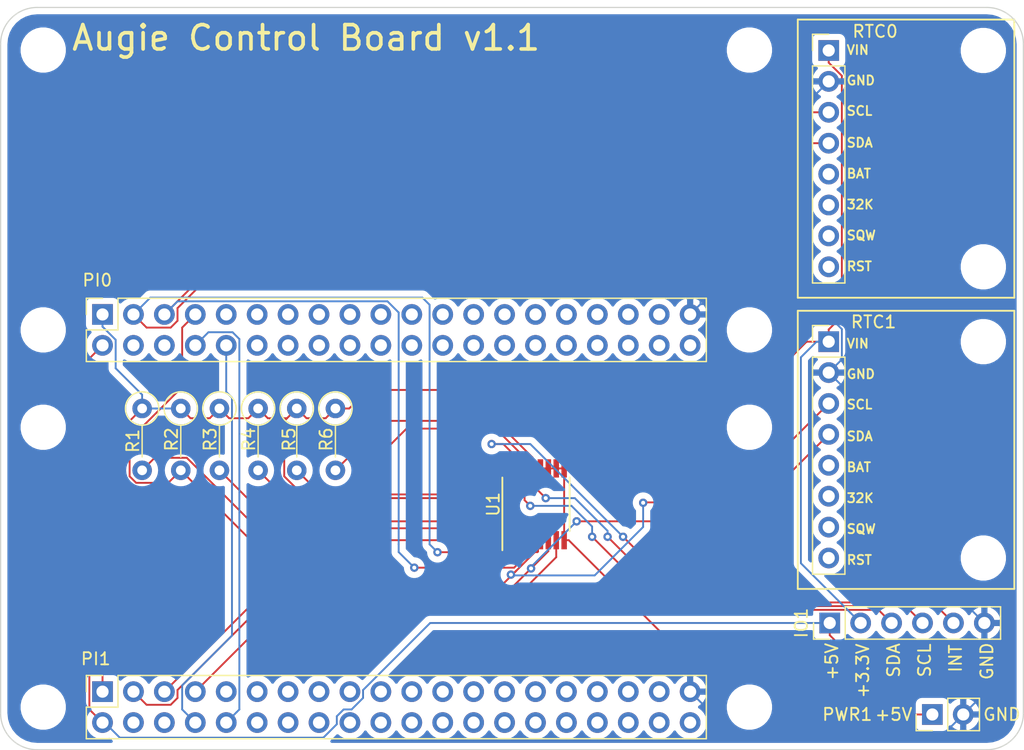
<source format=kicad_pcb>
(kicad_pcb (version 20171130) (host pcbnew "(5.1.4-0-10_14)")

  (general
    (thickness 1.6)
    (drawings 47)
    (tracks 231)
    (zones 0)
    (modules 25)
    (nets 88)
  )

  (page A4)
  (layers
    (0 F.Cu signal)
    (31 B.Cu signal)
    (34 B.Paste user)
    (36 B.SilkS user)
    (37 F.SilkS user)
    (38 B.Mask user)
    (39 F.Mask user)
    (41 Cmts.User user)
    (44 Edge.Cuts user)
    (45 Margin user)
    (46 B.CrtYd user)
    (47 F.CrtYd user)
  )

  (setup
    (last_trace_width 0.1524)
    (trace_clearance 0.1524)
    (zone_clearance 0.508)
    (zone_45_only no)
    (trace_min 0.1524)
    (via_size 0.6858)
    (via_drill 0.3302)
    (via_min_size 0.6858)
    (via_min_drill 0.3302)
    (uvia_size 0.6858)
    (uvia_drill 0.3302)
    (uvias_allowed no)
    (uvia_min_size 0.6858)
    (uvia_min_drill 0.3302)
    (edge_width 0.1)
    (segment_width 0.2)
    (pcb_text_width 0.3)
    (pcb_text_size 1.5 1.5)
    (mod_edge_width 0.15)
    (mod_text_size 1 1)
    (mod_text_width 0.15)
    (pad_size 2.7 2.7)
    (pad_drill 2.7)
    (pad_to_mask_clearance 0.0508)
    (aux_axis_origin 0 0)
    (visible_elements FFFFFF7F)
    (pcbplotparams
      (layerselection 0x010fc_ffffffff)
      (usegerberextensions false)
      (usegerberattributes false)
      (usegerberadvancedattributes false)
      (creategerberjobfile false)
      (excludeedgelayer true)
      (linewidth 0.100000)
      (plotframeref false)
      (viasonmask false)
      (mode 1)
      (useauxorigin false)
      (hpglpennumber 1)
      (hpglpenspeed 20)
      (hpglpendiameter 15.000000)
      (psnegative false)
      (psa4output false)
      (plotreference true)
      (plotvalue true)
      (plotinvisibletext false)
      (padsonsilk false)
      (subtractmaskfromsilk false)
      (outputformat 1)
      (mirror false)
      (drillshape 1)
      (scaleselection 1)
      (outputdirectory ""))
  )

  (net 0 "")
  (net 1 +5V)
  (net 2 GND)
  (net 3 +3V3)
  (net 4 /sda2)
  (net 5 /scl2)
  (net 6 /int2)
  (net 7 /sda0)
  (net 8 /scl0)
  (net 9 /int0)
  (net 10 /serial1)
  (net 11 /serial0)
  (net 12 /int1)
  (net 13 /scl1)
  (net 14 /sda1)
  (net 15 "Net-(PI0-Pad4)")
  (net 16 "Net-(PI0-Pad6)")
  (net 17 "Net-(PI0-Pad9)")
  (net 18 "Net-(PI0-Pad11)")
  (net 19 "Net-(PI0-Pad12)")
  (net 20 "Net-(PI0-Pad13)")
  (net 21 "Net-(PI0-Pad14)")
  (net 22 "Net-(PI0-Pad15)")
  (net 23 "Net-(PI0-Pad16)")
  (net 24 "Net-(PI0-Pad17)")
  (net 25 "Net-(PI0-Pad18)")
  (net 26 "Net-(PI0-Pad19)")
  (net 27 "Net-(PI0-Pad20)")
  (net 28 "Net-(PI0-Pad21)")
  (net 29 "Net-(PI0-Pad22)")
  (net 30 "Net-(PI0-Pad23)")
  (net 31 "Net-(PI0-Pad24)")
  (net 32 "Net-(PI0-Pad25)")
  (net 33 "Net-(PI0-Pad26)")
  (net 34 "Net-(PI0-Pad27)")
  (net 35 "Net-(PI0-Pad28)")
  (net 36 "Net-(PI0-Pad29)")
  (net 37 "Net-(PI0-Pad30)")
  (net 38 "Net-(PI0-Pad31)")
  (net 39 "Net-(PI0-Pad32)")
  (net 40 "Net-(PI0-Pad33)")
  (net 41 "Net-(PI0-Pad34)")
  (net 42 "Net-(PI0-Pad35)")
  (net 43 "Net-(PI0-Pad36)")
  (net 44 "Net-(PI0-Pad37)")
  (net 45 "Net-(PI0-Pad38)")
  (net 46 "Net-(PI0-Pad40)")
  (net 47 "Net-(PI1-Pad40)")
  (net 48 "Net-(PI1-Pad38)")
  (net 49 "Net-(PI1-Pad37)")
  (net 50 "Net-(PI1-Pad36)")
  (net 51 "Net-(PI1-Pad35)")
  (net 52 "Net-(PI1-Pad34)")
  (net 53 "Net-(PI1-Pad33)")
  (net 54 "Net-(PI1-Pad32)")
  (net 55 "Net-(PI1-Pad31)")
  (net 56 "Net-(PI1-Pad30)")
  (net 57 "Net-(PI1-Pad29)")
  (net 58 "Net-(PI1-Pad28)")
  (net 59 "Net-(PI1-Pad27)")
  (net 60 "Net-(PI1-Pad26)")
  (net 61 "Net-(PI1-Pad25)")
  (net 62 "Net-(PI1-Pad24)")
  (net 63 "Net-(PI1-Pad23)")
  (net 64 "Net-(PI1-Pad22)")
  (net 65 "Net-(PI1-Pad21)")
  (net 66 "Net-(PI1-Pad20)")
  (net 67 "Net-(PI1-Pad19)")
  (net 68 "Net-(PI1-Pad18)")
  (net 69 "Net-(PI1-Pad17)")
  (net 70 "Net-(PI1-Pad16)")
  (net 71 "Net-(PI1-Pad15)")
  (net 72 "Net-(PI1-Pad14)")
  (net 73 "Net-(PI1-Pad13)")
  (net 74 "Net-(PI1-Pad12)")
  (net 75 "Net-(PI1-Pad11)")
  (net 76 "Net-(PI1-Pad9)")
  (net 77 "Net-(PI1-Pad6)")
  (net 78 "Net-(PI1-Pad4)")
  (net 79 "Net-(RTC0-Pad5)")
  (net 80 "Net-(RTC0-Pad6)")
  (net 81 "Net-(RTC0-Pad7)")
  (net 82 "Net-(RTC0-Pad8)")
  (net 83 "Net-(RTC1-Pad8)")
  (net 84 "Net-(RTC1-Pad7)")
  (net 85 "Net-(RTC1-Pad6)")
  (net 86 "Net-(RTC1-Pad5)")
  (net 87 /reset)

  (net_class Default "This is the default net class."
    (clearance 0.1524)
    (trace_width 0.1524)
    (via_dia 0.6858)
    (via_drill 0.3302)
    (uvia_dia 0.6858)
    (uvia_drill 0.3302)
    (diff_pair_width 0.1524)
    (diff_pair_gap 0.1524)
    (add_net +3V3)
    (add_net +5V)
    (add_net /int0)
    (add_net /int1)
    (add_net /int2)
    (add_net /reset)
    (add_net /scl0)
    (add_net /scl1)
    (add_net /scl2)
    (add_net /sda0)
    (add_net /sda1)
    (add_net /sda2)
    (add_net /serial0)
    (add_net /serial1)
    (add_net GND)
    (add_net "Net-(PI0-Pad11)")
    (add_net "Net-(PI0-Pad12)")
    (add_net "Net-(PI0-Pad13)")
    (add_net "Net-(PI0-Pad14)")
    (add_net "Net-(PI0-Pad15)")
    (add_net "Net-(PI0-Pad16)")
    (add_net "Net-(PI0-Pad17)")
    (add_net "Net-(PI0-Pad18)")
    (add_net "Net-(PI0-Pad19)")
    (add_net "Net-(PI0-Pad20)")
    (add_net "Net-(PI0-Pad21)")
    (add_net "Net-(PI0-Pad22)")
    (add_net "Net-(PI0-Pad23)")
    (add_net "Net-(PI0-Pad24)")
    (add_net "Net-(PI0-Pad25)")
    (add_net "Net-(PI0-Pad26)")
    (add_net "Net-(PI0-Pad27)")
    (add_net "Net-(PI0-Pad28)")
    (add_net "Net-(PI0-Pad29)")
    (add_net "Net-(PI0-Pad30)")
    (add_net "Net-(PI0-Pad31)")
    (add_net "Net-(PI0-Pad32)")
    (add_net "Net-(PI0-Pad33)")
    (add_net "Net-(PI0-Pad34)")
    (add_net "Net-(PI0-Pad35)")
    (add_net "Net-(PI0-Pad36)")
    (add_net "Net-(PI0-Pad37)")
    (add_net "Net-(PI0-Pad38)")
    (add_net "Net-(PI0-Pad4)")
    (add_net "Net-(PI0-Pad40)")
    (add_net "Net-(PI0-Pad6)")
    (add_net "Net-(PI0-Pad9)")
    (add_net "Net-(PI1-Pad11)")
    (add_net "Net-(PI1-Pad12)")
    (add_net "Net-(PI1-Pad13)")
    (add_net "Net-(PI1-Pad14)")
    (add_net "Net-(PI1-Pad15)")
    (add_net "Net-(PI1-Pad16)")
    (add_net "Net-(PI1-Pad17)")
    (add_net "Net-(PI1-Pad18)")
    (add_net "Net-(PI1-Pad19)")
    (add_net "Net-(PI1-Pad20)")
    (add_net "Net-(PI1-Pad21)")
    (add_net "Net-(PI1-Pad22)")
    (add_net "Net-(PI1-Pad23)")
    (add_net "Net-(PI1-Pad24)")
    (add_net "Net-(PI1-Pad25)")
    (add_net "Net-(PI1-Pad26)")
    (add_net "Net-(PI1-Pad27)")
    (add_net "Net-(PI1-Pad28)")
    (add_net "Net-(PI1-Pad29)")
    (add_net "Net-(PI1-Pad30)")
    (add_net "Net-(PI1-Pad31)")
    (add_net "Net-(PI1-Pad32)")
    (add_net "Net-(PI1-Pad33)")
    (add_net "Net-(PI1-Pad34)")
    (add_net "Net-(PI1-Pad35)")
    (add_net "Net-(PI1-Pad36)")
    (add_net "Net-(PI1-Pad37)")
    (add_net "Net-(PI1-Pad38)")
    (add_net "Net-(PI1-Pad4)")
    (add_net "Net-(PI1-Pad40)")
    (add_net "Net-(PI1-Pad6)")
    (add_net "Net-(PI1-Pad9)")
    (add_net "Net-(RTC0-Pad5)")
    (add_net "Net-(RTC0-Pad6)")
    (add_net "Net-(RTC0-Pad7)")
    (add_net "Net-(RTC0-Pad8)")
    (add_net "Net-(RTC1-Pad5)")
    (add_net "Net-(RTC1-Pad6)")
    (add_net "Net-(RTC1-Pad7)")
    (add_net "Net-(RTC1-Pad8)")
  )

  (module Resistor_THT:R_Axial_DIN0207_L6.3mm_D2.5mm_P5.08mm_Vertical (layer F.Cu) (tedit 5AE5139B) (tstamp 5DA7BE84)
    (at 37.973 52.959 270)
    (descr "Resistor, Axial_DIN0207 series, Axial, Vertical, pin pitch=5.08mm, 0.25W = 1/4W, length*diameter=6.3*2.5mm^2, http://cdn-reichelt.de/documents/datenblatt/B400/1_4W%23YAG.pdf")
    (tags "Resistor Axial_DIN0207 series Axial Vertical pin pitch 5.08mm 0.25W = 1/4W length 6.3mm diameter 2.5mm")
    (path /5DA8FBDD)
    (fp_text reference R3 (at 2.54 0.762 90) (layer F.SilkS)
      (effects (font (size 1 1) (thickness 0.15)))
    )
    (fp_text value 1.8kR (at 2.54 2.37 90) (layer F.Fab)
      (effects (font (size 1 1) (thickness 0.15)))
    )
    (fp_text user %R (at 2.54 -2.37 90) (layer F.Fab)
      (effects (font (size 1 1) (thickness 0.15)))
    )
    (fp_line (start 6.13 -1.5) (end -1.5 -1.5) (layer F.CrtYd) (width 0.05))
    (fp_line (start 6.13 1.5) (end 6.13 -1.5) (layer F.CrtYd) (width 0.05))
    (fp_line (start -1.5 1.5) (end 6.13 1.5) (layer F.CrtYd) (width 0.05))
    (fp_line (start -1.5 -1.5) (end -1.5 1.5) (layer F.CrtYd) (width 0.05))
    (fp_line (start 1.37 0) (end 3.98 0) (layer F.SilkS) (width 0.12))
    (fp_line (start 0 0) (end 5.08 0) (layer F.Fab) (width 0.1))
    (fp_circle (center 0 0) (end 1.37 0) (layer F.SilkS) (width 0.12))
    (fp_circle (center 0 0) (end 1.25 0) (layer F.Fab) (width 0.1))
    (pad 2 thru_hole oval (at 5.08 0 270) (size 1.6 1.6) (drill 0.8) (layers *.Cu *.Mask)
      (net 12 /int1))
    (pad 1 thru_hole circle (at 0 0 270) (size 1.6 1.6) (drill 0.8) (layers *.Cu *.Mask)
      (net 3 +3V3))
    (model ${KISYS3DMOD}/Resistor_THT.3dshapes/R_Axial_DIN0207_L6.3mm_D2.5mm_P5.08mm_Vertical.wrl
      (at (xyz 0 0 0))
      (scale (xyz 1 1 1))
      (rotate (xyz 0 0 0))
    )
  )

  (module MountingHole:MountingHole_2.7mm_M2.5 (layer F.Cu) (tedit 56D1B4CB) (tstamp 5DA7EC49)
    (at 81.5 54.5)
    (descr "Mounting Hole 2.7mm, no annular, M2.5")
    (tags "mounting hole 2.7mm no annular m2.5")
    (attr virtual)
    (fp_text reference REF** (at 0 -3.7) (layer F.SilkS) hide
      (effects (font (size 1 1) (thickness 0.15)))
    )
    (fp_text value MountingHole_2.7mm_M2.5 (at 0 3.7) (layer F.Fab)
      (effects (font (size 1 1) (thickness 0.15)))
    )
    (fp_circle (center 0 0) (end 2.95 0) (layer F.CrtYd) (width 0.05))
    (fp_circle (center 0 0) (end 2.7 0) (layer Cmts.User) (width 0.15))
    (fp_text user %R (at 0.3 0) (layer F.Fab)
      (effects (font (size 1 1) (thickness 0.15)))
    )
    (pad 1 np_thru_hole circle (at 0 0) (size 2.7 2.7) (drill 2.7) (layers *.Cu *.Mask))
  )

  (module MountingHole:MountingHole_2.7mm_M2.5 (layer F.Cu) (tedit 56D1B4CB) (tstamp 5DA8030F)
    (at 100.711 65.2465)
    (descr "Mounting Hole 2.7mm, no annular, M2.5")
    (tags "mounting hole 2.7mm no annular m2.5")
    (attr virtual)
    (fp_text reference REF** (at 0 -3.7) (layer F.SilkS) hide
      (effects (font (size 1 1) (thickness 0.15)))
    )
    (fp_text value MountingHole_2.7mm_M2.5 (at 0 3.7) (layer F.Fab)
      (effects (font (size 1 1) (thickness 0.15)))
    )
    (fp_circle (center 0 0) (end 2.95 0) (layer F.CrtYd) (width 0.05))
    (fp_circle (center 0 0) (end 2.7 0) (layer Cmts.User) (width 0.15))
    (fp_text user %R (at 0.3 0) (layer F.Fab)
      (effects (font (size 1 1) (thickness 0.15)))
    )
    (pad 1 np_thru_hole circle (at 0 0) (size 2.7 2.7) (drill 2.7) (layers *.Cu *.Mask))
  )

  (module MountingHole:MountingHole_2.7mm_M2.5 (layer F.Cu) (tedit 56D1B4CB) (tstamp 5DA802B6)
    (at 100.711 47.4665)
    (descr "Mounting Hole 2.7mm, no annular, M2.5")
    (tags "mounting hole 2.7mm no annular m2.5")
    (attr virtual)
    (fp_text reference REF** (at 0 -3.7) (layer F.SilkS) hide
      (effects (font (size 1 1) (thickness 0.15)))
    )
    (fp_text value MountingHole_2.7mm_M2.5 (at 0 3.7) (layer F.Fab)
      (effects (font (size 1 1) (thickness 0.15)))
    )
    (fp_text user %R (at 0.3 0) (layer F.Fab)
      (effects (font (size 1 1) (thickness 0.15)))
    )
    (fp_circle (center 0 0) (end 2.7 0) (layer Cmts.User) (width 0.15))
    (fp_circle (center 0 0) (end 2.95 0) (layer F.CrtYd) (width 0.05))
    (pad 1 np_thru_hole circle (at 0 0) (size 2.7 2.7) (drill 2.7) (layers *.Cu *.Mask))
  )

  (module Connector_PinHeader_2.54mm:PinHeader_1x08_P2.54mm_Vertical (layer F.Cu) (tedit 5DA7AB2E) (tstamp 5DA80520)
    (at 88.011 32.425)
    (descr "Through hole straight pin header, 1x08, 2.54mm pitch, single row")
    (tags "Through hole pin header THT 1x08 2.54mm single row")
    (path /5DA7D17B)
    (fp_text reference RTC0 (at 3.81 -10.454 180) (layer F.SilkS)
      (effects (font (size 1 1) (thickness 0.15)))
    )
    (fp_text value Conn_01x08 (at 0 11.22) (layer F.Fab)
      (effects (font (size 1 1) (thickness 0.15)))
    )
    (fp_line (start -0.635 -10.16) (end 1.27 -10.16) (layer F.Fab) (width 0.1))
    (fp_line (start 1.27 -10.16) (end 1.27 10.16) (layer F.Fab) (width 0.1))
    (fp_line (start 1.27 10.16) (end -1.27 10.16) (layer F.Fab) (width 0.1))
    (fp_line (start -1.27 10.16) (end -1.27 -9.525) (layer F.Fab) (width 0.1))
    (fp_line (start -1.27 -9.525) (end -0.635 -10.16) (layer F.Fab) (width 0.1))
    (fp_line (start -1.33 10.22) (end 1.33 10.22) (layer F.SilkS) (width 0.12))
    (fp_line (start -1.33 -7.62) (end -1.33 10.22) (layer F.SilkS) (width 0.12))
    (fp_line (start 1.33 -7.62) (end 1.33 10.22) (layer F.SilkS) (width 0.12))
    (fp_line (start -1.33 -7.62) (end 1.33 -7.62) (layer F.SilkS) (width 0.12))
    (fp_line (start -1.33 -8.89) (end -1.33 -10.22) (layer F.SilkS) (width 0.12))
    (fp_line (start -1.33 -10.22) (end 0 -10.22) (layer F.SilkS) (width 0.12))
    (fp_line (start -1.8 -10.69) (end -1.8 10.66) (layer F.CrtYd) (width 0.05))
    (fp_line (start -1.8 10.66) (end 1.8 10.66) (layer F.CrtYd) (width 0.05))
    (fp_line (start 1.8 10.66) (end 1.8 -10.69) (layer F.CrtYd) (width 0.05))
    (fp_line (start 1.8 -10.69) (end -1.8 -10.69) (layer F.CrtYd) (width 0.05))
    (fp_text user %R (at 0 0 90) (layer F.Fab)
      (effects (font (size 1 1) (thickness 0.15)))
    )
    (pad 1 thru_hole rect (at 0 -8.89) (size 1.7 1.7) (drill 1) (layers *.Cu *.Mask)
      (net 3 +3V3))
    (pad 2 thru_hole oval (at 0 -6.35) (size 1.7 1.7) (drill 1) (layers *.Cu *.Mask)
      (net 2 GND))
    (pad 3 thru_hole oval (at 0 -3.81) (size 1.7 1.7) (drill 1) (layers *.Cu *.Mask)
      (net 8 /scl0))
    (pad 4 thru_hole oval (at 0 -1.27) (size 1.7 1.7) (drill 1) (layers *.Cu *.Mask)
      (net 7 /sda0))
    (pad 5 thru_hole oval (at 0 1.27) (size 1.7 1.7) (drill 1) (layers *.Cu *.Mask)
      (net 79 "Net-(RTC0-Pad5)"))
    (pad 6 thru_hole oval (at 0 3.81) (size 1.7 1.7) (drill 1) (layers *.Cu *.Mask)
      (net 80 "Net-(RTC0-Pad6)"))
    (pad 7 thru_hole oval (at 0 6.35) (size 1.7 1.7) (drill 1) (layers *.Cu *.Mask)
      (net 81 "Net-(RTC0-Pad7)"))
    (pad 8 thru_hole oval (at 0 8.89) (size 1.7 1.7) (drill 1) (layers *.Cu *.Mask)
      (net 82 "Net-(RTC0-Pad8)"))
    (model ${KISYS3DMOD}/Connector_PinHeader_2.54mm.3dshapes/PinHeader_1x08_P2.54mm_Vertical.wrl
      (at (xyz 0 0 0))
      (scale (xyz 1 1 1))
      (rotate (xyz 0 0 0))
    )
  )

  (module Connector_PinHeader_2.54mm:PinHeader_1x08_P2.54mm_Vertical (layer F.Cu) (tedit 5DA7AA18) (tstamp 5DA7FFB4)
    (at 88.011 56.3565)
    (descr "Through hole straight pin header, 1x08, 2.54mm pitch, single row")
    (tags "Through hole pin header THT 1x08 2.54mm single row")
    (path /5DA7F127)
    (fp_text reference RTC1 (at 3.683 -10.5095) (layer F.SilkS)
      (effects (font (size 1 1) (thickness 0.15)))
    )
    (fp_text value Conn_01x08 (at 0 11.22) (layer F.Fab)
      (effects (font (size 1 1) (thickness 0.15)))
    )
    (fp_text user %R (at 0 0 90) (layer F.Fab)
      (effects (font (size 1 1) (thickness 0.15)))
    )
    (fp_line (start 1.8 -10.69) (end -1.8 -10.69) (layer F.CrtYd) (width 0.05))
    (fp_line (start 1.8 10.66) (end 1.8 -10.69) (layer F.CrtYd) (width 0.05))
    (fp_line (start -1.8 10.66) (end 1.8 10.66) (layer F.CrtYd) (width 0.05))
    (fp_line (start -1.8 -10.69) (end -1.8 10.66) (layer F.CrtYd) (width 0.05))
    (fp_line (start -1.33 -10.22) (end 0 -10.22) (layer F.SilkS) (width 0.12))
    (fp_line (start -1.33 -8.89) (end -1.33 -10.22) (layer F.SilkS) (width 0.12))
    (fp_line (start -1.33 -7.62) (end 1.33 -7.62) (layer F.SilkS) (width 0.12))
    (fp_line (start 1.33 -7.62) (end 1.33 10.22) (layer F.SilkS) (width 0.12))
    (fp_line (start -1.33 -7.62) (end -1.33 10.22) (layer F.SilkS) (width 0.12))
    (fp_line (start -1.33 10.22) (end 1.33 10.22) (layer F.SilkS) (width 0.12))
    (fp_line (start -1.27 -9.525) (end -0.635 -10.16) (layer F.Fab) (width 0.1))
    (fp_line (start -1.27 10.16) (end -1.27 -9.525) (layer F.Fab) (width 0.1))
    (fp_line (start 1.27 10.16) (end -1.27 10.16) (layer F.Fab) (width 0.1))
    (fp_line (start 1.27 -10.16) (end 1.27 10.16) (layer F.Fab) (width 0.1))
    (fp_line (start -0.635 -10.16) (end 1.27 -10.16) (layer F.Fab) (width 0.1))
    (pad 8 thru_hole oval (at 0 8.89) (size 1.7 1.7) (drill 1) (layers *.Cu *.Mask)
      (net 83 "Net-(RTC1-Pad8)"))
    (pad 7 thru_hole oval (at 0 6.35) (size 1.7 1.7) (drill 1) (layers *.Cu *.Mask)
      (net 84 "Net-(RTC1-Pad7)"))
    (pad 6 thru_hole oval (at 0 3.81) (size 1.7 1.7) (drill 1) (layers *.Cu *.Mask)
      (net 85 "Net-(RTC1-Pad6)"))
    (pad 5 thru_hole oval (at 0 1.27) (size 1.7 1.7) (drill 1) (layers *.Cu *.Mask)
      (net 86 "Net-(RTC1-Pad5)"))
    (pad 4 thru_hole oval (at 0 -1.27) (size 1.7 1.7) (drill 1) (layers *.Cu *.Mask)
      (net 14 /sda1))
    (pad 3 thru_hole oval (at 0 -3.81) (size 1.7 1.7) (drill 1) (layers *.Cu *.Mask)
      (net 13 /scl1))
    (pad 2 thru_hole oval (at 0 -6.35) (size 1.7 1.7) (drill 1) (layers *.Cu *.Mask)
      (net 2 GND))
    (pad 1 thru_hole rect (at 0 -8.89) (size 1.7 1.7) (drill 1) (layers *.Cu *.Mask)
      (net 3 +3V3))
    (model ${KISYS3DMOD}/Connector_PinHeader_2.54mm.3dshapes/PinHeader_1x08_P2.54mm_Vertical.wrl
      (at (xyz 0 0 0))
      (scale (xyz 1 1 1))
      (rotate (xyz 0 0 0))
    )
  )

  (module MountingHole:MountingHole_2.7mm_M2.5 (layer F.Cu) (tedit 56D1B4CB) (tstamp 5DA7FDB5)
    (at 100.711 41.315)
    (descr "Mounting Hole 2.7mm, no annular, M2.5")
    (tags "mounting hole 2.7mm no annular m2.5")
    (attr virtual)
    (fp_text reference REF** (at 0 -3.7) (layer F.SilkS) hide
      (effects (font (size 1 1) (thickness 0.15)))
    )
    (fp_text value MountingHole_2.7mm_M2.5 (at 0 3.7) (layer F.Fab)
      (effects (font (size 1 1) (thickness 0.15)))
    )
    (fp_text user %R (at 0.3 0) (layer F.Fab)
      (effects (font (size 1 1) (thickness 0.15)))
    )
    (fp_circle (center 0 0) (end 2.7 0) (layer Cmts.User) (width 0.15))
    (fp_circle (center 0 0) (end 2.95 0) (layer F.CrtYd) (width 0.05))
    (pad 1 np_thru_hole circle (at 0 0) (size 2.7 2.7) (drill 2.7) (layers *.Cu *.Mask))
  )

  (module MountingHole:MountingHole_2.7mm_M2.5 (layer F.Cu) (tedit 56D1B4CB) (tstamp 5DA804CD)
    (at 100.711 23.535)
    (descr "Mounting Hole 2.7mm, no annular, M2.5")
    (tags "mounting hole 2.7mm no annular m2.5")
    (attr virtual)
    (fp_text reference REF** (at 0 -3.7) (layer F.SilkS) hide
      (effects (font (size 1 1) (thickness 0.15)))
    )
    (fp_text value MountingHole_2.7mm_M2.5 (at 0 3.7) (layer F.Fab)
      (effects (font (size 1 1) (thickness 0.15)))
    )
    (fp_circle (center 0 0) (end 2.95 0) (layer F.CrtYd) (width 0.05))
    (fp_circle (center 0 0) (end 2.7 0) (layer Cmts.User) (width 0.15))
    (fp_text user %R (at 0.3 0) (layer F.Fab)
      (effects (font (size 1 1) (thickness 0.15)))
    )
    (pad 1 np_thru_hole circle (at 0 0) (size 2.7 2.7) (drill 2.7) (layers *.Cu *.Mask))
  )

  (module MountingHole:MountingHole_2.7mm_M2.5 (layer F.Cu) (tedit 56D1B4CB) (tstamp 5DA7EC73)
    (at 81.5 77.5)
    (descr "Mounting Hole 2.7mm, no annular, M2.5")
    (tags "mounting hole 2.7mm no annular m2.5")
    (attr virtual)
    (fp_text reference REF** (at 0 -3.7) (layer F.SilkS) hide
      (effects (font (size 1 1) (thickness 0.15)))
    )
    (fp_text value MountingHole_2.7mm_M2.5 (at 0 3.7) (layer F.Fab)
      (effects (font (size 1 1) (thickness 0.15)))
    )
    (fp_text user %R (at 0.3 0) (layer F.Fab)
      (effects (font (size 1 1) (thickness 0.15)))
    )
    (fp_circle (center 0 0) (end 2.7 0) (layer Cmts.User) (width 0.15))
    (fp_circle (center 0 0) (end 2.95 0) (layer F.CrtYd) (width 0.05))
    (pad 1 np_thru_hole circle (at 0 0) (size 2.7 2.7) (drill 2.7) (layers *.Cu *.Mask))
  )

  (module MountingHole:MountingHole_2.7mm_M2.5 (layer F.Cu) (tedit 56D1B4CB) (tstamp 5DA7EC65)
    (at 23.5 77.5)
    (descr "Mounting Hole 2.7mm, no annular, M2.5")
    (tags "mounting hole 2.7mm no annular m2.5")
    (attr virtual)
    (fp_text reference REF** (at 0 -3.7) (layer F.SilkS) hide
      (effects (font (size 1 1) (thickness 0.15)))
    )
    (fp_text value MountingHole_2.7mm_M2.5 (at 0 3.7) (layer F.Fab)
      (effects (font (size 1 1) (thickness 0.15)))
    )
    (fp_circle (center 0 0) (end 2.95 0) (layer F.CrtYd) (width 0.05))
    (fp_circle (center 0 0) (end 2.7 0) (layer Cmts.User) (width 0.15))
    (fp_text user %R (at 0.3 0) (layer F.Fab)
      (effects (font (size 1 1) (thickness 0.15)))
    )
    (pad 1 np_thru_hole circle (at 0 0) (size 2.7 2.7) (drill 2.7) (layers *.Cu *.Mask))
  )

  (module MountingHole:MountingHole_2.7mm_M2.5 (layer F.Cu) (tedit 56D1B4CB) (tstamp 5DA7EC57)
    (at 23.5 54.5)
    (descr "Mounting Hole 2.7mm, no annular, M2.5")
    (tags "mounting hole 2.7mm no annular m2.5")
    (attr virtual)
    (fp_text reference REF** (at 0 -3.7) (layer F.SilkS) hide
      (effects (font (size 1 1) (thickness 0.15)))
    )
    (fp_text value MountingHole_2.7mm_M2.5 (at 0 3.7) (layer F.Fab)
      (effects (font (size 1 1) (thickness 0.15)))
    )
    (fp_text user %R (at 0.3 0) (layer F.Fab)
      (effects (font (size 1 1) (thickness 0.15)))
    )
    (fp_circle (center 0 0) (end 2.7 0) (layer Cmts.User) (width 0.15))
    (fp_circle (center 0 0) (end 2.95 0) (layer F.CrtYd) (width 0.05))
    (pad 1 np_thru_hole circle (at 0 0) (size 2.7 2.7) (drill 2.7) (layers *.Cu *.Mask))
  )

  (module MountingHole:MountingHole_2.7mm_M2.5 (layer F.Cu) (tedit 56D1B4CB) (tstamp 5DA7EC3B)
    (at 81.5 46.5)
    (descr "Mounting Hole 2.7mm, no annular, M2.5")
    (tags "mounting hole 2.7mm no annular m2.5")
    (attr virtual)
    (fp_text reference REF** (at 0 -3.7) (layer F.SilkS) hide
      (effects (font (size 1 1) (thickness 0.15)))
    )
    (fp_text value MountingHole_2.7mm_M2.5 (at 0 3.7) (layer F.Fab)
      (effects (font (size 1 1) (thickness 0.15)))
    )
    (fp_text user %R (at 0.3 0) (layer F.Fab)
      (effects (font (size 1 1) (thickness 0.15)))
    )
    (fp_circle (center 0 0) (end 2.7 0) (layer Cmts.User) (width 0.15))
    (fp_circle (center 0 0) (end 2.95 0) (layer F.CrtYd) (width 0.05))
    (pad 1 np_thru_hole circle (at 0 0) (size 2.7 2.7) (drill 2.7) (layers *.Cu *.Mask))
  )

  (module MountingHole:MountingHole_2.7mm_M2.5 (layer F.Cu) (tedit 56D1B4CB) (tstamp 5DA7EC2D)
    (at 23.5 46.5)
    (descr "Mounting Hole 2.7mm, no annular, M2.5")
    (tags "mounting hole 2.7mm no annular m2.5")
    (attr virtual)
    (fp_text reference REF** (at 0 -3.7) (layer F.SilkS) hide
      (effects (font (size 1 1) (thickness 0.15)))
    )
    (fp_text value MountingHole_2.7mm_M2.5 (at 0 3.7) (layer F.Fab)
      (effects (font (size 1 1) (thickness 0.15)))
    )
    (fp_circle (center 0 0) (end 2.95 0) (layer F.CrtYd) (width 0.05))
    (fp_circle (center 0 0) (end 2.7 0) (layer Cmts.User) (width 0.15))
    (fp_text user %R (at 0.3 0) (layer F.Fab)
      (effects (font (size 1 1) (thickness 0.15)))
    )
    (pad 1 np_thru_hole circle (at 0 0) (size 2.7 2.7) (drill 2.7) (layers *.Cu *.Mask))
  )

  (module MountingHole:MountingHole_2.7mm_M2.5 (layer F.Cu) (tedit 56D1B4CB) (tstamp 5DA7EC1F)
    (at 81.5 23.5)
    (descr "Mounting Hole 2.7mm, no annular, M2.5")
    (tags "mounting hole 2.7mm no annular m2.5")
    (attr virtual)
    (fp_text reference REF** (at 0 -3.7) (layer F.SilkS) hide
      (effects (font (size 1 1) (thickness 0.15)))
    )
    (fp_text value MountingHole_2.7mm_M2.5 (at 0 3.7) (layer F.Fab)
      (effects (font (size 1 1) (thickness 0.15)))
    )
    (fp_text user %R (at 0.3 0) (layer F.Fab)
      (effects (font (size 1 1) (thickness 0.15)))
    )
    (fp_circle (center 0 0) (end 2.7 0) (layer Cmts.User) (width 0.15))
    (fp_circle (center 0 0) (end 2.95 0) (layer F.CrtYd) (width 0.05))
    (pad 1 np_thru_hole circle (at 0 0) (size 2.7 2.7) (drill 2.7) (layers *.Cu *.Mask))
  )

  (module MountingHole:MountingHole_2.7mm_M2.5 (layer F.Cu) (tedit 56D1B4CB) (tstamp 5DA7EC16)
    (at 23.5 23.5)
    (descr "Mounting Hole 2.7mm, no annular, M2.5")
    (tags "mounting hole 2.7mm no annular m2.5")
    (attr virtual)
    (fp_text reference REF** (at 0 -3.7) (layer F.SilkS) hide
      (effects (font (size 1 1) (thickness 0.15)))
    )
    (fp_text value MountingHole_2.7mm_M2.5 (at 0 3.7) (layer F.Fab)
      (effects (font (size 1 1) (thickness 0.15)))
    )
    (fp_circle (center 0 0) (end 2.95 0) (layer F.CrtYd) (width 0.05))
    (fp_circle (center 0 0) (end 2.7 0) (layer Cmts.User) (width 0.15))
    (fp_text user %R (at 0.3 0) (layer F.Fab)
      (effects (font (size 1 1) (thickness 0.15)))
    )
    (pad 1 np_thru_hole circle (at 0 0) (size 2.7 2.7) (drill 2.7) (layers *.Cu *.Mask))
  )

  (module Connector_PinSocket_2.54mm:PinSocket_2x20_P2.54mm_Vertical locked (layer F.Cu) (tedit 5DA6B85B) (tstamp 5DA7436F)
    (at 52.5 77.5 90)
    (descr "Through hole straight socket strip, 2x20, 2.54mm pitch, double cols (from Kicad 4.0.7), script generated")
    (tags "Through hole socket strip THT 2x20 2.54mm double row")
    (path /5DA686A0)
    (fp_text reference PI1 (at 0 -26.9 90) (layer F.SilkS) hide
      (effects (font (size 1 1) (thickness 0.15)))
    )
    (fp_text value Connector-ML_RPi_GPIO (at 0 26.9 90) (layer F.Fab)
      (effects (font (size 1 1) (thickness 0.15)))
    )
    (fp_text user %R (at 0 0 180) (layer F.Fab)
      (effects (font (size 1 1) (thickness 0.15)))
    )
    (fp_line (start -3.07 25.87) (end -3.07 -25.93) (layer F.CrtYd) (width 0.05))
    (fp_line (start 3.03 25.87) (end -3.07 25.87) (layer F.CrtYd) (width 0.05))
    (fp_line (start 3.03 -25.93) (end 3.03 25.87) (layer F.CrtYd) (width 0.05))
    (fp_line (start -3.07 -25.93) (end 3.03 -25.93) (layer F.CrtYd) (width 0.05))
    (fp_line (start 1.27 -25.46) (end 2.6 -25.46) (layer F.SilkS) (width 0.12))
    (fp_line (start 2.6 -25.46) (end 2.6 -24.13) (layer F.SilkS) (width 0.12))
    (fp_line (start 0 -25.46) (end 0 -22.86) (layer F.SilkS) (width 0.12))
    (fp_line (start 0 -22.86) (end 2.6 -22.86) (layer F.SilkS) (width 0.12))
    (fp_line (start 2.6 -22.86) (end 2.6 25.46) (layer F.SilkS) (width 0.12))
    (fp_line (start -2.6 25.46) (end 2.6 25.46) (layer F.SilkS) (width 0.12))
    (fp_line (start -2.6 -25.46) (end -2.6 25.46) (layer F.SilkS) (width 0.12))
    (fp_line (start -2.6 -25.46) (end 0 -25.46) (layer F.SilkS) (width 0.12))
    (fp_line (start -2.54 25.4) (end -2.54 -25.4) (layer F.Fab) (width 0.1))
    (fp_line (start 2.54 25.4) (end -2.54 25.4) (layer F.Fab) (width 0.1))
    (fp_line (start 2.54 -24.4) (end 2.54 25.4) (layer F.Fab) (width 0.1))
    (fp_line (start 1.54 -25.4) (end 2.54 -24.4) (layer F.Fab) (width 0.1))
    (fp_line (start -2.54 -25.4) (end 1.54 -25.4) (layer F.Fab) (width 0.1))
    (pad 40 thru_hole oval (at -1.27 24.13 90) (size 1.7 1.7) (drill 1) (layers *.Cu *.Mask)
      (net 47 "Net-(PI1-Pad40)"))
    (pad 39 thru_hole oval (at 1.27 24.13 90) (size 1.7 1.7) (drill 1) (layers *.Cu *.Mask)
      (net 2 GND))
    (pad 38 thru_hole oval (at -1.27 21.59 90) (size 1.7 1.7) (drill 1) (layers *.Cu *.Mask)
      (net 48 "Net-(PI1-Pad38)"))
    (pad 37 thru_hole oval (at 1.27 21.59 90) (size 1.7 1.7) (drill 1) (layers *.Cu *.Mask)
      (net 49 "Net-(PI1-Pad37)"))
    (pad 36 thru_hole oval (at -1.27 19.05 90) (size 1.7 1.7) (drill 1) (layers *.Cu *.Mask)
      (net 50 "Net-(PI1-Pad36)"))
    (pad 35 thru_hole oval (at 1.27 19.05 90) (size 1.7 1.7) (drill 1) (layers *.Cu *.Mask)
      (net 51 "Net-(PI1-Pad35)"))
    (pad 34 thru_hole oval (at -1.27 16.51 90) (size 1.7 1.7) (drill 1) (layers *.Cu *.Mask)
      (net 52 "Net-(PI1-Pad34)"))
    (pad 33 thru_hole oval (at 1.27 16.51 90) (size 1.7 1.7) (drill 1) (layers *.Cu *.Mask)
      (net 53 "Net-(PI1-Pad33)"))
    (pad 32 thru_hole oval (at -1.27 13.97 90) (size 1.7 1.7) (drill 1) (layers *.Cu *.Mask)
      (net 54 "Net-(PI1-Pad32)"))
    (pad 31 thru_hole oval (at 1.27 13.97 90) (size 1.7 1.7) (drill 1) (layers *.Cu *.Mask)
      (net 55 "Net-(PI1-Pad31)"))
    (pad 30 thru_hole oval (at -1.27 11.43 90) (size 1.7 1.7) (drill 1) (layers *.Cu *.Mask)
      (net 56 "Net-(PI1-Pad30)"))
    (pad 29 thru_hole oval (at 1.27 11.43 90) (size 1.7 1.7) (drill 1) (layers *.Cu *.Mask)
      (net 57 "Net-(PI1-Pad29)"))
    (pad 28 thru_hole oval (at -1.27 8.89 90) (size 1.7 1.7) (drill 1) (layers *.Cu *.Mask)
      (net 58 "Net-(PI1-Pad28)"))
    (pad 27 thru_hole oval (at 1.27 8.89 90) (size 1.7 1.7) (drill 1) (layers *.Cu *.Mask)
      (net 59 "Net-(PI1-Pad27)"))
    (pad 26 thru_hole oval (at -1.27 6.35 90) (size 1.7 1.7) (drill 1) (layers *.Cu *.Mask)
      (net 60 "Net-(PI1-Pad26)"))
    (pad 25 thru_hole oval (at 1.27 6.35 90) (size 1.7 1.7) (drill 1) (layers *.Cu *.Mask)
      (net 61 "Net-(PI1-Pad25)"))
    (pad 24 thru_hole oval (at -1.27 3.81 90) (size 1.7 1.7) (drill 1) (layers *.Cu *.Mask)
      (net 62 "Net-(PI1-Pad24)"))
    (pad 23 thru_hole oval (at 1.27 3.81 90) (size 1.7 1.7) (drill 1) (layers *.Cu *.Mask)
      (net 63 "Net-(PI1-Pad23)"))
    (pad 22 thru_hole oval (at -1.27 1.27 90) (size 1.7 1.7) (drill 1) (layers *.Cu *.Mask)
      (net 64 "Net-(PI1-Pad22)"))
    (pad 21 thru_hole oval (at 1.27 1.27 90) (size 1.7 1.7) (drill 1) (layers *.Cu *.Mask)
      (net 65 "Net-(PI1-Pad21)"))
    (pad 20 thru_hole oval (at -1.27 -1.27 90) (size 1.7 1.7) (drill 1) (layers *.Cu *.Mask)
      (net 66 "Net-(PI1-Pad20)"))
    (pad 19 thru_hole oval (at 1.27 -1.27 90) (size 1.7 1.7) (drill 1) (layers *.Cu *.Mask)
      (net 67 "Net-(PI1-Pad19)"))
    (pad 18 thru_hole oval (at -1.27 -3.81 90) (size 1.7 1.7) (drill 1) (layers *.Cu *.Mask)
      (net 68 "Net-(PI1-Pad18)"))
    (pad 17 thru_hole oval (at 1.27 -3.81 90) (size 1.7 1.7) (drill 1) (layers *.Cu *.Mask)
      (net 69 "Net-(PI1-Pad17)"))
    (pad 16 thru_hole oval (at -1.27 -6.35 90) (size 1.7 1.7) (drill 1) (layers *.Cu *.Mask)
      (net 70 "Net-(PI1-Pad16)"))
    (pad 15 thru_hole oval (at 1.27 -6.35 90) (size 1.7 1.7) (drill 1) (layers *.Cu *.Mask)
      (net 71 "Net-(PI1-Pad15)"))
    (pad 14 thru_hole oval (at -1.27 -8.89 90) (size 1.7 1.7) (drill 1) (layers *.Cu *.Mask)
      (net 72 "Net-(PI1-Pad14)"))
    (pad 13 thru_hole oval (at 1.27 -8.89 90) (size 1.7 1.7) (drill 1) (layers *.Cu *.Mask)
      (net 73 "Net-(PI1-Pad13)"))
    (pad 12 thru_hole oval (at -1.27 -11.43 90) (size 1.7 1.7) (drill 1) (layers *.Cu *.Mask)
      (net 74 "Net-(PI1-Pad12)"))
    (pad 11 thru_hole oval (at 1.27 -11.43 90) (size 1.7 1.7) (drill 1) (layers *.Cu *.Mask)
      (net 75 "Net-(PI1-Pad11)"))
    (pad 10 thru_hole oval (at -1.27 -13.97 90) (size 1.7 1.7) (drill 1) (layers *.Cu *.Mask)
      (net 10 /serial1))
    (pad 9 thru_hole oval (at 1.27 -13.97 90) (size 1.7 1.7) (drill 1) (layers *.Cu *.Mask)
      (net 76 "Net-(PI1-Pad9)"))
    (pad 8 thru_hole oval (at -1.27 -16.51 90) (size 1.7 1.7) (drill 1) (layers *.Cu *.Mask)
      (net 11 /serial0))
    (pad 7 thru_hole oval (at 1.27 -16.51 90) (size 1.7 1.7) (drill 1) (layers *.Cu *.Mask)
      (net 12 /int1))
    (pad 6 thru_hole oval (at -1.27 -19.05 90) (size 1.7 1.7) (drill 1) (layers *.Cu *.Mask)
      (net 77 "Net-(PI1-Pad6)"))
    (pad 5 thru_hole oval (at 1.27 -19.05 90) (size 1.7 1.7) (drill 1) (layers *.Cu *.Mask)
      (net 13 /scl1))
    (pad 4 thru_hole oval (at -1.27 -21.59 90) (size 1.7 1.7) (drill 1) (layers *.Cu *.Mask)
      (net 78 "Net-(PI1-Pad4)"))
    (pad 3 thru_hole oval (at 1.27 -21.59 90) (size 1.7 1.7) (drill 1) (layers *.Cu *.Mask)
      (net 14 /sda1))
    (pad 2 thru_hole oval (at -1.27 -24.13 90) (size 1.7 1.7) (drill 1) (layers *.Cu *.Mask)
      (net 1 +5V))
    (pad 1 thru_hole rect (at 1.27 -24.13 90) (size 1.7 1.7) (drill 1) (layers *.Cu *.Mask)
      (net 3 +3V3))
    (model ${KISYS3DMOD}/Connector_PinSocket_2.54mm.3dshapes/PinSocket_2x20_P2.54mm_Vertical.wrl
      (at (xyz 0 0 0))
      (scale (xyz 1 1 1))
      (rotate (xyz 0 0 0))
    )
  )

  (module Connector_PinSocket_2.54mm:PinSocket_2x20_P2.54mm_Vertical locked (layer F.Cu) (tedit 5DA6B7E4) (tstamp 5DA6B85C)
    (at 52.5 46.5 90)
    (descr "Through hole straight socket strip, 2x20, 2.54mm pitch, double cols (from Kicad 4.0.7), script generated")
    (tags "Through hole socket strip THT 2x20 2.54mm double row")
    (path /5DA6467E)
    (fp_text reference PI0 (at 0 -26.9 90) (layer F.SilkS) hide
      (effects (font (size 1 1) (thickness 0.15)))
    )
    (fp_text value Connector-ML_RPi_GPIO (at 0 26.9 90) (layer F.Fab)
      (effects (font (size 1 1) (thickness 0.15)))
    )
    (fp_line (start -2.54 -25.4) (end 1.54 -25.4) (layer F.Fab) (width 0.1))
    (fp_line (start 1.54 -25.4) (end 2.54 -24.4) (layer F.Fab) (width 0.1))
    (fp_line (start 2.54 -24.4) (end 2.54 25.4) (layer F.Fab) (width 0.1))
    (fp_line (start 2.54 25.4) (end -2.54 25.4) (layer F.Fab) (width 0.1))
    (fp_line (start -2.54 25.4) (end -2.54 -25.4) (layer F.Fab) (width 0.1))
    (fp_line (start -2.6 -25.46) (end 0 -25.46) (layer F.SilkS) (width 0.12))
    (fp_line (start -2.6 -25.46) (end -2.6 25.46) (layer F.SilkS) (width 0.12))
    (fp_line (start -2.6 25.46) (end 2.6 25.46) (layer F.SilkS) (width 0.12))
    (fp_line (start 2.6 -22.86) (end 2.6 25.46) (layer F.SilkS) (width 0.12))
    (fp_line (start 0 -22.86) (end 2.6 -22.86) (layer F.SilkS) (width 0.12))
    (fp_line (start 0 -25.46) (end 0 -22.86) (layer F.SilkS) (width 0.12))
    (fp_line (start 2.6 -25.46) (end 2.6 -24.13) (layer F.SilkS) (width 0.12))
    (fp_line (start 1.27 -25.46) (end 2.6 -25.46) (layer F.SilkS) (width 0.12))
    (fp_line (start -3.07 -25.93) (end 3.03 -25.93) (layer F.CrtYd) (width 0.05))
    (fp_line (start 3.03 -25.93) (end 3.03 25.87) (layer F.CrtYd) (width 0.05))
    (fp_line (start 3.03 25.87) (end -3.07 25.87) (layer F.CrtYd) (width 0.05))
    (fp_line (start -3.07 25.87) (end -3.07 -25.93) (layer F.CrtYd) (width 0.05))
    (fp_text user %R (at 0 0) (layer F.Fab)
      (effects (font (size 1 1) (thickness 0.15)))
    )
    (pad 1 thru_hole rect (at 1.27 -24.13 90) (size 1.7 1.7) (drill 1) (layers *.Cu *.Mask)
      (net 3 +3V3))
    (pad 2 thru_hole oval (at -1.27 -24.13 90) (size 1.7 1.7) (drill 1) (layers *.Cu *.Mask)
      (net 1 +5V))
    (pad 3 thru_hole oval (at 1.27 -21.59 90) (size 1.7 1.7) (drill 1) (layers *.Cu *.Mask)
      (net 7 /sda0))
    (pad 4 thru_hole oval (at -1.27 -21.59 90) (size 1.7 1.7) (drill 1) (layers *.Cu *.Mask)
      (net 15 "Net-(PI0-Pad4)"))
    (pad 5 thru_hole oval (at 1.27 -19.05 90) (size 1.7 1.7) (drill 1) (layers *.Cu *.Mask)
      (net 8 /scl0))
    (pad 6 thru_hole oval (at -1.27 -19.05 90) (size 1.7 1.7) (drill 1) (layers *.Cu *.Mask)
      (net 16 "Net-(PI0-Pad6)"))
    (pad 7 thru_hole oval (at 1.27 -16.51 90) (size 1.7 1.7) (drill 1) (layers *.Cu *.Mask)
      (net 9 /int0))
    (pad 8 thru_hole oval (at -1.27 -16.51 90) (size 1.7 1.7) (drill 1) (layers *.Cu *.Mask)
      (net 10 /serial1))
    (pad 9 thru_hole oval (at 1.27 -13.97 90) (size 1.7 1.7) (drill 1) (layers *.Cu *.Mask)
      (net 17 "Net-(PI0-Pad9)"))
    (pad 10 thru_hole oval (at -1.27 -13.97 90) (size 1.7 1.7) (drill 1) (layers *.Cu *.Mask)
      (net 11 /serial0))
    (pad 11 thru_hole oval (at 1.27 -11.43 90) (size 1.7 1.7) (drill 1) (layers *.Cu *.Mask)
      (net 18 "Net-(PI0-Pad11)"))
    (pad 12 thru_hole oval (at -1.27 -11.43 90) (size 1.7 1.7) (drill 1) (layers *.Cu *.Mask)
      (net 19 "Net-(PI0-Pad12)"))
    (pad 13 thru_hole oval (at 1.27 -8.89 90) (size 1.7 1.7) (drill 1) (layers *.Cu *.Mask)
      (net 20 "Net-(PI0-Pad13)"))
    (pad 14 thru_hole oval (at -1.27 -8.89 90) (size 1.7 1.7) (drill 1) (layers *.Cu *.Mask)
      (net 21 "Net-(PI0-Pad14)"))
    (pad 15 thru_hole oval (at 1.27 -6.35 90) (size 1.7 1.7) (drill 1) (layers *.Cu *.Mask)
      (net 22 "Net-(PI0-Pad15)"))
    (pad 16 thru_hole oval (at -1.27 -6.35 90) (size 1.7 1.7) (drill 1) (layers *.Cu *.Mask)
      (net 23 "Net-(PI0-Pad16)"))
    (pad 17 thru_hole oval (at 1.27 -3.81 90) (size 1.7 1.7) (drill 1) (layers *.Cu *.Mask)
      (net 24 "Net-(PI0-Pad17)"))
    (pad 18 thru_hole oval (at -1.27 -3.81 90) (size 1.7 1.7) (drill 1) (layers *.Cu *.Mask)
      (net 25 "Net-(PI0-Pad18)"))
    (pad 19 thru_hole oval (at 1.27 -1.27 90) (size 1.7 1.7) (drill 1) (layers *.Cu *.Mask)
      (net 26 "Net-(PI0-Pad19)"))
    (pad 20 thru_hole oval (at -1.27 -1.27 90) (size 1.7 1.7) (drill 1) (layers *.Cu *.Mask)
      (net 27 "Net-(PI0-Pad20)"))
    (pad 21 thru_hole oval (at 1.27 1.27 90) (size 1.7 1.7) (drill 1) (layers *.Cu *.Mask)
      (net 28 "Net-(PI0-Pad21)"))
    (pad 22 thru_hole oval (at -1.27 1.27 90) (size 1.7 1.7) (drill 1) (layers *.Cu *.Mask)
      (net 29 "Net-(PI0-Pad22)"))
    (pad 23 thru_hole oval (at 1.27 3.81 90) (size 1.7 1.7) (drill 1) (layers *.Cu *.Mask)
      (net 30 "Net-(PI0-Pad23)"))
    (pad 24 thru_hole oval (at -1.27 3.81 90) (size 1.7 1.7) (drill 1) (layers *.Cu *.Mask)
      (net 31 "Net-(PI0-Pad24)"))
    (pad 25 thru_hole oval (at 1.27 6.35 90) (size 1.7 1.7) (drill 1) (layers *.Cu *.Mask)
      (net 32 "Net-(PI0-Pad25)"))
    (pad 26 thru_hole oval (at -1.27 6.35 90) (size 1.7 1.7) (drill 1) (layers *.Cu *.Mask)
      (net 33 "Net-(PI0-Pad26)"))
    (pad 27 thru_hole oval (at 1.27 8.89 90) (size 1.7 1.7) (drill 1) (layers *.Cu *.Mask)
      (net 34 "Net-(PI0-Pad27)"))
    (pad 28 thru_hole oval (at -1.27 8.89 90) (size 1.7 1.7) (drill 1) (layers *.Cu *.Mask)
      (net 35 "Net-(PI0-Pad28)"))
    (pad 29 thru_hole oval (at 1.27 11.43 90) (size 1.7 1.7) (drill 1) (layers *.Cu *.Mask)
      (net 36 "Net-(PI0-Pad29)"))
    (pad 30 thru_hole oval (at -1.27 11.43 90) (size 1.7 1.7) (drill 1) (layers *.Cu *.Mask)
      (net 37 "Net-(PI0-Pad30)"))
    (pad 31 thru_hole oval (at 1.27 13.97 90) (size 1.7 1.7) (drill 1) (layers *.Cu *.Mask)
      (net 38 "Net-(PI0-Pad31)"))
    (pad 32 thru_hole oval (at -1.27 13.97 90) (size 1.7 1.7) (drill 1) (layers *.Cu *.Mask)
      (net 39 "Net-(PI0-Pad32)"))
    (pad 33 thru_hole oval (at 1.27 16.51 90) (size 1.7 1.7) (drill 1) (layers *.Cu *.Mask)
      (net 40 "Net-(PI0-Pad33)"))
    (pad 34 thru_hole oval (at -1.27 16.51 90) (size 1.7 1.7) (drill 1) (layers *.Cu *.Mask)
      (net 41 "Net-(PI0-Pad34)"))
    (pad 35 thru_hole oval (at 1.27 19.05 90) (size 1.7 1.7) (drill 1) (layers *.Cu *.Mask)
      (net 42 "Net-(PI0-Pad35)"))
    (pad 36 thru_hole oval (at -1.27 19.05 90) (size 1.7 1.7) (drill 1) (layers *.Cu *.Mask)
      (net 43 "Net-(PI0-Pad36)"))
    (pad 37 thru_hole oval (at 1.27 21.59 90) (size 1.7 1.7) (drill 1) (layers *.Cu *.Mask)
      (net 44 "Net-(PI0-Pad37)"))
    (pad 38 thru_hole oval (at -1.27 21.59 90) (size 1.7 1.7) (drill 1) (layers *.Cu *.Mask)
      (net 45 "Net-(PI0-Pad38)"))
    (pad 39 thru_hole oval (at 1.27 24.13 90) (size 1.7 1.7) (drill 1) (layers *.Cu *.Mask)
      (net 2 GND))
    (pad 40 thru_hole oval (at -1.27 24.13 90) (size 1.7 1.7) (drill 1) (layers *.Cu *.Mask)
      (net 46 "Net-(PI0-Pad40)"))
    (model ${KISYS3DMOD}/Connector_PinSocket_2.54mm.3dshapes/PinSocket_2x20_P2.54mm_Vertical.wrl
      (at (xyz 0 0 0))
      (scale (xyz 1 1 1))
      (rotate (xyz 0 0 0))
    )
  )

  (module Package_SO:TSSOP-16_4.4x5mm_P0.65mm (layer F.Cu) (tedit 5A02F25C) (tstamp 5DA7ED33)
    (at 64.008 60.833 90)
    (descr "16-Lead Plastic Thin Shrink Small Outline (ST)-4.4 mm Body [TSSOP] (see Microchip Packaging Specification 00000049BS.pdf)")
    (tags "SSOP 0.65")
    (path /5DA83CE9)
    (attr smd)
    (fp_text reference U1 (at 0 -3.55 90) (layer F.SilkS)
      (effects (font (size 1 1) (thickness 0.15)))
    )
    (fp_text value PCA9641 (at 0 3.55 90) (layer F.Fab)
      (effects (font (size 1 1) (thickness 0.15)))
    )
    (fp_line (start -1.2 -2.5) (end 2.2 -2.5) (layer F.Fab) (width 0.15))
    (fp_line (start 2.2 -2.5) (end 2.2 2.5) (layer F.Fab) (width 0.15))
    (fp_line (start 2.2 2.5) (end -2.2 2.5) (layer F.Fab) (width 0.15))
    (fp_line (start -2.2 2.5) (end -2.2 -1.5) (layer F.Fab) (width 0.15))
    (fp_line (start -2.2 -1.5) (end -1.2 -2.5) (layer F.Fab) (width 0.15))
    (fp_line (start -3.95 -2.9) (end -3.95 2.8) (layer F.CrtYd) (width 0.05))
    (fp_line (start 3.95 -2.9) (end 3.95 2.8) (layer F.CrtYd) (width 0.05))
    (fp_line (start -3.95 -2.9) (end 3.95 -2.9) (layer F.CrtYd) (width 0.05))
    (fp_line (start -3.95 2.8) (end 3.95 2.8) (layer F.CrtYd) (width 0.05))
    (fp_line (start -2.2 2.725) (end 2.2 2.725) (layer F.SilkS) (width 0.15))
    (fp_line (start -3.775 -2.8) (end 2.2 -2.8) (layer F.SilkS) (width 0.15))
    (fp_text user %R (at 0 0 90) (layer F.Fab)
      (effects (font (size 0.8 0.8) (thickness 0.15)))
    )
    (pad 1 smd rect (at -2.95 -2.275 90) (size 1.5 0.45) (layers F.Cu F.Paste F.Mask)
      (net 9 /int0))
    (pad 2 smd rect (at -2.95 -1.625 90) (size 1.5 0.45) (layers F.Cu F.Paste F.Mask)
      (net 7 /sda0))
    (pad 3 smd rect (at -2.95 -0.975 90) (size 1.5 0.45) (layers F.Cu F.Paste F.Mask)
      (net 8 /scl0))
    (pad 4 smd rect (at -2.95 -0.325 90) (size 1.5 0.45) (layers F.Cu F.Paste F.Mask)
      (net 87 /reset))
    (pad 5 smd rect (at -2.95 0.325 90) (size 1.5 0.45) (layers F.Cu F.Paste F.Mask)
      (net 13 /scl1))
    (pad 6 smd rect (at -2.95 0.975 90) (size 1.5 0.45) (layers F.Cu F.Paste F.Mask)
      (net 14 /sda1))
    (pad 7 smd rect (at -2.95 1.625 90) (size 1.5 0.45) (layers F.Cu F.Paste F.Mask)
      (net 12 /int1))
    (pad 8 smd rect (at -2.95 2.275 90) (size 1.5 0.45) (layers F.Cu F.Paste F.Mask)
      (net 2 GND))
    (pad 9 smd rect (at 2.95 2.275 90) (size 1.5 0.45) (layers F.Cu F.Paste F.Mask)
      (net 2 GND))
    (pad 10 smd rect (at 2.95 1.625 90) (size 1.5 0.45) (layers F.Cu F.Paste F.Mask)
      (net 2 GND))
    (pad 11 smd rect (at 2.95 0.975 90) (size 1.5 0.45) (layers F.Cu F.Paste F.Mask)
      (net 2 GND))
    (pad 12 smd rect (at 2.95 0.325 90) (size 1.5 0.45) (layers F.Cu F.Paste F.Mask)
      (net 2 GND))
    (pad 13 smd rect (at 2.95 -0.325 90) (size 1.5 0.45) (layers F.Cu F.Paste F.Mask)
      (net 5 /scl2))
    (pad 14 smd rect (at 2.95 -0.975 90) (size 1.5 0.45) (layers F.Cu F.Paste F.Mask)
      (net 4 /sda2))
    (pad 15 smd rect (at 2.95 -1.625 90) (size 1.5 0.45) (layers F.Cu F.Paste F.Mask)
      (net 6 /int2))
    (pad 16 smd rect (at 2.95 -2.275 90) (size 1.5 0.45) (layers F.Cu F.Paste F.Mask)
      (net 3 +3V3))
    (model ${KISYS3DMOD}/Package_SO.3dshapes/TSSOP-16_4.4x5mm_P0.65mm.wrl
      (at (xyz 0 0 0))
      (scale (xyz 1 1 1))
      (rotate (xyz 0 0 0))
    )
  )

  (module Connector_PinHeader_2.54mm:PinHeader_1x06_P2.54mm_Vertical locked (layer F.Cu) (tedit 59FED5CC) (tstamp 5DA7AAA4)
    (at 88.095 70.585 90)
    (descr "Through hole straight pin header, 1x06, 2.54mm pitch, single row")
    (tags "Through hole pin header THT 1x06 2.54mm single row")
    (path /5DA734A0)
    (fp_text reference IO1 (at 0 -2.33 90) (layer F.SilkS)
      (effects (font (size 1 1) (thickness 0.15)))
    )
    (fp_text value Conn_01x06 (at 0 15.03 90) (layer F.Fab)
      (effects (font (size 1 1) (thickness 0.15)))
    )
    (fp_line (start -0.635 -1.27) (end 1.27 -1.27) (layer F.Fab) (width 0.1))
    (fp_line (start 1.27 -1.27) (end 1.27 13.97) (layer F.Fab) (width 0.1))
    (fp_line (start 1.27 13.97) (end -1.27 13.97) (layer F.Fab) (width 0.1))
    (fp_line (start -1.27 13.97) (end -1.27 -0.635) (layer F.Fab) (width 0.1))
    (fp_line (start -1.27 -0.635) (end -0.635 -1.27) (layer F.Fab) (width 0.1))
    (fp_line (start -1.33 14.03) (end 1.33 14.03) (layer F.SilkS) (width 0.12))
    (fp_line (start -1.33 1.27) (end -1.33 14.03) (layer F.SilkS) (width 0.12))
    (fp_line (start 1.33 1.27) (end 1.33 14.03) (layer F.SilkS) (width 0.12))
    (fp_line (start -1.33 1.27) (end 1.33 1.27) (layer F.SilkS) (width 0.12))
    (fp_line (start -1.33 0) (end -1.33 -1.33) (layer F.SilkS) (width 0.12))
    (fp_line (start -1.33 -1.33) (end 0 -1.33) (layer F.SilkS) (width 0.12))
    (fp_line (start -1.8 -1.8) (end -1.8 14.5) (layer F.CrtYd) (width 0.05))
    (fp_line (start -1.8 14.5) (end 1.8 14.5) (layer F.CrtYd) (width 0.05))
    (fp_line (start 1.8 14.5) (end 1.8 -1.8) (layer F.CrtYd) (width 0.05))
    (fp_line (start 1.8 -1.8) (end -1.8 -1.8) (layer F.CrtYd) (width 0.05))
    (fp_text user %R (at 0 6.35) (layer F.Fab)
      (effects (font (size 1 1) (thickness 0.15)))
    )
    (pad 1 thru_hole rect (at 0 0 90) (size 1.7 1.7) (drill 1) (layers *.Cu *.Mask)
      (net 1 +5V))
    (pad 2 thru_hole oval (at 0 2.54 90) (size 1.7 1.7) (drill 1) (layers *.Cu *.Mask)
      (net 3 +3V3))
    (pad 3 thru_hole oval (at 0 5.08 90) (size 1.7 1.7) (drill 1) (layers *.Cu *.Mask)
      (net 4 /sda2))
    (pad 4 thru_hole oval (at 0 7.62 90) (size 1.7 1.7) (drill 1) (layers *.Cu *.Mask)
      (net 5 /scl2))
    (pad 5 thru_hole oval (at 0 10.16 90) (size 1.7 1.7) (drill 1) (layers *.Cu *.Mask)
      (net 6 /int2))
    (pad 6 thru_hole oval (at 0 12.7 90) (size 1.7 1.7) (drill 1) (layers *.Cu *.Mask)
      (net 2 GND))
    (model ${KISYS3DMOD}/Connector_PinHeader_2.54mm.3dshapes/PinHeader_1x06_P2.54mm_Vertical.wrl
      (at (xyz 0 0 0))
      (scale (xyz 1 1 1))
      (rotate (xyz 0 0 0))
    )
  )

  (module Connector_PinHeader_2.54mm:PinHeader_1x02_P2.54mm_Vertical (layer F.Cu) (tedit 59FED5CC) (tstamp 5DA7AABD)
    (at 96.52 78.105 90)
    (descr "Through hole straight pin header, 1x02, 2.54mm pitch, single row")
    (tags "Through hole pin header THT 1x02 2.54mm single row")
    (path /5DA744EA)
    (fp_text reference PWR1 (at 0 -6.985) (layer F.SilkS)
      (effects (font (size 1 1) (thickness 0.15)))
    )
    (fp_text value Conn_01x02 (at 0 4.87 90) (layer F.Fab)
      (effects (font (size 1 1) (thickness 0.15)))
    )
    (fp_line (start -0.635 -1.27) (end 1.27 -1.27) (layer F.Fab) (width 0.1))
    (fp_line (start 1.27 -1.27) (end 1.27 3.81) (layer F.Fab) (width 0.1))
    (fp_line (start 1.27 3.81) (end -1.27 3.81) (layer F.Fab) (width 0.1))
    (fp_line (start -1.27 3.81) (end -1.27 -0.635) (layer F.Fab) (width 0.1))
    (fp_line (start -1.27 -0.635) (end -0.635 -1.27) (layer F.Fab) (width 0.1))
    (fp_line (start -1.33 3.87) (end 1.33 3.87) (layer F.SilkS) (width 0.12))
    (fp_line (start -1.33 1.27) (end -1.33 3.87) (layer F.SilkS) (width 0.12))
    (fp_line (start 1.33 1.27) (end 1.33 3.87) (layer F.SilkS) (width 0.12))
    (fp_line (start -1.33 1.27) (end 1.33 1.27) (layer F.SilkS) (width 0.12))
    (fp_line (start -1.33 0) (end -1.33 -1.33) (layer F.SilkS) (width 0.12))
    (fp_line (start -1.33 -1.33) (end 0 -1.33) (layer F.SilkS) (width 0.12))
    (fp_line (start -1.8 -1.8) (end -1.8 4.35) (layer F.CrtYd) (width 0.05))
    (fp_line (start -1.8 4.35) (end 1.8 4.35) (layer F.CrtYd) (width 0.05))
    (fp_line (start 1.8 4.35) (end 1.8 -1.8) (layer F.CrtYd) (width 0.05))
    (fp_line (start 1.8 -1.8) (end -1.8 -1.8) (layer F.CrtYd) (width 0.05))
    (fp_text user %R (at 0 1.27) (layer F.Fab)
      (effects (font (size 1 1) (thickness 0.15)))
    )
    (pad 1 thru_hole rect (at 0 0 90) (size 1.7 1.7) (drill 1) (layers *.Cu *.Mask)
      (net 1 +5V))
    (pad 2 thru_hole oval (at 0 2.54 90) (size 1.7 1.7) (drill 1) (layers *.Cu *.Mask)
      (net 2 GND))
    (model ${KISYS3DMOD}/Connector_PinHeader_2.54mm.3dshapes/PinHeader_1x02_P2.54mm_Vertical.wrl
      (at (xyz 0 0 0))
      (scale (xyz 1 1 1))
      (rotate (xyz 0 0 0))
    )
  )

  (module Resistor_THT:R_Axial_DIN0207_L6.3mm_D2.5mm_P5.08mm_Vertical (layer F.Cu) (tedit 5AE5139B) (tstamp 5DA7BE75)
    (at 34.798 52.959 270)
    (descr "Resistor, Axial_DIN0207 series, Axial, Vertical, pin pitch=5.08mm, 0.25W = 1/4W, length*diameter=6.3*2.5mm^2, http://cdn-reichelt.de/documents/datenblatt/B400/1_4W%23YAG.pdf")
    (tags "Resistor Axial_DIN0207 series Axial Vertical pin pitch 5.08mm 0.25W = 1/4W length 6.3mm diameter 2.5mm")
    (path /5DA8F6EB)
    (fp_text reference R2 (at 2.54 0.762 90) (layer F.SilkS)
      (effects (font (size 1 1) (thickness 0.15)))
    )
    (fp_text value 1.8kR (at 2.54 2.37 90) (layer F.Fab)
      (effects (font (size 1 1) (thickness 0.15)))
    )
    (fp_circle (center 0 0) (end 1.25 0) (layer F.Fab) (width 0.1))
    (fp_circle (center 0 0) (end 1.37 0) (layer F.SilkS) (width 0.12))
    (fp_line (start 0 0) (end 5.08 0) (layer F.Fab) (width 0.1))
    (fp_line (start 1.37 0) (end 3.98 0) (layer F.SilkS) (width 0.12))
    (fp_line (start -1.5 -1.5) (end -1.5 1.5) (layer F.CrtYd) (width 0.05))
    (fp_line (start -1.5 1.5) (end 6.13 1.5) (layer F.CrtYd) (width 0.05))
    (fp_line (start 6.13 1.5) (end 6.13 -1.5) (layer F.CrtYd) (width 0.05))
    (fp_line (start 6.13 -1.5) (end -1.5 -1.5) (layer F.CrtYd) (width 0.05))
    (fp_text user %R (at 2.54 -2.37 90) (layer F.Fab)
      (effects (font (size 1 1) (thickness 0.15)))
    )
    (pad 1 thru_hole circle (at 0 0 270) (size 1.6 1.6) (drill 0.8) (layers *.Cu *.Mask)
      (net 3 +3V3))
    (pad 2 thru_hole oval (at 5.08 0 270) (size 1.6 1.6) (drill 0.8) (layers *.Cu *.Mask)
      (net 9 /int0))
    (model ${KISYS3DMOD}/Resistor_THT.3dshapes/R_Axial_DIN0207_L6.3mm_D2.5mm_P5.08mm_Vertical.wrl
      (at (xyz 0 0 0))
      (scale (xyz 1 1 1))
      (rotate (xyz 0 0 0))
    )
  )

  (module Resistor_THT:R_Axial_DIN0207_L6.3mm_D2.5mm_P5.08mm_Vertical (layer F.Cu) (tedit 5AE5139B) (tstamp 5DA7BE93)
    (at 41.148 52.959 270)
    (descr "Resistor, Axial_DIN0207 series, Axial, Vertical, pin pitch=5.08mm, 0.25W = 1/4W, length*diameter=6.3*2.5mm^2, http://cdn-reichelt.de/documents/datenblatt/B400/1_4W%23YAG.pdf")
    (tags "Resistor Axial_DIN0207 series Axial Vertical pin pitch 5.08mm 0.25W = 1/4W length 6.3mm diameter 2.5mm")
    (path /5DAC3CA3)
    (fp_text reference R4 (at 2.54 0.762 90) (layer F.SilkS)
      (effects (font (size 1 1) (thickness 0.15)))
    )
    (fp_text value 1.8kR (at 2.54 2.37 90) (layer F.Fab)
      (effects (font (size 1 1) (thickness 0.15)))
    )
    (fp_circle (center 0 0) (end 1.25 0) (layer F.Fab) (width 0.1))
    (fp_circle (center 0 0) (end 1.37 0) (layer F.SilkS) (width 0.12))
    (fp_line (start 0 0) (end 5.08 0) (layer F.Fab) (width 0.1))
    (fp_line (start 1.37 0) (end 3.98 0) (layer F.SilkS) (width 0.12))
    (fp_line (start -1.5 -1.5) (end -1.5 1.5) (layer F.CrtYd) (width 0.05))
    (fp_line (start -1.5 1.5) (end 6.13 1.5) (layer F.CrtYd) (width 0.05))
    (fp_line (start 6.13 1.5) (end 6.13 -1.5) (layer F.CrtYd) (width 0.05))
    (fp_line (start 6.13 -1.5) (end -1.5 -1.5) (layer F.CrtYd) (width 0.05))
    (fp_text user %R (at 2.54 -2.37 90) (layer F.Fab)
      (effects (font (size 1 1) (thickness 0.15)))
    )
    (pad 1 thru_hole circle (at 0 0 270) (size 1.6 1.6) (drill 0.8) (layers *.Cu *.Mask)
      (net 3 +3V3))
    (pad 2 thru_hole oval (at 5.08 0 270) (size 1.6 1.6) (drill 0.8) (layers *.Cu *.Mask)
      (net 6 /int2))
    (model ${KISYS3DMOD}/Resistor_THT.3dshapes/R_Axial_DIN0207_L6.3mm_D2.5mm_P5.08mm_Vertical.wrl
      (at (xyz 0 0 0))
      (scale (xyz 1 1 1))
      (rotate (xyz 0 0 0))
    )
  )

  (module Resistor_THT:R_Axial_DIN0207_L6.3mm_D2.5mm_P5.08mm_Vertical (layer F.Cu) (tedit 5AE5139B) (tstamp 5DA7BEA2)
    (at 44.323 52.959 270)
    (descr "Resistor, Axial_DIN0207 series, Axial, Vertical, pin pitch=5.08mm, 0.25W = 1/4W, length*diameter=6.3*2.5mm^2, http://cdn-reichelt.de/documents/datenblatt/B400/1_4W%23YAG.pdf")
    (tags "Resistor Axial_DIN0207 series Axial Vertical pin pitch 5.08mm 0.25W = 1/4W length 6.3mm diameter 2.5mm")
    (path /5DA8FFBE)
    (fp_text reference R5 (at 2.54 0.635 90) (layer F.SilkS)
      (effects (font (size 1 1) (thickness 0.15)))
    )
    (fp_text value 3.3kR (at 2.54 2.37 90) (layer F.Fab)
      (effects (font (size 1 1) (thickness 0.15)))
    )
    (fp_circle (center 0 0) (end 1.25 0) (layer F.Fab) (width 0.1))
    (fp_circle (center 0 0) (end 1.37 0) (layer F.SilkS) (width 0.12))
    (fp_line (start 0 0) (end 5.08 0) (layer F.Fab) (width 0.1))
    (fp_line (start 1.37 0) (end 3.98 0) (layer F.SilkS) (width 0.12))
    (fp_line (start -1.5 -1.5) (end -1.5 1.5) (layer F.CrtYd) (width 0.05))
    (fp_line (start -1.5 1.5) (end 6.13 1.5) (layer F.CrtYd) (width 0.05))
    (fp_line (start 6.13 1.5) (end 6.13 -1.5) (layer F.CrtYd) (width 0.05))
    (fp_line (start 6.13 -1.5) (end -1.5 -1.5) (layer F.CrtYd) (width 0.05))
    (fp_text user %R (at 2.54 -2.37 90) (layer F.Fab)
      (effects (font (size 1 1) (thickness 0.15)))
    )
    (pad 1 thru_hole circle (at 0 0 270) (size 1.6 1.6) (drill 0.8) (layers *.Cu *.Mask)
      (net 3 +3V3))
    (pad 2 thru_hole oval (at 5.08 0 270) (size 1.6 1.6) (drill 0.8) (layers *.Cu *.Mask)
      (net 4 /sda2))
    (model ${KISYS3DMOD}/Resistor_THT.3dshapes/R_Axial_DIN0207_L6.3mm_D2.5mm_P5.08mm_Vertical.wrl
      (at (xyz 0 0 0))
      (scale (xyz 1 1 1))
      (rotate (xyz 0 0 0))
    )
  )

  (module Resistor_THT:R_Axial_DIN0207_L6.3mm_D2.5mm_P5.08mm_Vertical (layer F.Cu) (tedit 5AE5139B) (tstamp 5DA7BEB1)
    (at 47.498 52.959 270)
    (descr "Resistor, Axial_DIN0207 series, Axial, Vertical, pin pitch=5.08mm, 0.25W = 1/4W, length*diameter=6.3*2.5mm^2, http://cdn-reichelt.de/documents/datenblatt/B400/1_4W%23YAG.pdf")
    (tags "Resistor Axial_DIN0207 series Axial Vertical pin pitch 5.08mm 0.25W = 1/4W length 6.3mm diameter 2.5mm")
    (path /5DA90CF8)
    (fp_text reference R6 (at 2.54 0.762 90) (layer F.SilkS)
      (effects (font (size 1 1) (thickness 0.15)))
    )
    (fp_text value 3.3kR (at 2.54 2.37 90) (layer F.Fab)
      (effects (font (size 1 1) (thickness 0.15)))
    )
    (fp_text user %R (at 2.54 -2.37 90) (layer F.Fab)
      (effects (font (size 1 1) (thickness 0.15)))
    )
    (fp_line (start 6.13 -1.5) (end -1.5 -1.5) (layer F.CrtYd) (width 0.05))
    (fp_line (start 6.13 1.5) (end 6.13 -1.5) (layer F.CrtYd) (width 0.05))
    (fp_line (start -1.5 1.5) (end 6.13 1.5) (layer F.CrtYd) (width 0.05))
    (fp_line (start -1.5 -1.5) (end -1.5 1.5) (layer F.CrtYd) (width 0.05))
    (fp_line (start 1.37 0) (end 3.98 0) (layer F.SilkS) (width 0.12))
    (fp_line (start 0 0) (end 5.08 0) (layer F.Fab) (width 0.1))
    (fp_circle (center 0 0) (end 1.37 0) (layer F.SilkS) (width 0.12))
    (fp_circle (center 0 0) (end 1.25 0) (layer F.Fab) (width 0.1))
    (pad 2 thru_hole oval (at 5.08 0 270) (size 1.6 1.6) (drill 0.8) (layers *.Cu *.Mask)
      (net 5 /scl2))
    (pad 1 thru_hole circle (at 0 0 270) (size 1.6 1.6) (drill 0.8) (layers *.Cu *.Mask)
      (net 3 +3V3))
    (model ${KISYS3DMOD}/Resistor_THT.3dshapes/R_Axial_DIN0207_L6.3mm_D2.5mm_P5.08mm_Vertical.wrl
      (at (xyz 0 0 0))
      (scale (xyz 1 1 1))
      (rotate (xyz 0 0 0))
    )
  )

  (module Resistor_THT:R_Axial_DIN0207_L6.3mm_D2.5mm_P5.08mm_Vertical (layer F.Cu) (tedit 5AE5139B) (tstamp 5DA7C558)
    (at 31.623 52.959 270)
    (descr "Resistor, Axial_DIN0207 series, Axial, Vertical, pin pitch=5.08mm, 0.25W = 1/4W, length*diameter=6.3*2.5mm^2, http://cdn-reichelt.de/documents/datenblatt/B400/1_4W%23YAG.pdf")
    (tags "Resistor Axial_DIN0207 series Axial Vertical pin pitch 5.08mm 0.25W = 1/4W length 6.3mm diameter 2.5mm")
    (path /5DA900FC)
    (fp_text reference R1 (at 2.667 0.762 90) (layer F.SilkS)
      (effects (font (size 1 1) (thickness 0.15)))
    )
    (fp_text value 1.8kR (at 2.54 2.37 90) (layer F.Fab)
      (effects (font (size 1 1) (thickness 0.15)))
    )
    (fp_circle (center 0 0) (end 1.25 0) (layer F.Fab) (width 0.1))
    (fp_circle (center 0 0) (end 1.37 0) (layer F.SilkS) (width 0.12))
    (fp_line (start 0 0) (end 5.08 0) (layer F.Fab) (width 0.1))
    (fp_line (start 1.37 0) (end 3.98 0) (layer F.SilkS) (width 0.12))
    (fp_line (start -1.5 -1.5) (end -1.5 1.5) (layer F.CrtYd) (width 0.05))
    (fp_line (start -1.5 1.5) (end 6.13 1.5) (layer F.CrtYd) (width 0.05))
    (fp_line (start 6.13 1.5) (end 6.13 -1.5) (layer F.CrtYd) (width 0.05))
    (fp_line (start 6.13 -1.5) (end -1.5 -1.5) (layer F.CrtYd) (width 0.05))
    (fp_text user %R (at 2.54 -2.37 90) (layer F.Fab)
      (effects (font (size 1 1) (thickness 0.15)))
    )
    (pad 1 thru_hole circle (at 0 0 270) (size 1.6 1.6) (drill 0.8) (layers *.Cu *.Mask)
      (net 3 +3V3))
    (pad 2 thru_hole oval (at 5.08 0 270) (size 1.6 1.6) (drill 0.8) (layers *.Cu *.Mask)
      (net 87 /reset))
    (model ${KISYS3DMOD}/Resistor_THT.3dshapes/R_Axial_DIN0207_L6.3mm_D2.5mm_P5.08mm_Vertical.wrl
      (at (xyz 0 0 0))
      (scale (xyz 1 1 1))
      (rotate (xyz 0 0 0))
    )
  )

  (gr_text BAT (at 89.408 57.785) (layer F.SilkS) (tstamp 5DB408DA)
    (effects (font (size 0.75 0.75) (thickness 0.15)) (justify left))
  )
  (gr_text VIN (at 89.408 47.625) (layer F.SilkS) (tstamp 5DB408D9)
    (effects (font (size 0.75 0.75) (thickness 0.15)) (justify left))
  )
  (gr_text SDA (at 89.408 55.245) (layer F.SilkS) (tstamp 5DB408D8)
    (effects (font (size 0.75 0.75) (thickness 0.15)) (justify left))
  )
  (gr_text SQW (at 89.408 62.865) (layer F.SilkS) (tstamp 5DB408D7)
    (effects (font (size 0.75 0.75) (thickness 0.15)) (justify left))
  )
  (gr_text RST (at 89.408 65.405) (layer F.SilkS) (tstamp 5DB408D6)
    (effects (font (size 0.75 0.75) (thickness 0.15)) (justify left))
  )
  (gr_text 32K (at 89.408 60.325) (layer F.SilkS) (tstamp 5DB408D5)
    (effects (font (size 0.75 0.75) (thickness 0.15)) (justify left))
  )
  (gr_text SCL (at 89.408 52.63) (layer F.SilkS) (tstamp 5DB408D4)
    (effects (font (size 0.75 0.75) (thickness 0.15)) (justify left))
  )
  (gr_text GND (at 89.408 50.13) (layer F.SilkS) (tstamp 5DB408D3)
    (effects (font (size 0.75 0.75) (thickness 0.15)) (justify left))
  )
  (gr_text RST (at 89.408 41.275) (layer F.SilkS) (tstamp 5DB408BF)
    (effects (font (size 0.75 0.75) (thickness 0.15)) (justify left))
  )
  (gr_text SQW (at 89.408 38.735) (layer F.SilkS) (tstamp 5DB408B0)
    (effects (font (size 0.75 0.75) (thickness 0.15)) (justify left))
  )
  (gr_text 32K (at 89.408 36.195) (layer F.SilkS) (tstamp 5DB408A5)
    (effects (font (size 0.75 0.75) (thickness 0.15)) (justify left))
  )
  (gr_text BAT (at 89.408 33.655) (layer F.SilkS) (tstamp 5DB4086A)
    (effects (font (size 0.75 0.75) (thickness 0.15)) (justify left))
  )
  (gr_text SDA (at 89.408 31.115) (layer F.SilkS) (tstamp 5DB4088E)
    (effects (font (size 0.75 0.75) (thickness 0.15)) (justify left))
  )
  (gr_text SCL (at 89.408 28.5) (layer F.SilkS) (tstamp 5DB4085A)
    (effects (font (size 0.75 0.75) (thickness 0.15)) (justify left))
  )
  (gr_text GND (at 89.408 26) (layer F.SilkS) (tstamp 5DB40855)
    (effects (font (size 0.75 0.75) (thickness 0.15)) (justify left))
  )
  (gr_text VIN (at 89.408 23.495) (layer F.SilkS)
    (effects (font (size 0.75 0.75) (thickness 0.15)) (justify left))
  )
  (gr_text PI0 (at 27.94 42.418) (layer F.SilkS)
    (effects (font (size 1 1) (thickness 0.15)))
  )
  (gr_text GND (at 102.235 78.105) (layer F.SilkS)
    (effects (font (size 1 1) (thickness 0.15)))
  )
  (gr_line (start 104 78) (end 104 23) (layer Edge.Cuts) (width 0.1) (tstamp 5DA80412))
  (gr_arc (start 101 78) (end 101 81) (angle -90) (layer Edge.Cuts) (width 0.1))
  (gr_arc (start 101 23) (end 104 23) (angle -90) (layer Edge.Cuts) (width 0.1))
  (gr_line (start 85.471 67.7865) (end 85.471 44.9265) (layer F.SilkS) (width 0.15) (tstamp 5DA802AD))
  (gr_line (start 103.251 67.7865) (end 85.471 67.7865) (layer F.SilkS) (width 0.15))
  (gr_line (start 103.251 44.9265) (end 103.251 67.7865) (layer F.SilkS) (width 0.15))
  (gr_line (start 85.471 44.9265) (end 103.251 44.9265) (layer F.SilkS) (width 0.15))
  (gr_line (start 85.471 43.855) (end 85.471 20.995) (layer F.SilkS) (width 0.15) (tstamp 5DA8055A))
  (gr_line (start 85.471 43.855) (end 103.251 43.855) (layer F.SilkS) (width 0.15) (tstamp 5DA80500))
  (gr_line (start 103.251 20.995) (end 103.251 43.855) (layer F.SilkS) (width 0.15) (tstamp 5DA804FD))
  (gr_line (start 85.471 20.995) (end 103.251 20.995) (layer F.SilkS) (width 0.15) (tstamp 5DA80557))
  (gr_text PI1 (at 27.813 73.533) (layer F.SilkS)
    (effects (font (size 1 1) (thickness 0.15)))
  )
  (gr_text "Augie Control Board v1.1" (at 45.085 22.5) (layer F.SilkS)
    (effects (font (size 2 2) (thickness 0.3)))
  )
  (gr_text INT (at 98.425 73.5 90) (layer F.SilkS) (tstamp 5DA809B2)
    (effects (font (size 1 1) (thickness 0.15)))
  )
  (gr_text GND (at 101 73.72952 90) (layer F.SilkS) (tstamp 5DA809AB)
    (effects (font (size 1 1) (thickness 0.15)))
  )
  (gr_text SCL (at 95.885 73.66 90) (layer F.SilkS)
    (effects (font (size 1 1) (thickness 0.15)))
  )
  (gr_text SDA (at 93.345 73.66 90) (layer F.SilkS) (tstamp 5DA7452F)
    (effects (font (size 1 1) (thickness 0.15)))
  )
  (gr_text +3.3V (at 90.805 74.522 90) (layer F.SilkS)
    (effects (font (size 1 1) (thickness 0.15)))
  )
  (gr_text +5V (at 88.265 73.76 90) (layer F.SilkS)
    (effects (font (size 1 1) (thickness 0.15)))
  )
  (gr_text +5V (at 93.345 78.105) (layer F.SilkS)
    (effects (font (size 1 1) (thickness 0.15)))
  )
  (dimension 23 (width 0.15) (layer Dwgs.User)
    (gr_text "23.000 mm" (at 82.8 35 90) (layer Dwgs.User)
      (effects (font (size 1 1) (thickness 0.15)))
    )
    (feature1 (pts (xy 81.5 23.5) (xy 82.086421 23.5)))
    (feature2 (pts (xy 81.5 46.5) (xy 82.086421 46.5)))
    (crossbar (pts (xy 81.5 46.5) (xy 81.5 23.5)))
    (arrow1a (pts (xy 81.5 23.5) (xy 82.086421 24.626504)))
    (arrow1b (pts (xy 81.5 23.5) (xy 80.913579 24.626504)))
    (arrow2a (pts (xy 81.5 46.5) (xy 82.086421 45.373496)))
    (arrow2b (pts (xy 81.5 46.5) (xy 80.913579 45.373496)))
  )
  (dimension 16.347783 (width 0.15) (layer Dwgs.User)
    (gr_text "16.348 mm" (at 75.51689 22.057178 -23.42869281) (layer Dwgs.User)
      (effects (font (size 1 1) (thickness 0.15)))
    )
    (feature1 (pts (xy 67.5 20) (xy 67.733165 19.461926)))
    (feature2 (pts (xy 82.5 26.5) (xy 82.733165 25.961926)))
    (crossbar (pts (xy 82.5 26.5) (xy 67.5 20)))
    (arrow1a (pts (xy 67.5 20) (xy 68.766795 19.909833)))
    (arrow1b (pts (xy 67.5 20) (xy 68.300465 20.98598)))
    (arrow2a (pts (xy 82.5 26.5) (xy 81.699535 25.51402)))
    (arrow2b (pts (xy 82.5 26.5) (xy 81.233205 26.590167)))
  )
  (dimension 1 (width 0.15) (layer Dwgs.User)
    (gr_text "1.000 mm" (at 51 30.799999) (layer Dwgs.User)
      (effects (font (size 1 1) (thickness 0.15)))
    )
    (feature1 (pts (xy 51.5 20) (xy 51.5 30.08642)))
    (feature2 (pts (xy 50.5 20) (xy 50.5 30.08642)))
    (crossbar (pts (xy 50.5 29.499999) (xy 51.5 29.499999)))
    (arrow1a (pts (xy 51.5 29.499999) (xy 50.373496 30.08642)))
    (arrow1b (pts (xy 51.5 29.499999) (xy 50.373496 28.913578)))
    (arrow2a (pts (xy 50.5 29.499999) (xy 51.626504 30.08642)))
    (arrow2b (pts (xy 50.5 29.499999) (xy 51.626504 28.913578)))
  )
  (dimension 25.628122 (width 0.15) (layer Dwgs.User)
    (gr_text "25.628 mm" (at 53.712548 21.195355 359.1056995) (layer Dwgs.User)
      (effects (font (size 1 1) (thickness 0.15)))
    )
    (feature1 (pts (xy 66.5 23) (xy 66.513911 22.108848)))
    (feature2 (pts (xy 40.875 22.6) (xy 40.888911 21.708848)))
    (crossbar (pts (xy 40.879758 22.295197) (xy 66.504758 22.695197)))
    (arrow1a (pts (xy 66.504758 22.695197) (xy 65.369239 23.263964)))
    (arrow1b (pts (xy 66.504758 22.695197) (xy 65.387544 22.091265)))
    (arrow2a (pts (xy 40.879758 22.295197) (xy 41.996972 22.899129)))
    (arrow2b (pts (xy 40.879758 22.295197) (xy 42.015277 21.72643)))
  )
  (gr_arc (start 23 78) (end 20 78) (angle -90) (layer Edge.Cuts) (width 0.1))
  (gr_arc (start 23 23) (end 23 20) (angle -90) (layer Edge.Cuts) (width 0.1))
  (gr_line (start 20 23) (end 20 78) (layer Edge.Cuts) (width 0.1) (tstamp 5DA66D09))
  (gr_line (start 23 81) (end 101 81) (layer Edge.Cuts) (width 0.1))
  (gr_line (start 23 20) (end 101 20) (layer Edge.Cuts) (width 0.1))

  (segment (start 95.5176 78.105) (end 96.52 78.105) (width 0.1524) (layer F.Cu) (net 1))
  (segment (start 94.6126 78.105) (end 95.5176 78.105) (width 0.1524) (layer F.Cu) (net 1))
  (segment (start 88.095 71.5874) (end 94.6126 78.105) (width 0.1524) (layer F.Cu) (net 1))
  (segment (start 88.095 70.585) (end 88.095 71.5874) (width 0.1524) (layer F.Cu) (net 1))
  (segment (start 46.50633 80.01) (end 29.785 80.01) (width 0.1524) (layer B.Cu) (net 1))
  (segment (start 47.611399 78.904931) (end 46.50633 80.01) (width 0.1524) (layer B.Cu) (net 1))
  (segment (start 48.172271 77.691399) (end 47.611399 78.252271) (width 0.1524) (layer B.Cu) (net 1))
  (segment (start 28.545 78.77) (end 28.37 78.77) (width 0.1524) (layer B.Cu) (net 1))
  (segment (start 49.768601 76.095069) (end 49.768601 76.747729) (width 0.1524) (layer B.Cu) (net 1))
  (segment (start 48.824931 77.691399) (end 48.172271 77.691399) (width 0.1524) (layer B.Cu) (net 1))
  (segment (start 49.768601 76.747729) (end 48.824931 77.691399) (width 0.1524) (layer B.Cu) (net 1))
  (segment (start 55.27867 70.585) (end 49.768601 76.095069) (width 0.1524) (layer B.Cu) (net 1))
  (segment (start 29.785 80.01) (end 28.545 78.77) (width 0.1524) (layer B.Cu) (net 1))
  (segment (start 47.611399 78.252271) (end 47.611399 78.904931) (width 0.1524) (layer B.Cu) (net 1))
  (segment (start 88.095 70.585) (end 55.27867 70.585) (width 0.1524) (layer B.Cu) (net 1))
  (segment (start 27.291399 77.691399) (end 27.520001 77.920001) (width 0.1524) (layer F.Cu) (net 1))
  (segment (start 27.291399 48.848601) (end 27.291399 77.691399) (width 0.1524) (layer F.Cu) (net 1))
  (segment (start 27.520001 77.920001) (end 28.37 78.77) (width 0.1524) (layer F.Cu) (net 1))
  (segment (start 28.37 47.77) (end 27.291399 48.848601) (width 0.1524) (layer F.Cu) (net 1))
  (segment (start 66.6604 63.783) (end 66.283 63.783) (width 0.1524) (layer F.Cu) (net 2))
  (segment (start 76.63 73.7526) (end 66.6604 63.783) (width 0.1524) (layer F.Cu) (net 2))
  (segment (start 76.63 76.23) (end 76.63 73.7526) (width 0.1524) (layer F.Cu) (net 2))
  (segment (start 64.333 57.883) (end 64.983 57.883) (width 0.1524) (layer F.Cu) (net 2))
  (segment (start 64.983 57.883) (end 65.633 57.883) (width 0.1524) (layer F.Cu) (net 2))
  (segment (start 65.633 57.883) (end 66.283 57.883) (width 0.1524) (layer F.Cu) (net 2))
  (segment (start 66.283 57.883) (end 66.283 63.783) (width 0.1524) (layer F.Cu) (net 2))
  (segment (start 77.479999 77.079999) (end 76.63 76.23) (width 0.1524) (layer B.Cu) (net 2))
  (segment (start 80.41 80.01) (end 77.479999 77.079999) (width 0.1524) (layer B.Cu) (net 2))
  (segment (start 97.155 80.01) (end 80.41 80.01) (width 0.1524) (layer B.Cu) (net 2))
  (segment (start 99.06 78.105) (end 97.155 80.01) (width 0.1524) (layer B.Cu) (net 2))
  (segment (start 99.945001 69.735001) (end 100.795 70.585) (width 0.1524) (layer B.Cu) (net 2))
  (segment (start 91.44 53.4355) (end 91.44 61.23) (width 0.1524) (layer B.Cu) (net 2))
  (segment (start 91.44 61.23) (end 99.945001 69.735001) (width 0.1524) (layer B.Cu) (net 2))
  (segment (start 88.011 50.0065) (end 91.44 53.4355) (width 0.1524) (layer B.Cu) (net 2))
  (segment (start 100.795 76.37) (end 99.06 78.105) (width 0.1524) (layer B.Cu) (net 2))
  (segment (start 100.795 70.585) (end 100.795 76.37) (width 0.1524) (layer B.Cu) (net 2))
  (segment (start 89.089601 46.433619) (end 87.035983 44.380001) (width 0.1524) (layer B.Cu) (net 2))
  (segment (start 89.089601 48.927899) (end 89.089601 46.433619) (width 0.1524) (layer B.Cu) (net 2))
  (segment (start 87.035983 44.380001) (end 77.479999 44.380001) (width 0.1524) (layer B.Cu) (net 2))
  (segment (start 88.011 50.0065) (end 89.089601 48.927899) (width 0.1524) (layer B.Cu) (net 2))
  (segment (start 77.479999 36.606001) (end 87.161001 26.924999) (width 0.1524) (layer B.Cu) (net 2))
  (segment (start 77.479999 44.380001) (end 77.479999 36.606001) (width 0.1524) (layer B.Cu) (net 2))
  (segment (start 87.161001 26.924999) (end 88.011 26.075) (width 0.1524) (layer B.Cu) (net 2))
  (segment (start 76.63 45.23) (end 77.479999 44.380001) (width 0.1524) (layer B.Cu) (net 2))
  (segment (start 87.5345 47.4665) (end 88.011 47.4665) (width 0.1524) (layer F.Cu) (net 3))
  (segment (start 32.75437 52.959) (end 34.798 52.959) (width 0.1524) (layer B.Cu) (net 3))
  (segment (start 31.623 52.959) (end 32.75437 52.959) (width 0.1524) (layer B.Cu) (net 3))
  (segment (start 29.448601 47.311001) (end 28.37 46.2324) (width 0.1524) (layer B.Cu) (net 3))
  (segment (start 31.623 51.82763) (end 29.448601 49.653231) (width 0.1524) (layer B.Cu) (net 3))
  (segment (start 28.37 46.2324) (end 28.37 45.23) (width 0.1524) (layer B.Cu) (net 3))
  (segment (start 29.448601 49.653231) (end 29.448601 47.311001) (width 0.1524) (layer B.Cu) (net 3))
  (segment (start 31.623 52.959) (end 31.623 51.82763) (width 0.1524) (layer B.Cu) (net 3))
  (segment (start 43.294399 58.532729) (end 43.294399 53.987601) (width 0.1524) (layer F.Cu) (net 3))
  (segment (start 59.21841 60.02019) (end 44.78186 60.02019) (width 0.1524) (layer F.Cu) (net 3))
  (segment (start 43.294399 53.987601) (end 43.523001 53.758999) (width 0.1524) (layer F.Cu) (net 3))
  (segment (start 44.78186 60.02019) (end 43.294399 58.532729) (width 0.1524) (layer F.Cu) (net 3))
  (segment (start 61.3556 57.883) (end 59.21841 60.02019) (width 0.1524) (layer F.Cu) (net 3))
  (segment (start 61.733 57.883) (end 61.3556 57.883) (width 0.1524) (layer F.Cu) (net 3))
  (segment (start 89.785001 69.735001) (end 90.635 70.585) (width 0.1524) (layer B.Cu) (net 3))
  (segment (start 85.725 48.7501) (end 85.725 65.675) (width 0.1524) (layer B.Cu) (net 3))
  (segment (start 85.725 65.675) (end 89.785001 69.735001) (width 0.1524) (layer B.Cu) (net 3))
  (segment (start 87.0086 47.4665) (end 85.725 48.7501) (width 0.1524) (layer B.Cu) (net 3))
  (segment (start 88.011 47.4665) (end 87.0086 47.4665) (width 0.1524) (layer B.Cu) (net 3))
  (segment (start 48.62937 52.959) (end 47.498 52.959) (width 0.1524) (layer F.Cu) (net 3))
  (segment (start 82.22867 51.435) (end 50.15337 51.435) (width 0.1524) (layer F.Cu) (net 3))
  (segment (start 50.15337 51.435) (end 48.62937 52.959) (width 0.1524) (layer F.Cu) (net 3))
  (segment (start 86.19717 47.4665) (end 82.22867 51.435) (width 0.1524) (layer F.Cu) (net 3))
  (segment (start 88.011 47.4665) (end 86.19717 47.4665) (width 0.1524) (layer F.Cu) (net 3))
  (segment (start 88.011 24.5374) (end 88.011 23.535) (width 0.1524) (layer F.Cu) (net 3))
  (segment (start 89.089601 45.385499) (end 89.089601 25.616001) (width 0.1524) (layer F.Cu) (net 3))
  (segment (start 89.089601 25.616001) (end 88.011 24.5374) (width 0.1524) (layer F.Cu) (net 3))
  (segment (start 88.011 46.4641) (end 89.089601 45.385499) (width 0.1524) (layer F.Cu) (net 3))
  (segment (start 88.011 47.4665) (end 88.011 46.4641) (width 0.1524) (layer F.Cu) (net 3))
  (segment (start 37.173001 53.758999) (end 37.973 52.959) (width 0.1524) (layer F.Cu) (net 3))
  (segment (start 35.597999 53.758999) (end 37.173001 53.758999) (width 0.1524) (layer F.Cu) (net 3))
  (segment (start 34.798 52.959) (end 35.597999 53.758999) (width 0.1524) (layer F.Cu) (net 3))
  (segment (start 40.348001 53.758999) (end 41.148 52.959) (width 0.1524) (layer F.Cu) (net 3))
  (segment (start 38.772999 53.758999) (end 40.348001 53.758999) (width 0.1524) (layer F.Cu) (net 3))
  (segment (start 37.973 52.959) (end 38.772999 53.758999) (width 0.1524) (layer F.Cu) (net 3))
  (segment (start 43.523001 53.758999) (end 44.323 52.959) (width 0.1524) (layer F.Cu) (net 3))
  (segment (start 41.947999 53.758999) (end 43.523001 53.758999) (width 0.1524) (layer F.Cu) (net 3))
  (segment (start 41.148 52.959) (end 41.947999 53.758999) (width 0.1524) (layer F.Cu) (net 3))
  (segment (start 46.698001 53.758999) (end 47.498 52.959) (width 0.1524) (layer F.Cu) (net 3))
  (segment (start 45.122999 53.758999) (end 46.698001 53.758999) (width 0.1524) (layer F.Cu) (net 3))
  (segment (start 44.323 52.959) (end 45.122999 53.758999) (width 0.1524) (layer F.Cu) (net 3))
  (segment (start 28.37 56.212) (end 28.37 76.23) (width 0.1524) (layer F.Cu) (net 3))
  (segment (start 31.623 52.959) (end 28.37 56.212) (width 0.1524) (layer F.Cu) (net 3))
  (segment (start 63.033 56.9806) (end 63.033 57.883) (width 0.1524) (layer F.Cu) (net 4))
  (segment (start 60.6624 54.61) (end 63.033 56.9806) (width 0.1524) (layer F.Cu) (net 4))
  (segment (start 53.34 54.61) (end 60.6624 54.61) (width 0.1524) (layer F.Cu) (net 4))
  (segment (start 48.26 59.69) (end 53.34 54.61) (width 0.1524) (layer F.Cu) (net 4))
  (segment (start 45.974 59.69) (end 48.26 59.69) (width 0.1524) (layer F.Cu) (net 4))
  (segment (start 44.323 58.039) (end 45.974 59.69) (width 0.1524) (layer F.Cu) (net 4))
  (via (at 68.58 63.5) (size 0.6858) (drill 0.3302) (layers F.Cu B.Cu) (net 4))
  (segment (start 74.586399 69.506399) (end 68.58 63.5) (width 0.1524) (layer F.Cu) (net 4))
  (segment (start 92.096399 69.506399) (end 74.586399 69.506399) (width 0.1524) (layer F.Cu) (net 4))
  (segment (start 93.175 70.585) (end 92.096399 69.506399) (width 0.1524) (layer F.Cu) (net 4))
  (via (at 63.5 60.96) (size 0.6858) (drill 0.3302) (layers F.Cu B.Cu) (net 4))
  (segment (start 66.885822 60.96) (end 63.5 60.96) (width 0.1524) (layer B.Cu) (net 4))
  (segment (start 68.58 62.654178) (end 66.885822 60.96) (width 0.1524) (layer B.Cu) (net 4))
  (segment (start 68.58 63.5) (end 68.58 62.654178) (width 0.1524) (layer B.Cu) (net 4))
  (segment (start 63.033 60.493) (end 63.033 57.883) (width 0.1524) (layer F.Cu) (net 4))
  (segment (start 63.5 60.96) (end 63.033 60.493) (width 0.1524) (layer F.Cu) (net 4))
  (segment (start 60.6774 53.975) (end 63.683 56.9806) (width 0.1524) (layer F.Cu) (net 5))
  (segment (start 63.683 56.9806) (end 63.683 57.883) (width 0.1524) (layer F.Cu) (net 5))
  (segment (start 51.562 53.975) (end 60.6774 53.975) (width 0.1524) (layer F.Cu) (net 5))
  (segment (start 47.498 58.039) (end 51.562 53.975) (width 0.1524) (layer F.Cu) (net 5))
  (via (at 69.85 63.5) (size 0.6858) (drill 0.3302) (layers F.Cu B.Cu) (net 5))
  (segment (start 75.551589 69.201589) (end 69.85 63.5) (width 0.1524) (layer F.Cu) (net 5))
  (segment (start 94.331589 69.201589) (end 75.551589 69.201589) (width 0.1524) (layer F.Cu) (net 5))
  (segment (start 95.715 70.585) (end 94.331589 69.201589) (width 0.1524) (layer F.Cu) (net 5))
  (via (at 64.77 60.325) (size 0.6858) (drill 0.3302) (layers F.Cu B.Cu) (net 5))
  (segment (start 67.159933 60.325) (end 64.77 60.325) (width 0.1524) (layer B.Cu) (net 5))
  (segment (start 69.85 63.015067) (end 67.159933 60.325) (width 0.1524) (layer B.Cu) (net 5))
  (segment (start 69.85 63.5) (end 69.85 63.015067) (width 0.1524) (layer B.Cu) (net 5))
  (segment (start 63.683 59.238) (end 63.683 57.883) (width 0.1524) (layer F.Cu) (net 5))
  (segment (start 64.77 60.325) (end 63.683 59.238) (width 0.1524) (layer F.Cu) (net 5))
  (segment (start 62.383 58.7854) (end 62.383 57.883) (width 0.1524) (layer F.Cu) (net 6))
  (segment (start 60.8434 60.325) (end 62.383 58.7854) (width 0.1524) (layer F.Cu) (net 6))
  (segment (start 43.434 60.325) (end 60.8434 60.325) (width 0.1524) (layer F.Cu) (net 6))
  (segment (start 41.148 58.039) (end 43.434 60.325) (width 0.1524) (layer F.Cu) (net 6))
  (via (at 71.12 63.5) (size 0.6858) (drill 0.3302) (layers F.Cu B.Cu) (net 6))
  (segment (start 76.516779 68.896779) (end 71.12 63.5) (width 0.1524) (layer F.Cu) (net 6))
  (segment (start 96.566779 68.896779) (end 76.516779 68.896779) (width 0.1524) (layer F.Cu) (net 6))
  (segment (start 98.255 70.585) (end 96.566779 68.896779) (width 0.1524) (layer F.Cu) (net 6))
  (via (at 60.325 55.88) (size 0.6858) (drill 0.3302) (layers F.Cu B.Cu) (net 6))
  (segment (start 63.5 55.88) (end 60.325 55.88) (width 0.1524) (layer B.Cu) (net 6))
  (segment (start 71.12 63.5) (end 63.5 55.88) (width 0.1524) (layer B.Cu) (net 6))
  (segment (start 62.383 56.9806) (end 62.383 57.883) (width 0.1524) (layer F.Cu) (net 6))
  (segment (start 61.2824 55.88) (end 62.383 56.9806) (width 0.1524) (layer F.Cu) (net 6))
  (segment (start 60.325 55.88) (end 61.2824 55.88) (width 0.1524) (layer F.Cu) (net 6))
  (segment (start 31.759999 46.079999) (end 30.91 45.23) (width 0.1524) (layer F.Cu) (net 7))
  (segment (start 88.011 31.155) (end 48.085872 31.155) (width 0.1524) (layer F.Cu) (net 7))
  (segment (start 48.085872 31.155) (end 34.528601 44.712271) (width 0.1524) (layer F.Cu) (net 7))
  (segment (start 34.528601 44.712271) (end 34.528601 45.747729) (width 0.1524) (layer F.Cu) (net 7))
  (segment (start 34.528601 45.747729) (end 33.967729 46.308601) (width 0.1524) (layer F.Cu) (net 7))
  (segment (start 33.967729 46.308601) (end 31.988601 46.308601) (width 0.1524) (layer F.Cu) (net 7))
  (segment (start 31.988601 46.308601) (end 31.759999 46.079999) (width 0.1524) (layer F.Cu) (net 7))
  (segment (start 55.231399 44.436399) (end 55.231399 64.121399) (width 0.1524) (layer B.Cu) (net 7))
  (segment (start 54.641589 43.846589) (end 55.231399 44.436399) (width 0.1524) (layer B.Cu) (net 7))
  (segment (start 32.293411 43.846589) (end 54.641589 43.846589) (width 0.1524) (layer B.Cu) (net 7))
  (segment (start 30.91 45.23) (end 32.293411 43.846589) (width 0.1524) (layer B.Cu) (net 7))
  (via (at 55.88 64.77) (size 0.6858) (drill 0.3302) (layers F.Cu B.Cu) (net 7))
  (segment (start 55.231399 64.121399) (end 55.88 64.77) (width 0.1524) (layer B.Cu) (net 7))
  (segment (start 62.383 64.6854) (end 62.383 63.783) (width 0.1524) (layer F.Cu) (net 7))
  (segment (start 62.2984 64.77) (end 62.383 64.6854) (width 0.1524) (layer F.Cu) (net 7))
  (segment (start 55.88 64.77) (end 62.2984 64.77) (width 0.1524) (layer F.Cu) (net 7))
  (segment (start 50.065 28.615) (end 33.45 45.23) (width 0.1524) (layer F.Cu) (net 8))
  (segment (start 88.011 28.615) (end 50.065 28.615) (width 0.1524) (layer F.Cu) (net 8))
  (segment (start 52.691399 45.071399) (end 52.691399 64.121399) (width 0.1524) (layer B.Cu) (net 8))
  (segment (start 51.771399 44.151399) (end 52.691399 45.071399) (width 0.1524) (layer B.Cu) (net 8))
  (segment (start 34.528601 44.151399) (end 51.771399 44.151399) (width 0.1524) (layer B.Cu) (net 8))
  (segment (start 33.45 45.23) (end 34.528601 44.151399) (width 0.1524) (layer B.Cu) (net 8))
  (segment (start 52.691399 64.756399) (end 53.975 66.04) (width 0.1524) (layer B.Cu) (net 8))
  (via (at 53.975 66.04) (size 0.6858) (drill 0.3302) (layers F.Cu B.Cu) (net 8))
  (segment (start 52.691399 64.121399) (end 52.691399 64.756399) (width 0.1524) (layer B.Cu) (net 8))
  (segment (start 63.033 64.6854) (end 63.033 63.783) (width 0.1524) (layer F.Cu) (net 8))
  (segment (start 63.033 65.180134) (end 63.033 64.6854) (width 0.1524) (layer F.Cu) (net 8))
  (segment (start 62.173134 66.04) (end 63.033 65.180134) (width 0.1524) (layer F.Cu) (net 8))
  (segment (start 53.975 66.04) (end 62.173134 66.04) (width 0.1524) (layer F.Cu) (net 8))
  (segment (start 40.542 63.783) (end 61.733 63.783) (width 0.1524) (layer F.Cu) (net 9))
  (segment (start 34.798 58.039) (end 40.542 63.783) (width 0.1524) (layer F.Cu) (net 9))
  (segment (start 35.140001 46.079999) (end 35.99 45.23) (width 0.1524) (layer F.Cu) (net 9))
  (segment (start 34.911399 46.308601) (end 35.140001 46.079999) (width 0.1524) (layer F.Cu) (net 9))
  (segment (start 30.594399 58.532729) (end 30.594399 55.509931) (width 0.1524) (layer F.Cu) (net 9))
  (segment (start 34.911399 51.192931) (end 34.911399 46.308601) (width 0.1524) (layer F.Cu) (net 9))
  (segment (start 31.129271 59.067601) (end 30.594399 58.532729) (width 0.1524) (layer F.Cu) (net 9))
  (segment (start 33.769399 59.067601) (end 31.129271 59.067601) (width 0.1524) (layer F.Cu) (net 9))
  (segment (start 30.594399 55.509931) (end 34.911399 51.192931) (width 0.1524) (layer F.Cu) (net 9))
  (segment (start 34.798 58.039) (end 33.769399 59.067601) (width 0.1524) (layer F.Cu) (net 9))
  (segment (start 39.379999 77.920001) (end 38.53 78.77) (width 0.1524) (layer B.Cu) (net 10))
  (segment (start 39.608601 77.691399) (end 39.379999 77.920001) (width 0.1524) (layer B.Cu) (net 10))
  (segment (start 39.047729 46.691399) (end 39.608601 47.252271) (width 0.1524) (layer B.Cu) (net 10))
  (segment (start 39.608601 47.252271) (end 39.608601 77.691399) (width 0.1524) (layer B.Cu) (net 10))
  (segment (start 37.068601 46.691399) (end 39.047729 46.691399) (width 0.1524) (layer B.Cu) (net 10))
  (segment (start 35.99 47.77) (end 37.068601 46.691399) (width 0.1524) (layer B.Cu) (net 10))
  (segment (start 35.140001 77.920001) (end 35.99 78.77) (width 0.1524) (layer B.Cu) (net 11))
  (segment (start 34.911399 77.691399) (end 35.140001 77.920001) (width 0.1524) (layer B.Cu) (net 11))
  (segment (start 34.911399 75.712271) (end 34.911399 77.691399) (width 0.1524) (layer B.Cu) (net 11))
  (segment (start 39.001601 71.622069) (end 34.911399 75.712271) (width 0.1524) (layer B.Cu) (net 11))
  (segment (start 38.53 51.598399) (end 39.001601 52.07) (width 0.1524) (layer B.Cu) (net 11))
  (segment (start 39.001601 52.07) (end 39.001601 71.622069) (width 0.1524) (layer B.Cu) (net 11))
  (segment (start 38.53 47.77) (end 38.53 51.598399) (width 0.1524) (layer B.Cu) (net 11))
  (segment (start 65.633 62.8806) (end 65.633 63.783) (width 0.1524) (layer F.Cu) (net 12))
  (segment (start 64.9824 62.23) (end 65.633 62.8806) (width 0.1524) (layer F.Cu) (net 12))
  (segment (start 42.164 62.23) (end 64.9824 62.23) (width 0.1524) (layer F.Cu) (net 12))
  (segment (start 37.973 58.039) (end 42.164 62.23) (width 0.1524) (layer F.Cu) (net 12))
  (segment (start 43.970191 68.249809) (end 62.560191 68.249809) (width 0.1524) (layer F.Cu) (net 12))
  (segment (start 65.633 65.177) (end 65.633 63.783) (width 0.1524) (layer F.Cu) (net 12))
  (segment (start 62.560191 68.249809) (end 65.633 65.177) (width 0.1524) (layer F.Cu) (net 12))
  (segment (start 35.99 76.23) (end 43.970191 68.249809) (width 0.1524) (layer F.Cu) (net 12))
  (segment (start 63.882599 64.761601) (end 64.090881 64.761601) (width 0.1524) (layer F.Cu) (net 13))
  (segment (start 33.45 76.23) (end 42.37 67.31) (width 0.1524) (layer F.Cu) (net 13))
  (segment (start 64.090881 64.761601) (end 64.136601 64.715881) (width 0.1524) (layer F.Cu) (net 13))
  (segment (start 64.136601 64.715881) (end 64.136601 64.133399) (width 0.1524) (layer F.Cu) (net 13))
  (segment (start 42.37 67.31) (end 61.3342 67.31) (width 0.1524) (layer F.Cu) (net 13))
  (segment (start 88.011 52.5465) (end 79.883 60.6745) (width 0.1524) (layer F.Cu) (net 13))
  (via (at 72.771 60.706) (size 0.6858) (drill 0.3302) (layers F.Cu B.Cu) (net 13))
  (segment (start 72.8025 60.6745) (end 72.771 60.706) (width 0.1524) (layer F.Cu) (net 13))
  (segment (start 79.883 60.6745) (end 72.8025 60.6745) (width 0.1524) (layer F.Cu) (net 13))
  (segment (start 72.771 62.694822) (end 68.790121 66.675701) (width 0.1524) (layer B.Cu) (net 13))
  (segment (start 68.790121 66.675701) (end 62.230701 66.675701) (width 0.1524) (layer B.Cu) (net 13))
  (segment (start 72.771 60.706) (end 72.771 62.694822) (width 0.1524) (layer B.Cu) (net 13))
  (via (at 61.910505 66.6115) (size 0.6858) (drill 0.3302) (layers F.Cu B.Cu) (net 13))
  (segment (start 62.1665 66.6115) (end 61.910505 66.6115) (width 0.1524) (layer B.Cu) (net 13))
  (segment (start 62.230701 66.675701) (end 62.1665 66.6115) (width 0.1524) (layer B.Cu) (net 13))
  (segment (start 61.910505 66.6115) (end 62.0327 66.6115) (width 0.1524) (layer F.Cu) (net 13))
  (segment (start 62.3536 66.2906) (end 63.882599 64.761601) (width 0.1524) (layer F.Cu) (net 13))
  (segment (start 62.0327 66.6115) (end 62.3536 66.2906) (width 0.1524) (layer F.Cu) (net 13))
  (segment (start 61.3342 67.31) (end 62.3536 66.2906) (width 0.1524) (layer F.Cu) (net 13))
  (segment (start 34.528601 76.747729) (end 34.528601 76.095069) (width 0.1524) (layer F.Cu) (net 14))
  (segment (start 33.967729 77.308601) (end 34.528601 76.747729) (width 0.1524) (layer F.Cu) (net 14))
  (segment (start 31.988601 77.308601) (end 33.967729 77.308601) (width 0.1524) (layer F.Cu) (net 14))
  (segment (start 34.528601 76.095069) (end 42.67867 67.945) (width 0.1524) (layer F.Cu) (net 14))
  (segment (start 30.91 76.23) (end 31.988601 77.308601) (width 0.1524) (layer F.Cu) (net 14))
  (segment (start 64.983 64.6854) (end 64.983 63.783) (width 0.1524) (layer F.Cu) (net 14))
  (segment (start 61.7234 67.945) (end 63.5642 66.1042) (width 0.1524) (layer F.Cu) (net 14))
  (segment (start 42.67867 67.945) (end 61.7234 67.945) (width 0.1524) (layer F.Cu) (net 14))
  (segment (start 63.5642 66.1042) (end 64.983 64.6854) (width 0.1524) (layer F.Cu) (net 14) (tstamp 5DA7CED6))
  (via (at 63.5642 66.1042) (size 0.6858) (drill 0.3302) (layers F.Cu B.Cu) (net 14))
  (segment (start 63.5642 65.9758) (end 63.5642 66.1042) (width 0.1524) (layer B.Cu) (net 14))
  (segment (start 67.31 62.23) (end 63.5642 65.9758) (width 0.1524) (layer B.Cu) (net 14))
  (via (at 67.31 62.23) (size 0.6858) (drill 0.3302) (layers F.Cu B.Cu) (net 14))
  (segment (start 80.8675 62.23) (end 88.011 55.0865) (width 0.1524) (layer F.Cu) (net 14))
  (segment (start 67.31 62.23) (end 80.8675 62.23) (width 0.1524) (layer F.Cu) (net 14))
  (segment (start 63.683 62.8806) (end 63.683 63.783) (width 0.1524) (layer F.Cu) (net 87))
  (segment (start 63.606799 62.804399) (end 63.683 62.8806) (width 0.1524) (layer F.Cu) (net 87))
  (segment (start 41.085729 62.804399) (end 63.606799 62.804399) (width 0.1524) (layer F.Cu) (net 87))
  (segment (start 35.291729 57.010399) (end 41.085729 62.804399) (width 0.1524) (layer F.Cu) (net 87))
  (segment (start 32.651601 57.010399) (end 35.291729 57.010399) (width 0.1524) (layer F.Cu) (net 87))
  (segment (start 31.623 58.039) (end 32.651601 57.010399) (width 0.1524) (layer F.Cu) (net 87))

  (zone (net 2) (net_name GND) (layer B.Cu) (tstamp 0) (hatch edge 0.508)
    (connect_pads (clearance 0.508))
    (min_thickness 0.254)
    (fill yes (arc_segments 32) (thermal_gap 0.508) (thermal_bridge_width 0.508))
    (polygon
      (pts
        (xy 20 20) (xy 20 81) (xy 104 81) (xy 104 20)
      )
    )
    (filled_polygon
      (pts
        (xy 101.449016 20.732312) (xy 101.88093 20.862714) (xy 102.279285 21.074524) (xy 102.628914 21.359675) (xy 102.916497 21.707303)
        (xy 103.131086 22.104177) (xy 103.264498 22.535161) (xy 103.315001 23.015663) (xy 103.315 77.966495) (xy 103.267688 78.449016)
        (xy 103.137287 78.880927) (xy 102.92548 79.27928) (xy 102.640325 79.628914) (xy 102.292697 79.916497) (xy 101.895825 80.131085)
        (xy 101.464834 80.2645) (xy 100.984346 80.315) (xy 47.207117 80.315) (xy 47.668984 79.853134) (xy 47.860986 80.010706)
        (xy 48.118966 80.148599) (xy 48.398889 80.233513) (xy 48.61705 80.255) (xy 48.76295 80.255) (xy 48.981111 80.233513)
        (xy 49.261034 80.148599) (xy 49.519014 80.010706) (xy 49.745134 79.825134) (xy 49.930706 79.599014) (xy 49.96 79.544209)
        (xy 49.989294 79.599014) (xy 50.174866 79.825134) (xy 50.400986 80.010706) (xy 50.658966 80.148599) (xy 50.938889 80.233513)
        (xy 51.15705 80.255) (xy 51.30295 80.255) (xy 51.521111 80.233513) (xy 51.801034 80.148599) (xy 52.059014 80.010706)
        (xy 52.285134 79.825134) (xy 52.470706 79.599014) (xy 52.5 79.544209) (xy 52.529294 79.599014) (xy 52.714866 79.825134)
        (xy 52.940986 80.010706) (xy 53.198966 80.148599) (xy 53.478889 80.233513) (xy 53.69705 80.255) (xy 53.84295 80.255)
        (xy 54.061111 80.233513) (xy 54.341034 80.148599) (xy 54.599014 80.010706) (xy 54.825134 79.825134) (xy 55.010706 79.599014)
        (xy 55.04 79.544209) (xy 55.069294 79.599014) (xy 55.254866 79.825134) (xy 55.480986 80.010706) (xy 55.738966 80.148599)
        (xy 56.018889 80.233513) (xy 56.23705 80.255) (xy 56.38295 80.255) (xy 56.601111 80.233513) (xy 56.881034 80.148599)
        (xy 57.139014 80.010706) (xy 57.365134 79.825134) (xy 57.550706 79.599014) (xy 57.58 79.544209) (xy 57.609294 79.599014)
        (xy 57.794866 79.825134) (xy 58.020986 80.010706) (xy 58.278966 80.148599) (xy 58.558889 80.233513) (xy 58.77705 80.255)
        (xy 58.92295 80.255) (xy 59.141111 80.233513) (xy 59.421034 80.148599) (xy 59.679014 80.010706) (xy 59.905134 79.825134)
        (xy 60.090706 79.599014) (xy 60.12 79.544209) (xy 60.149294 79.599014) (xy 60.334866 79.825134) (xy 60.560986 80.010706)
        (xy 60.818966 80.148599) (xy 61.098889 80.233513) (xy 61.31705 80.255) (xy 61.46295 80.255) (xy 61.681111 80.233513)
        (xy 61.961034 80.148599) (xy 62.219014 80.010706) (xy 62.445134 79.825134) (xy 62.630706 79.599014) (xy 62.66 79.544209)
        (xy 62.689294 79.599014) (xy 62.874866 79.825134) (xy 63.100986 80.010706) (xy 63.358966 80.148599) (xy 63.638889 80.233513)
        (xy 63.85705 80.255) (xy 64.00295 80.255) (xy 64.221111 80.233513) (xy 64.501034 80.148599) (xy 64.759014 80.010706)
        (xy 64.985134 79.825134) (xy 65.170706 79.599014) (xy 65.2 79.544209) (xy 65.229294 79.599014) (xy 65.414866 79.825134)
        (xy 65.640986 80.010706) (xy 65.898966 80.148599) (xy 66.178889 80.233513) (xy 66.39705 80.255) (xy 66.54295 80.255)
        (xy 66.761111 80.233513) (xy 67.041034 80.148599) (xy 67.299014 80.010706) (xy 67.525134 79.825134) (xy 67.710706 79.599014)
        (xy 67.74 79.544209) (xy 67.769294 79.599014) (xy 67.954866 79.825134) (xy 68.180986 80.010706) (xy 68.438966 80.148599)
        (xy 68.718889 80.233513) (xy 68.93705 80.255) (xy 69.08295 80.255) (xy 69.301111 80.233513) (xy 69.581034 80.148599)
        (xy 69.839014 80.010706) (xy 70.065134 79.825134) (xy 70.250706 79.599014) (xy 70.28 79.544209) (xy 70.309294 79.599014)
        (xy 70.494866 79.825134) (xy 70.720986 80.010706) (xy 70.978966 80.148599) (xy 71.258889 80.233513) (xy 71.47705 80.255)
        (xy 71.62295 80.255) (xy 71.841111 80.233513) (xy 72.121034 80.148599) (xy 72.379014 80.010706) (xy 72.605134 79.825134)
        (xy 72.790706 79.599014) (xy 72.82 79.544209) (xy 72.849294 79.599014) (xy 73.034866 79.825134) (xy 73.260986 80.010706)
        (xy 73.518966 80.148599) (xy 73.798889 80.233513) (xy 74.01705 80.255) (xy 74.16295 80.255) (xy 74.381111 80.233513)
        (xy 74.661034 80.148599) (xy 74.919014 80.010706) (xy 75.145134 79.825134) (xy 75.330706 79.599014) (xy 75.36 79.544209)
        (xy 75.389294 79.599014) (xy 75.574866 79.825134) (xy 75.800986 80.010706) (xy 76.058966 80.148599) (xy 76.338889 80.233513)
        (xy 76.55705 80.255) (xy 76.70295 80.255) (xy 76.921111 80.233513) (xy 77.201034 80.148599) (xy 77.459014 80.010706)
        (xy 77.685134 79.825134) (xy 77.870706 79.599014) (xy 78.008599 79.341034) (xy 78.093513 79.061111) (xy 78.122185 78.77)
        (xy 78.093513 78.478889) (xy 78.008599 78.198966) (xy 77.870706 77.940986) (xy 77.685134 77.714866) (xy 77.459014 77.529294)
        (xy 77.401244 77.498416) (xy 77.630269 77.327588) (xy 77.651084 77.304495) (xy 79.515 77.304495) (xy 79.515 77.695505)
        (xy 79.591282 78.079003) (xy 79.740915 78.44025) (xy 79.958149 78.765364) (xy 80.234636 79.041851) (xy 80.55975 79.259085)
        (xy 80.920997 79.408718) (xy 81.304495 79.485) (xy 81.695505 79.485) (xy 82.079003 79.408718) (xy 82.44025 79.259085)
        (xy 82.765364 79.041851) (xy 83.041851 78.765364) (xy 83.259085 78.44025) (xy 83.408718 78.079003) (xy 83.485 77.695505)
        (xy 83.485 77.304495) (xy 83.475155 77.255) (xy 95.031928 77.255) (xy 95.031928 78.955) (xy 95.044188 79.079482)
        (xy 95.080498 79.19918) (xy 95.139463 79.309494) (xy 95.218815 79.406185) (xy 95.315506 79.485537) (xy 95.42582 79.544502)
        (xy 95.545518 79.580812) (xy 95.67 79.593072) (xy 97.37 79.593072) (xy 97.494482 79.580812) (xy 97.61418 79.544502)
        (xy 97.724494 79.485537) (xy 97.821185 79.406185) (xy 97.900537 79.309494) (xy 97.959502 79.19918) (xy 97.983966 79.118534)
        (xy 98.059731 79.202588) (xy 98.29308 79.376641) (xy 98.555901 79.501825) (xy 98.70311 79.546476) (xy 98.933 79.425155)
        (xy 98.933 78.232) (xy 99.187 78.232) (xy 99.187 79.425155) (xy 99.41689 79.546476) (xy 99.564099 79.501825)
        (xy 99.82692 79.376641) (xy 100.060269 79.202588) (xy 100.255178 78.986355) (xy 100.404157 78.736252) (xy 100.501481 78.461891)
        (xy 100.380814 78.232) (xy 99.187 78.232) (xy 98.933 78.232) (xy 98.913 78.232) (xy 98.913 77.978)
        (xy 98.933 77.978) (xy 98.933 76.784845) (xy 99.187 76.784845) (xy 99.187 77.978) (xy 100.380814 77.978)
        (xy 100.501481 77.748109) (xy 100.404157 77.473748) (xy 100.255178 77.223645) (xy 100.060269 77.007412) (xy 99.82692 76.833359)
        (xy 99.564099 76.708175) (xy 99.41689 76.663524) (xy 99.187 76.784845) (xy 98.933 76.784845) (xy 98.70311 76.663524)
        (xy 98.555901 76.708175) (xy 98.29308 76.833359) (xy 98.059731 77.007412) (xy 97.983966 77.091466) (xy 97.959502 77.01082)
        (xy 97.900537 76.900506) (xy 97.821185 76.803815) (xy 97.724494 76.724463) (xy 97.61418 76.665498) (xy 97.494482 76.629188)
        (xy 97.37 76.616928) (xy 95.67 76.616928) (xy 95.545518 76.629188) (xy 95.42582 76.665498) (xy 95.315506 76.724463)
        (xy 95.218815 76.803815) (xy 95.139463 76.900506) (xy 95.080498 77.01082) (xy 95.044188 77.130518) (xy 95.031928 77.255)
        (xy 83.475155 77.255) (xy 83.408718 76.920997) (xy 83.259085 76.55975) (xy 83.041851 76.234636) (xy 82.765364 75.958149)
        (xy 82.44025 75.740915) (xy 82.079003 75.591282) (xy 81.695505 75.515) (xy 81.304495 75.515) (xy 80.920997 75.591282)
        (xy 80.55975 75.740915) (xy 80.234636 75.958149) (xy 79.958149 76.234636) (xy 79.740915 76.55975) (xy 79.591282 76.920997)
        (xy 79.515 77.304495) (xy 77.651084 77.304495) (xy 77.825178 77.111355) (xy 77.974157 76.861252) (xy 78.071481 76.586891)
        (xy 77.950814 76.357) (xy 76.757 76.357) (xy 76.757 76.377) (xy 76.503 76.377) (xy 76.503 76.357)
        (xy 76.483 76.357) (xy 76.483 76.103) (xy 76.503 76.103) (xy 76.503 74.909845) (xy 76.757 74.909845)
        (xy 76.757 76.103) (xy 77.950814 76.103) (xy 78.071481 75.873109) (xy 77.974157 75.598748) (xy 77.825178 75.348645)
        (xy 77.630269 75.132412) (xy 77.39692 74.958359) (xy 77.134099 74.833175) (xy 76.98689 74.788524) (xy 76.757 74.909845)
        (xy 76.503 74.909845) (xy 76.27311 74.788524) (xy 76.125901 74.833175) (xy 75.86308 74.958359) (xy 75.629731 75.132412)
        (xy 75.434822 75.348645) (xy 75.365201 75.465523) (xy 75.330706 75.400986) (xy 75.145134 75.174866) (xy 74.919014 74.989294)
        (xy 74.661034 74.851401) (xy 74.381111 74.766487) (xy 74.16295 74.745) (xy 74.01705 74.745) (xy 73.798889 74.766487)
        (xy 73.518966 74.851401) (xy 73.260986 74.989294) (xy 73.034866 75.174866) (xy 72.849294 75.400986) (xy 72.82 75.455791)
        (xy 72.790706 75.400986) (xy 72.605134 75.174866) (xy 72.379014 74.989294) (xy 72.121034 74.851401) (xy 71.841111 74.766487)
        (xy 71.62295 74.745) (xy 71.47705 74.745) (xy 71.258889 74.766487) (xy 70.978966 74.851401) (xy 70.720986 74.989294)
        (xy 70.494866 75.174866) (xy 70.309294 75.400986) (xy 70.28 75.455791) (xy 70.250706 75.400986) (xy 70.065134 75.174866)
        (xy 69.839014 74.989294) (xy 69.581034 74.851401) (xy 69.301111 74.766487) (xy 69.08295 74.745) (xy 68.93705 74.745)
        (xy 68.718889 74.766487) (xy 68.438966 74.851401) (xy 68.180986 74.989294) (xy 67.954866 75.174866) (xy 67.769294 75.400986)
        (xy 67.74 75.455791) (xy 67.710706 75.400986) (xy 67.525134 75.174866) (xy 67.299014 74.989294) (xy 67.041034 74.851401)
        (xy 66.761111 74.766487) (xy 66.54295 74.745) (xy 66.39705 74.745) (xy 66.178889 74.766487) (xy 65.898966 74.851401)
        (xy 65.640986 74.989294) (xy 65.414866 75.174866) (xy 65.229294 75.400986) (xy 65.2 75.455791) (xy 65.170706 75.400986)
        (xy 64.985134 75.174866) (xy 64.759014 74.989294) (xy 64.501034 74.851401) (xy 64.221111 74.766487) (xy 64.00295 74.745)
        (xy 63.85705 74.745) (xy 63.638889 74.766487) (xy 63.358966 74.851401) (xy 63.100986 74.989294) (xy 62.874866 75.174866)
        (xy 62.689294 75.400986) (xy 62.66 75.455791) (xy 62.630706 75.400986) (xy 62.445134 75.174866) (xy 62.219014 74.989294)
        (xy 61.961034 74.851401) (xy 61.681111 74.766487) (xy 61.46295 74.745) (xy 61.31705 74.745) (xy 61.098889 74.766487)
        (xy 60.818966 74.851401) (xy 60.560986 74.989294) (xy 60.334866 75.174866) (xy 60.149294 75.400986) (xy 60.12 75.455791)
        (xy 60.090706 75.400986) (xy 59.905134 75.174866) (xy 59.679014 74.989294) (xy 59.421034 74.851401) (xy 59.141111 74.766487)
        (xy 58.92295 74.745) (xy 58.77705 74.745) (xy 58.558889 74.766487) (xy 58.278966 74.851401) (xy 58.020986 74.989294)
        (xy 57.794866 75.174866) (xy 57.609294 75.400986) (xy 57.58 75.455791) (xy 57.550706 75.400986) (xy 57.365134 75.174866)
        (xy 57.139014 74.989294) (xy 56.881034 74.851401) (xy 56.601111 74.766487) (xy 56.38295 74.745) (xy 56.23705 74.745)
        (xy 56.018889 74.766487) (xy 55.738966 74.851401) (xy 55.480986 74.989294) (xy 55.254866 75.174866) (xy 55.069294 75.400986)
        (xy 55.04 75.455791) (xy 55.010706 75.400986) (xy 54.825134 75.174866) (xy 54.599014 74.989294) (xy 54.341034 74.851401)
        (xy 54.061111 74.766487) (xy 53.84295 74.745) (xy 53.69705 74.745) (xy 53.478889 74.766487) (xy 53.198966 74.851401)
        (xy 52.940986 74.989294) (xy 52.714866 75.174866) (xy 52.529294 75.400986) (xy 52.5 75.455791) (xy 52.470706 75.400986)
        (xy 52.285134 75.174866) (xy 52.059014 74.989294) (xy 51.942462 74.926996) (xy 55.573259 71.2962) (xy 86.606928 71.2962)
        (xy 86.606928 71.435) (xy 86.619188 71.559482) (xy 86.655498 71.67918) (xy 86.714463 71.789494) (xy 86.793815 71.886185)
        (xy 86.890506 71.965537) (xy 87.00082 72.024502) (xy 87.120518 72.060812) (xy 87.245 72.073072) (xy 88.945 72.073072)
        (xy 89.069482 72.060812) (xy 89.18918 72.024502) (xy 89.299494 71.965537) (xy 89.396185 71.886185) (xy 89.475537 71.789494)
        (xy 89.534502 71.67918) (xy 89.555393 71.610313) (xy 89.579866 71.640134) (xy 89.805986 71.825706) (xy 90.063966 71.963599)
        (xy 90.343889 72.048513) (xy 90.56205 72.07) (xy 90.70795 72.07) (xy 90.926111 72.048513) (xy 91.206034 71.963599)
        (xy 91.464014 71.825706) (xy 91.690134 71.640134) (xy 91.875706 71.414014) (xy 91.905 71.359209) (xy 91.934294 71.414014)
        (xy 92.119866 71.640134) (xy 92.345986 71.825706) (xy 92.603966 71.963599) (xy 92.883889 72.048513) (xy 93.10205 72.07)
        (xy 93.24795 72.07) (xy 93.466111 72.048513) (xy 93.746034 71.963599) (xy 94.004014 71.825706) (xy 94.230134 71.640134)
        (xy 94.415706 71.414014) (xy 94.445 71.359209) (xy 94.474294 71.414014) (xy 94.659866 71.640134) (xy 94.885986 71.825706)
        (xy 95.143966 71.963599) (xy 95.423889 72.048513) (xy 95.64205 72.07) (xy 95.78795 72.07) (xy 96.006111 72.048513)
        (xy 96.286034 71.963599) (xy 96.544014 71.825706) (xy 96.770134 71.640134) (xy 96.955706 71.414014) (xy 96.985 71.359209)
        (xy 97.014294 71.414014) (xy 97.199866 71.640134) (xy 97.425986 71.825706) (xy 97.683966 71.963599) (xy 97.963889 72.048513)
        (xy 98.18205 72.07) (xy 98.32795 72.07) (xy 98.546111 72.048513) (xy 98.826034 71.963599) (xy 99.084014 71.825706)
        (xy 99.310134 71.640134) (xy 99.495706 71.414014) (xy 99.530201 71.349477) (xy 99.599822 71.466355) (xy 99.794731 71.682588)
        (xy 100.02808 71.856641) (xy 100.290901 71.981825) (xy 100.43811 72.026476) (xy 100.668 71.905155) (xy 100.668 70.712)
        (xy 100.922 70.712) (xy 100.922 71.905155) (xy 101.15189 72.026476) (xy 101.299099 71.981825) (xy 101.56192 71.856641)
        (xy 101.795269 71.682588) (xy 101.990178 71.466355) (xy 102.139157 71.216252) (xy 102.236481 70.941891) (xy 102.115814 70.712)
        (xy 100.922 70.712) (xy 100.668 70.712) (xy 100.648 70.712) (xy 100.648 70.458) (xy 100.668 70.458)
        (xy 100.668 69.264845) (xy 100.922 69.264845) (xy 100.922 70.458) (xy 102.115814 70.458) (xy 102.236481 70.228109)
        (xy 102.139157 69.953748) (xy 101.990178 69.703645) (xy 101.795269 69.487412) (xy 101.56192 69.313359) (xy 101.299099 69.188175)
        (xy 101.15189 69.143524) (xy 100.922 69.264845) (xy 100.668 69.264845) (xy 100.43811 69.143524) (xy 100.290901 69.188175)
        (xy 100.02808 69.313359) (xy 99.794731 69.487412) (xy 99.599822 69.703645) (xy 99.530201 69.820523) (xy 99.495706 69.755986)
        (xy 99.310134 69.529866) (xy 99.084014 69.344294) (xy 98.826034 69.206401) (xy 98.546111 69.121487) (xy 98.32795 69.1)
        (xy 98.18205 69.1) (xy 97.963889 69.121487) (xy 97.683966 69.206401) (xy 97.425986 69.344294) (xy 97.199866 69.529866)
        (xy 97.014294 69.755986) (xy 96.985 69.810791) (xy 96.955706 69.755986) (xy 96.770134 69.529866) (xy 96.544014 69.344294)
        (xy 96.286034 69.206401) (xy 96.006111 69.121487) (xy 95.78795 69.1) (xy 95.64205 69.1) (xy 95.423889 69.121487)
        (xy 95.143966 69.206401) (xy 94.885986 69.344294) (xy 94.659866 69.529866) (xy 94.474294 69.755986) (xy 94.445 69.810791)
        (xy 94.415706 69.755986) (xy 94.230134 69.529866) (xy 94.004014 69.344294) (xy 93.746034 69.206401) (xy 93.466111 69.121487)
        (xy 93.24795 69.1) (xy 93.10205 69.1) (xy 92.883889 69.121487) (xy 92.603966 69.206401) (xy 92.345986 69.344294)
        (xy 92.119866 69.529866) (xy 91.934294 69.755986) (xy 91.905 69.810791) (xy 91.875706 69.755986) (xy 91.690134 69.529866)
        (xy 91.464014 69.344294) (xy 91.206034 69.206401) (xy 90.926111 69.121487) (xy 90.70795 69.1) (xy 90.56205 69.1)
        (xy 90.343889 69.121487) (xy 90.216054 69.160265) (xy 87.770817 66.715029) (xy 87.93805 66.7315) (xy 88.08395 66.7315)
        (xy 88.302111 66.710013) (xy 88.582034 66.625099) (xy 88.840014 66.487206) (xy 89.066134 66.301634) (xy 89.251706 66.075514)
        (xy 89.389599 65.817534) (xy 89.474513 65.537611) (xy 89.503185 65.2465) (xy 89.48393 65.050995) (xy 98.726 65.050995)
        (xy 98.726 65.442005) (xy 98.802282 65.825503) (xy 98.951915 66.18675) (xy 99.169149 66.511864) (xy 99.445636 66.788351)
        (xy 99.77075 67.005585) (xy 100.131997 67.155218) (xy 100.515495 67.2315) (xy 100.906505 67.2315) (xy 101.290003 67.155218)
        (xy 101.65125 67.005585) (xy 101.976364 66.788351) (xy 102.252851 66.511864) (xy 102.470085 66.18675) (xy 102.619718 65.825503)
        (xy 102.696 65.442005) (xy 102.696 65.050995) (xy 102.619718 64.667497) (xy 102.470085 64.30625) (xy 102.252851 63.981136)
        (xy 101.976364 63.704649) (xy 101.65125 63.487415) (xy 101.290003 63.337782) (xy 100.906505 63.2615) (xy 100.515495 63.2615)
        (xy 100.131997 63.337782) (xy 99.77075 63.487415) (xy 99.445636 63.704649) (xy 99.169149 63.981136) (xy 98.951915 64.30625)
        (xy 98.802282 64.667497) (xy 98.726 65.050995) (xy 89.48393 65.050995) (xy 89.474513 64.955389) (xy 89.389599 64.675466)
        (xy 89.251706 64.417486) (xy 89.066134 64.191366) (xy 88.840014 64.005794) (xy 88.785209 63.9765) (xy 88.840014 63.947206)
        (xy 89.066134 63.761634) (xy 89.251706 63.535514) (xy 89.389599 63.277534) (xy 89.474513 62.997611) (xy 89.503185 62.7065)
        (xy 89.474513 62.415389) (xy 89.389599 62.135466) (xy 89.251706 61.877486) (xy 89.066134 61.651366) (xy 88.840014 61.465794)
        (xy 88.785209 61.4365) (xy 88.840014 61.407206) (xy 89.066134 61.221634) (xy 89.251706 60.995514) (xy 89.389599 60.737534)
        (xy 89.474513 60.457611) (xy 89.503185 60.1665) (xy 89.474513 59.875389) (xy 89.389599 59.595466) (xy 89.251706 59.337486)
        (xy 89.066134 59.111366) (xy 88.840014 58.925794) (xy 88.785209 58.8965) (xy 88.840014 58.867206) (xy 89.066134 58.681634)
        (xy 89.251706 58.455514) (xy 89.389599 58.197534) (xy 89.474513 57.917611) (xy 89.503185 57.6265) (xy 89.474513 57.335389)
        (xy 89.389599 57.055466) (xy 89.251706 56.797486) (xy 89.066134 56.571366) (xy 88.840014 56.385794) (xy 88.785209 56.3565)
        (xy 88.840014 56.327206) (xy 89.066134 56.141634) (xy 89.251706 55.915514) (xy 89.389599 55.657534) (xy 89.474513 55.377611)
        (xy 89.503185 55.0865) (xy 89.474513 54.795389) (xy 89.389599 54.515466) (xy 89.251706 54.257486) (xy 89.066134 54.031366)
        (xy 88.840014 53.845794) (xy 88.785209 53.8165) (xy 88.840014 53.787206) (xy 89.066134 53.601634) (xy 89.251706 53.375514)
        (xy 89.389599 53.117534) (xy 89.474513 52.837611) (xy 89.503185 52.5465) (xy 89.474513 52.255389) (xy 89.389599 51.975466)
        (xy 89.251706 51.717486) (xy 89.066134 51.491366) (xy 88.840014 51.305794) (xy 88.775477 51.271299) (xy 88.892355 51.201678)
        (xy 89.108588 51.006769) (xy 89.282641 50.77342) (xy 89.407825 50.510599) (xy 89.452476 50.36339) (xy 89.331155 50.1335)
        (xy 88.138 50.1335) (xy 88.138 50.1535) (xy 87.884 50.1535) (xy 87.884 50.1335) (xy 86.690845 50.1335)
        (xy 86.569524 50.36339) (xy 86.614175 50.510599) (xy 86.739359 50.77342) (xy 86.913412 51.006769) (xy 87.129645 51.201678)
        (xy 87.246523 51.271299) (xy 87.181986 51.305794) (xy 86.955866 51.491366) (xy 86.770294 51.717486) (xy 86.632401 51.975466)
        (xy 86.547487 52.255389) (xy 86.518815 52.5465) (xy 86.547487 52.837611) (xy 86.632401 53.117534) (xy 86.770294 53.375514)
        (xy 86.955866 53.601634) (xy 87.181986 53.787206) (xy 87.236791 53.8165) (xy 87.181986 53.845794) (xy 86.955866 54.031366)
        (xy 86.770294 54.257486) (xy 86.632401 54.515466) (xy 86.547487 54.795389) (xy 86.518815 55.0865) (xy 86.547487 55.377611)
        (xy 86.632401 55.657534) (xy 86.770294 55.915514) (xy 86.955866 56.141634) (xy 87.181986 56.327206) (xy 87.236791 56.3565)
        (xy 87.181986 56.385794) (xy 86.955866 56.571366) (xy 86.770294 56.797486) (xy 86.632401 57.055466) (xy 86.547487 57.335389)
        (xy 86.518815 57.6265) (xy 86.547487 57.917611) (xy 86.632401 58.197534) (xy 86.770294 58.455514) (xy 86.955866 58.681634)
        (xy 87.181986 58.867206) (xy 87.236791 58.8965) (xy 87.181986 58.925794) (xy 86.955866 59.111366) (xy 86.770294 59.337486)
        (xy 86.632401 59.595466) (xy 86.547487 59.875389) (xy 86.518815 60.1665) (xy 86.547487 60.457611) (xy 86.632401 60.737534)
        (xy 86.770294 60.995514) (xy 86.955866 61.221634) (xy 87.181986 61.407206) (xy 87.236791 61.4365) (xy 87.181986 61.465794)
        (xy 86.955866 61.651366) (xy 86.770294 61.877486) (xy 86.632401 62.135466) (xy 86.547487 62.415389) (xy 86.518815 62.7065)
        (xy 86.547487 62.997611) (xy 86.632401 63.277534) (xy 86.770294 63.535514) (xy 86.955866 63.761634) (xy 87.181986 63.947206)
        (xy 87.236791 63.9765) (xy 87.181986 64.005794) (xy 86.955866 64.191366) (xy 86.770294 64.417486) (xy 86.632401 64.675466)
        (xy 86.547487 64.955389) (xy 86.518815 65.2465) (xy 86.542471 65.486684) (xy 86.4362 65.380413) (xy 86.4362 49.044687)
        (xy 86.711676 48.769212) (xy 86.806506 48.847037) (xy 86.91682 48.906002) (xy 86.997466 48.930466) (xy 86.913412 49.006231)
        (xy 86.739359 49.23958) (xy 86.614175 49.502401) (xy 86.569524 49.64961) (xy 86.690845 49.8795) (xy 87.884 49.8795)
        (xy 87.884 49.8595) (xy 88.138 49.8595) (xy 88.138 49.8795) (xy 89.331155 49.8795) (xy 89.452476 49.64961)
        (xy 89.407825 49.502401) (xy 89.282641 49.23958) (xy 89.108588 49.006231) (xy 89.024534 48.930466) (xy 89.10518 48.906002)
        (xy 89.215494 48.847037) (xy 89.312185 48.767685) (xy 89.391537 48.670994) (xy 89.450502 48.56068) (xy 89.486812 48.440982)
        (xy 89.499072 48.3165) (xy 89.499072 47.270995) (xy 98.726 47.270995) (xy 98.726 47.662005) (xy 98.802282 48.045503)
        (xy 98.951915 48.40675) (xy 99.169149 48.731864) (xy 99.445636 49.008351) (xy 99.77075 49.225585) (xy 100.131997 49.375218)
        (xy 100.515495 49.4515) (xy 100.906505 49.4515) (xy 101.290003 49.375218) (xy 101.65125 49.225585) (xy 101.976364 49.008351)
        (xy 102.252851 48.731864) (xy 102.470085 48.40675) (xy 102.619718 48.045503) (xy 102.696 47.662005) (xy 102.696 47.270995)
        (xy 102.619718 46.887497) (xy 102.470085 46.52625) (xy 102.252851 46.201136) (xy 101.976364 45.924649) (xy 101.65125 45.707415)
        (xy 101.290003 45.557782) (xy 100.906505 45.4815) (xy 100.515495 45.4815) (xy 100.131997 45.557782) (xy 99.77075 45.707415)
        (xy 99.445636 45.924649) (xy 99.169149 46.201136) (xy 98.951915 46.52625) (xy 98.802282 46.887497) (xy 98.726 47.270995)
        (xy 89.499072 47.270995) (xy 89.499072 46.6165) (xy 89.486812 46.492018) (xy 89.450502 46.37232) (xy 89.391537 46.262006)
        (xy 89.312185 46.165315) (xy 89.215494 46.085963) (xy 89.10518 46.026998) (xy 88.985482 45.990688) (xy 88.861 45.978428)
        (xy 87.161 45.978428) (xy 87.036518 45.990688) (xy 86.91682 46.026998) (xy 86.806506 46.085963) (xy 86.709815 46.165315)
        (xy 86.630463 46.262006) (xy 86.571498 46.37232) (xy 86.535188 46.492018) (xy 86.522928 46.6165) (xy 86.522928 46.945042)
        (xy 86.503273 46.961173) (xy 86.481007 46.988304) (xy 85.24681 48.222503) (xy 85.219673 48.244774) (xy 85.130798 48.353068)
        (xy 85.064758 48.47662) (xy 85.024091 48.610681) (xy 85.0138 48.715165) (xy 85.0138 48.715174) (xy 85.01036 48.7501)
        (xy 85.0138 48.785026) (xy 85.013801 65.640064) (xy 85.01036 65.675) (xy 85.013801 65.709936) (xy 85.024092 65.81442)
        (xy 85.062448 65.940864) (xy 85.064759 65.948481) (xy 85.130798 66.072032) (xy 85.158817 66.106173) (xy 85.219674 66.180327)
        (xy 85.24681 66.202597) (xy 88.14114 69.096928) (xy 87.245 69.096928) (xy 87.120518 69.109188) (xy 87.00082 69.145498)
        (xy 86.890506 69.204463) (xy 86.793815 69.283815) (xy 86.714463 69.380506) (xy 86.655498 69.49082) (xy 86.619188 69.610518)
        (xy 86.606928 69.735) (xy 86.606928 69.8738) (xy 55.313595 69.8738) (xy 55.278669 69.87036) (xy 55.243743 69.8738)
        (xy 55.243734 69.8738) (xy 55.13925 69.884091) (xy 55.005189 69.924758) (xy 54.950953 69.953748) (xy 54.881637 69.990798)
        (xy 54.800478 70.057403) (xy 54.800474 70.057407) (xy 54.773343 70.079673) (xy 54.751077 70.106804) (xy 49.711016 75.146866)
        (xy 49.519014 74.989294) (xy 49.261034 74.851401) (xy 48.981111 74.766487) (xy 48.76295 74.745) (xy 48.61705 74.745)
        (xy 48.398889 74.766487) (xy 48.118966 74.851401) (xy 47.860986 74.989294) (xy 47.634866 75.174866) (xy 47.449294 75.400986)
        (xy 47.42 75.455791) (xy 47.390706 75.400986) (xy 47.205134 75.174866) (xy 46.979014 74.989294) (xy 46.721034 74.851401)
        (xy 46.441111 74.766487) (xy 46.22295 74.745) (xy 46.07705 74.745) (xy 45.858889 74.766487) (xy 45.578966 74.851401)
        (xy 45.320986 74.989294) (xy 45.094866 75.174866) (xy 44.909294 75.400986) (xy 44.88 75.455791) (xy 44.850706 75.400986)
        (xy 44.665134 75.174866) (xy 44.439014 74.989294) (xy 44.181034 74.851401) (xy 43.901111 74.766487) (xy 43.68295 74.745)
        (xy 43.53705 74.745) (xy 43.318889 74.766487) (xy 43.038966 74.851401) (xy 42.780986 74.989294) (xy 42.554866 75.174866)
        (xy 42.369294 75.400986) (xy 42.34 75.455791) (xy 42.310706 75.400986) (xy 42.125134 75.174866) (xy 41.899014 74.989294)
        (xy 41.641034 74.851401) (xy 41.361111 74.766487) (xy 41.14295 74.745) (xy 40.99705 74.745) (xy 40.778889 74.766487)
        (xy 40.498966 74.851401) (xy 40.319801 74.947167) (xy 40.319801 59.215693) (xy 40.346899 59.237932) (xy 40.596192 59.371182)
        (xy 40.866691 59.453236) (xy 41.077508 59.474) (xy 41.218492 59.474) (xy 41.429309 59.453236) (xy 41.699808 59.371182)
        (xy 41.949101 59.237932) (xy 42.167608 59.058608) (xy 42.346932 58.840101) (xy 42.480182 58.590808) (xy 42.562236 58.320309)
        (xy 42.589943 58.039) (xy 42.881057 58.039) (xy 42.908764 58.320309) (xy 42.990818 58.590808) (xy 43.124068 58.840101)
        (xy 43.303392 59.058608) (xy 43.521899 59.237932) (xy 43.771192 59.371182) (xy 44.041691 59.453236) (xy 44.252508 59.474)
        (xy 44.393492 59.474) (xy 44.604309 59.453236) (xy 44.874808 59.371182) (xy 45.124101 59.237932) (xy 45.342608 59.058608)
        (xy 45.521932 58.840101) (xy 45.655182 58.590808) (xy 45.737236 58.320309) (xy 45.764943 58.039) (xy 46.056057 58.039)
        (xy 46.083764 58.320309) (xy 46.165818 58.590808) (xy 46.299068 58.840101) (xy 46.478392 59.058608) (xy 46.696899 59.237932)
        (xy 46.946192 59.371182) (xy 47.216691 59.453236) (xy 47.427508 59.474) (xy 47.568492 59.474) (xy 47.779309 59.453236)
        (xy 48.049808 59.371182) (xy 48.299101 59.237932) (xy 48.517608 59.058608) (xy 48.696932 58.840101) (xy 48.830182 58.590808)
        (xy 48.912236 58.320309) (xy 48.939943 58.039) (xy 48.912236 57.757691) (xy 48.830182 57.487192) (xy 48.696932 57.237899)
        (xy 48.517608 57.019392) (xy 48.299101 56.840068) (xy 48.049808 56.706818) (xy 47.779309 56.624764) (xy 47.568492 56.604)
        (xy 47.427508 56.604) (xy 47.216691 56.624764) (xy 46.946192 56.706818) (xy 46.696899 56.840068) (xy 46.478392 57.019392)
        (xy 46.299068 57.237899) (xy 46.165818 57.487192) (xy 46.083764 57.757691) (xy 46.056057 58.039) (xy 45.764943 58.039)
        (xy 45.737236 57.757691) (xy 45.655182 57.487192) (xy 45.521932 57.237899) (xy 45.342608 57.019392) (xy 45.124101 56.840068)
        (xy 44.874808 56.706818) (xy 44.604309 56.624764) (xy 44.393492 56.604) (xy 44.252508 56.604) (xy 44.041691 56.624764)
        (xy 43.771192 56.706818) (xy 43.521899 56.840068) (xy 43.303392 57.019392) (xy 43.124068 57.237899) (xy 42.990818 57.487192)
        (xy 42.908764 57.757691) (xy 42.881057 58.039) (xy 42.589943 58.039) (xy 42.562236 57.757691) (xy 42.480182 57.487192)
        (xy 42.346932 57.237899) (xy 42.167608 57.019392) (xy 41.949101 56.840068) (xy 41.699808 56.706818) (xy 41.429309 56.624764)
        (xy 41.218492 56.604) (xy 41.077508 56.604) (xy 40.866691 56.624764) (xy 40.596192 56.706818) (xy 40.346899 56.840068)
        (xy 40.319801 56.862307) (xy 40.319801 54.131474) (xy 40.468273 54.23068) (xy 40.729426 54.338853) (xy 41.006665 54.394)
        (xy 41.289335 54.394) (xy 41.566574 54.338853) (xy 41.827727 54.23068) (xy 42.062759 54.073637) (xy 42.262637 53.873759)
        (xy 42.41968 53.638727) (xy 42.527853 53.377574) (xy 42.583 53.100335) (xy 42.583 52.817665) (xy 42.888 52.817665)
        (xy 42.888 53.100335) (xy 42.943147 53.377574) (xy 43.05132 53.638727) (xy 43.208363 53.873759) (xy 43.408241 54.073637)
        (xy 43.643273 54.23068) (xy 43.904426 54.338853) (xy 44.181665 54.394) (xy 44.464335 54.394) (xy 44.741574 54.338853)
        (xy 45.002727 54.23068) (xy 45.237759 54.073637) (xy 45.437637 53.873759) (xy 45.59468 53.638727) (xy 45.702853 53.377574)
        (xy 45.758 53.100335) (xy 45.758 52.817665) (xy 46.063 52.817665) (xy 46.063 53.100335) (xy 46.118147 53.377574)
        (xy 46.22632 53.638727) (xy 46.383363 53.873759) (xy 46.583241 54.073637) (xy 46.818273 54.23068) (xy 47.079426 54.338853)
        (xy 47.356665 54.394) (xy 47.639335 54.394) (xy 47.916574 54.338853) (xy 48.177727 54.23068) (xy 48.412759 54.073637)
        (xy 48.612637 53.873759) (xy 48.76968 53.638727) (xy 48.877853 53.377574) (xy 48.933 53.100335) (xy 48.933 52.817665)
        (xy 48.877853 52.540426) (xy 48.76968 52.279273) (xy 48.612637 52.044241) (xy 48.412759 51.844363) (xy 48.177727 51.68732)
        (xy 47.916574 51.579147) (xy 47.639335 51.524) (xy 47.356665 51.524) (xy 47.079426 51.579147) (xy 46.818273 51.68732)
        (xy 46.583241 51.844363) (xy 46.383363 52.044241) (xy 46.22632 52.279273) (xy 46.118147 52.540426) (xy 46.063 52.817665)
        (xy 45.758 52.817665) (xy 45.702853 52.540426) (xy 45.59468 52.279273) (xy 45.437637 52.044241) (xy 45.237759 51.844363)
        (xy 45.002727 51.68732) (xy 44.741574 51.579147) (xy 44.464335 51.524) (xy 44.181665 51.524) (xy 43.904426 51.579147)
        (xy 43.643273 51.68732) (xy 43.408241 51.844363) (xy 43.208363 52.044241) (xy 43.05132 52.279273) (xy 42.943147 52.540426)
        (xy 42.888 52.817665) (xy 42.583 52.817665) (xy 42.527853 52.540426) (xy 42.41968 52.279273) (xy 42.262637 52.044241)
        (xy 42.062759 51.844363) (xy 41.827727 51.68732) (xy 41.566574 51.579147) (xy 41.289335 51.524) (xy 41.006665 51.524)
        (xy 40.729426 51.579147) (xy 40.468273 51.68732) (xy 40.319801 51.786526) (xy 40.319801 49.052833) (xy 40.498966 49.148599)
        (xy 40.778889 49.233513) (xy 40.99705 49.255) (xy 41.14295 49.255) (xy 41.361111 49.233513) (xy 41.641034 49.148599)
        (xy 41.899014 49.010706) (xy 42.125134 48.825134) (xy 42.310706 48.599014) (xy 42.34 48.544209) (xy 42.369294 48.599014)
        (xy 42.554866 48.825134) (xy 42.780986 49.010706) (xy 43.038966 49.148599) (xy 43.318889 49.233513) (xy 43.53705 49.255)
        (xy 43.68295 49.255) (xy 43.901111 49.233513) (xy 44.181034 49.148599) (xy 44.439014 49.010706) (xy 44.665134 48.825134)
        (xy 44.850706 48.599014) (xy 44.88 48.544209) (xy 44.909294 48.599014) (xy 45.094866 48.825134) (xy 45.320986 49.010706)
        (xy 45.578966 49.148599) (xy 45.858889 49.233513) (xy 46.07705 49.255) (xy 46.22295 49.255) (xy 46.441111 49.233513)
        (xy 46.721034 49.148599) (xy 46.979014 49.010706) (xy 47.205134 48.825134) (xy 47.390706 48.599014) (xy 47.42 48.544209)
        (xy 47.449294 48.599014) (xy 47.634866 48.825134) (xy 47.860986 49.010706) (xy 48.118966 49.148599) (xy 48.398889 49.233513)
        (xy 48.61705 49.255) (xy 48.76295 49.255) (xy 48.981111 49.233513) (xy 49.261034 49.148599) (xy 49.519014 49.010706)
        (xy 49.745134 48.825134) (xy 49.930706 48.599014) (xy 49.96 48.544209) (xy 49.989294 48.599014) (xy 50.174866 48.825134)
        (xy 50.400986 49.010706) (xy 50.658966 49.148599) (xy 50.938889 49.233513) (xy 51.15705 49.255) (xy 51.30295 49.255)
        (xy 51.521111 49.233513) (xy 51.801034 49.148599) (xy 51.980199 49.052833) (xy 51.9802 64.086454) (xy 51.980199 64.086464)
        (xy 51.980199 64.721473) (xy 51.976759 64.756399) (xy 51.980199 64.791325) (xy 51.980199 64.791335) (xy 51.99049 64.895819)
        (xy 52.031157 65.02988) (xy 52.097198 65.153432) (xy 52.186073 65.261726) (xy 52.213209 65.283996) (xy 52.9971 66.067888)
        (xy 52.9971 66.136315) (xy 53.03468 66.325243) (xy 53.108396 66.50321) (xy 53.215415 66.663375) (xy 53.351625 66.799585)
        (xy 53.51179 66.906604) (xy 53.689757 66.98032) (xy 53.878685 67.0179) (xy 54.071315 67.0179) (xy 54.260243 66.98032)
        (xy 54.43821 66.906604) (xy 54.598375 66.799585) (xy 54.734585 66.663375) (xy 54.841604 66.50321) (xy 54.91532 66.325243)
        (xy 54.9529 66.136315) (xy 54.9529 65.943685) (xy 54.91532 65.754757) (xy 54.841604 65.57679) (xy 54.734585 65.416625)
        (xy 54.598375 65.280415) (xy 54.43821 65.173396) (xy 54.260243 65.09968) (xy 54.071315 65.0621) (xy 54.002888 65.0621)
        (xy 53.402599 64.461812) (xy 53.402599 49.210371) (xy 53.478889 49.233513) (xy 53.69705 49.255) (xy 53.84295 49.255)
        (xy 54.061111 49.233513) (xy 54.341034 49.148599) (xy 54.520199 49.052833) (xy 54.5202 64.086463) (xy 54.516759 64.121399)
        (xy 54.5202 64.156335) (xy 54.530491 64.260819) (xy 54.544436 64.30679) (xy 54.571158 64.39488) (xy 54.625485 64.496518)
        (xy 54.637198 64.518432) (xy 54.726073 64.626726) (xy 54.753208 64.648996) (xy 54.9021 64.797888) (xy 54.9021 64.866315)
        (xy 54.93968 65.055243) (xy 55.013396 65.23321) (xy 55.120415 65.393375) (xy 55.256625 65.529585) (xy 55.41679 65.636604)
        (xy 55.594757 65.71032) (xy 55.783685 65.7479) (xy 55.976315 65.7479) (xy 56.165243 65.71032) (xy 56.34321 65.636604)
        (xy 56.503375 65.529585) (xy 56.639585 65.393375) (xy 56.746604 65.23321) (xy 56.82032 65.055243) (xy 56.8579 64.866315)
        (xy 56.8579 64.673685) (xy 56.82032 64.484757) (xy 56.746604 64.30679) (xy 56.639585 64.146625) (xy 56.503375 64.010415)
        (xy 56.34321 63.903396) (xy 56.165243 63.82968) (xy 55.976315 63.7921) (xy 55.942599 63.7921) (xy 55.942599 55.783685)
        (xy 59.3471 55.783685) (xy 59.3471 55.976315) (xy 59.38468 56.165243) (xy 59.458396 56.34321) (xy 59.565415 56.503375)
        (xy 59.701625 56.639585) (xy 59.86179 56.746604) (xy 60.039757 56.82032) (xy 60.228685 56.8579) (xy 60.421315 56.8579)
        (xy 60.610243 56.82032) (xy 60.78821 56.746604) (xy 60.948375 56.639585) (xy 60.99676 56.5912) (xy 63.205413 56.5912)
        (xy 66.228012 59.6138) (xy 65.44176 59.6138) (xy 65.393375 59.565415) (xy 65.23321 59.458396) (xy 65.055243 59.38468)
        (xy 64.866315 59.3471) (xy 64.673685 59.3471) (xy 64.484757 59.38468) (xy 64.30679 59.458396) (xy 64.146625 59.565415)
        (xy 64.010415 59.701625) (xy 63.903396 59.86179) (xy 63.830271 60.038331) (xy 63.785243 60.01968) (xy 63.596315 59.9821)
        (xy 63.403685 59.9821) (xy 63.214757 60.01968) (xy 63.03679 60.093396) (xy 62.876625 60.200415) (xy 62.740415 60.336625)
        (xy 62.633396 60.49679) (xy 62.55968 60.674757) (xy 62.5221 60.863685) (xy 62.5221 61.056315) (xy 62.55968 61.245243)
        (xy 62.633396 61.42321) (xy 62.740415 61.583375) (xy 62.876625 61.719585) (xy 63.03679 61.826604) (xy 63.214757 61.90032)
        (xy 63.403685 61.9379) (xy 63.596315 61.9379) (xy 63.785243 61.90032) (xy 63.96321 61.826604) (xy 64.123375 61.719585)
        (xy 64.17176 61.6712) (xy 66.507267 61.6712) (xy 66.443396 61.76679) (xy 66.36968 61.944757) (xy 66.3321 62.133685)
        (xy 66.3321 62.202112) (xy 63.393022 65.141191) (xy 63.278957 65.16388) (xy 63.10099 65.237596) (xy 62.940825 65.344615)
        (xy 62.804615 65.480825) (xy 62.697596 65.64099) (xy 62.62388 65.818957) (xy 62.60348 65.921515) (xy 62.53388 65.851915)
        (xy 62.373715 65.744896) (xy 62.195748 65.67118) (xy 62.00682 65.6336) (xy 61.81419 65.6336) (xy 61.625262 65.67118)
        (xy 61.447295 65.744896) (xy 61.28713 65.851915) (xy 61.15092 65.988125) (xy 61.043901 66.14829) (xy 60.970185 66.326257)
        (xy 60.932605 66.515185) (xy 60.932605 66.707815) (xy 60.970185 66.896743) (xy 61.043901 67.07471) (xy 61.15092 67.234875)
        (xy 61.28713 67.371085) (xy 61.447295 67.478104) (xy 61.625262 67.55182) (xy 61.81419 67.5894) (xy 62.00682 67.5894)
        (xy 62.195748 67.55182) (xy 62.373715 67.478104) (xy 62.51021 67.386901) (xy 68.755195 67.386901) (xy 68.790121 67.390341)
        (xy 68.825047 67.386901) (xy 68.825057 67.386901) (xy 68.929541 67.37661) (xy 69.063602 67.335943) (xy 69.187154 67.269903)
        (xy 69.295448 67.181028) (xy 69.317723 67.153886) (xy 73.249191 63.222419) (xy 73.276327 63.200149) (xy 73.365202 63.091855)
        (xy 73.431242 62.968303) (xy 73.471909 62.834242) (xy 73.4822 62.729758) (xy 73.4822 62.729749) (xy 73.48564 62.694823)
        (xy 73.4822 62.659897) (xy 73.4822 61.37776) (xy 73.530585 61.329375) (xy 73.637604 61.16921) (xy 73.71132 60.991243)
        (xy 73.7489 60.802315) (xy 73.7489 60.609685) (xy 73.71132 60.420757) (xy 73.637604 60.24279) (xy 73.530585 60.082625)
        (xy 73.394375 59.946415) (xy 73.23421 59.839396) (xy 73.056243 59.76568) (xy 72.867315 59.7281) (xy 72.674685 59.7281)
        (xy 72.485757 59.76568) (xy 72.30779 59.839396) (xy 72.147625 59.946415) (xy 72.011415 60.082625) (xy 71.904396 60.24279)
        (xy 71.83068 60.420757) (xy 71.7931 60.609685) (xy 71.7931 60.802315) (xy 71.83068 60.991243) (xy 71.904396 61.16921)
        (xy 72.011415 61.329375) (xy 72.0598 61.37776) (xy 72.059801 62.400233) (xy 71.729134 62.7309) (xy 71.58321 62.633396)
        (xy 71.405243 62.55968) (xy 71.216315 62.5221) (xy 71.147889 62.5221) (xy 64.027602 55.401815) (xy 64.005327 55.374673)
        (xy 63.897033 55.285798) (xy 63.773481 55.219758) (xy 63.63942 55.179091) (xy 63.534936 55.1688) (xy 63.534926 55.1688)
        (xy 63.5 55.16536) (xy 63.465074 55.1688) (xy 60.99676 55.1688) (xy 60.948375 55.120415) (xy 60.78821 55.013396)
        (xy 60.610243 54.93968) (xy 60.421315 54.9021) (xy 60.228685 54.9021) (xy 60.039757 54.93968) (xy 59.86179 55.013396)
        (xy 59.701625 55.120415) (xy 59.565415 55.256625) (xy 59.458396 55.41679) (xy 59.38468 55.594757) (xy 59.3471 55.783685)
        (xy 55.942599 55.783685) (xy 55.942599 54.304495) (xy 79.515 54.304495) (xy 79.515 54.695505) (xy 79.591282 55.079003)
        (xy 79.740915 55.44025) (xy 79.958149 55.765364) (xy 80.234636 56.041851) (xy 80.55975 56.259085) (xy 80.920997 56.408718)
        (xy 81.304495 56.485) (xy 81.695505 56.485) (xy 82.079003 56.408718) (xy 82.44025 56.259085) (xy 82.765364 56.041851)
        (xy 83.041851 55.765364) (xy 83.259085 55.44025) (xy 83.408718 55.079003) (xy 83.485 54.695505) (xy 83.485 54.304495)
        (xy 83.408718 53.920997) (xy 83.259085 53.55975) (xy 83.041851 53.234636) (xy 82.765364 52.958149) (xy 82.44025 52.740915)
        (xy 82.079003 52.591282) (xy 81.695505 52.515) (xy 81.304495 52.515) (xy 80.920997 52.591282) (xy 80.55975 52.740915)
        (xy 80.234636 52.958149) (xy 79.958149 53.234636) (xy 79.740915 53.55975) (xy 79.591282 53.920997) (xy 79.515 54.304495)
        (xy 55.942599 54.304495) (xy 55.942599 49.210371) (xy 56.018889 49.233513) (xy 56.23705 49.255) (xy 56.38295 49.255)
        (xy 56.601111 49.233513) (xy 56.881034 49.148599) (xy 57.139014 49.010706) (xy 57.365134 48.825134) (xy 57.550706 48.599014)
        (xy 57.58 48.544209) (xy 57.609294 48.599014) (xy 57.794866 48.825134) (xy 58.020986 49.010706) (xy 58.278966 49.148599)
        (xy 58.558889 49.233513) (xy 58.77705 49.255) (xy 58.92295 49.255) (xy 59.141111 49.233513) (xy 59.421034 49.148599)
        (xy 59.679014 49.010706) (xy 59.905134 48.825134) (xy 60.090706 48.599014) (xy 60.12 48.544209) (xy 60.149294 48.599014)
        (xy 60.334866 48.825134) (xy 60.560986 49.010706) (xy 60.818966 49.148599) (xy 61.098889 49.233513) (xy 61.31705 49.255)
        (xy 61.46295 49.255) (xy 61.681111 49.233513) (xy 61.961034 49.148599) (xy 62.219014 49.010706) (xy 62.445134 48.825134)
        (xy 62.630706 48.599014) (xy 62.66 48.544209) (xy 62.689294 48.599014) (xy 62.874866 48.825134) (xy 63.100986 49.010706)
        (xy 63.358966 49.148599) (xy 63.638889 49.233513) (xy 63.85705 49.255) (xy 64.00295 49.255) (xy 64.221111 49.233513)
        (xy 64.501034 49.148599) (xy 64.759014 49.010706) (xy 64.985134 48.825134) (xy 65.170706 48.599014) (xy 65.2 48.544209)
        (xy 65.229294 48.599014) (xy 65.414866 48.825134) (xy 65.640986 49.010706) (xy 65.898966 49.148599) (xy 66.178889 49.233513)
        (xy 66.39705 49.255) (xy 66.54295 49.255) (xy 66.761111 49.233513) (xy 67.041034 49.148599) (xy 67.299014 49.010706)
        (xy 67.525134 48.825134) (xy 67.710706 48.599014) (xy 67.74 48.544209) (xy 67.769294 48.599014) (xy 67.954866 48.825134)
        (xy 68.180986 49.010706) (xy 68.438966 49.148599) (xy 68.718889 49.233513) (xy 68.93705 49.255) (xy 69.08295 49.255)
        (xy 69.301111 49.233513) (xy 69.581034 49.148599) (xy 69.839014 49.010706) (xy 70.065134 48.825134) (xy 70.250706 48.599014)
        (xy 70.28 48.544209) (xy 70.309294 48.599014) (xy 70.494866 48.825134) (xy 70.720986 49.010706) (xy 70.978966 49.148599)
        (xy 71.258889 49.233513) (xy 71.47705 49.255) (xy 71.62295 49.255) (xy 71.841111 49.233513) (xy 72.121034 49.148599)
        (xy 72.379014 49.010706) (xy 72.605134 48.825134) (xy 72.790706 48.599014) (xy 72.82 48.544209) (xy 72.849294 48.599014)
        (xy 73.034866 48.825134) (xy 73.260986 49.010706) (xy 73.518966 49.148599) (xy 73.798889 49.233513) (xy 74.01705 49.255)
        (xy 74.16295 49.255) (xy 74.381111 49.233513) (xy 74.661034 49.148599) (xy 74.919014 49.010706) (xy 75.145134 48.825134)
        (xy 75.330706 48.599014) (xy 75.36 48.544209) (xy 75.389294 48.599014) (xy 75.574866 48.825134) (xy 75.800986 49.010706)
        (xy 76.058966 49.148599) (xy 76.338889 49.233513) (xy 76.55705 49.255) (xy 76.70295 49.255) (xy 76.921111 49.233513)
        (xy 77.201034 49.148599) (xy 77.459014 49.010706) (xy 77.685134 48.825134) (xy 77.870706 48.599014) (xy 78.008599 48.341034)
        (xy 78.093513 48.061111) (xy 78.122185 47.77) (xy 78.093513 47.478889) (xy 78.008599 47.198966) (xy 77.870706 46.940986)
        (xy 77.685134 46.714866) (xy 77.459014 46.529294) (xy 77.401244 46.498416) (xy 77.630269 46.327588) (xy 77.651084 46.304495)
        (xy 79.515 46.304495) (xy 79.515 46.695505) (xy 79.591282 47.079003) (xy 79.740915 47.44025) (xy 79.958149 47.765364)
        (xy 80.234636 48.041851) (xy 80.55975 48.259085) (xy 80.920997 48.408718) (xy 81.304495 48.485) (xy 81.695505 48.485)
        (xy 82.079003 48.408718) (xy 82.44025 48.259085) (xy 82.765364 48.041851) (xy 83.041851 47.765364) (xy 83.259085 47.44025)
        (xy 83.408718 47.079003) (xy 83.485 46.695505) (xy 83.485 46.304495) (xy 83.408718 45.920997) (xy 83.259085 45.55975)
        (xy 83.041851 45.234636) (xy 82.765364 44.958149) (xy 82.44025 44.740915) (xy 82.079003 44.591282) (xy 81.695505 44.515)
        (xy 81.304495 44.515) (xy 80.920997 44.591282) (xy 80.55975 44.740915) (xy 80.234636 44.958149) (xy 79.958149 45.234636)
        (xy 79.740915 45.55975) (xy 79.591282 45.920997) (xy 79.515 46.304495) (xy 77.651084 46.304495) (xy 77.825178 46.111355)
        (xy 77.974157 45.861252) (xy 78.071481 45.586891) (xy 77.950814 45.357) (xy 76.757 45.357) (xy 76.757 45.377)
        (xy 76.503 45.377) (xy 76.503 45.357) (xy 76.483 45.357) (xy 76.483 45.103) (xy 76.503 45.103)
        (xy 76.503 43.909845) (xy 76.757 43.909845) (xy 76.757 45.103) (xy 77.950814 45.103) (xy 78.071481 44.873109)
        (xy 77.974157 44.598748) (xy 77.825178 44.348645) (xy 77.630269 44.132412) (xy 77.39692 43.958359) (xy 77.134099 43.833175)
        (xy 76.98689 43.788524) (xy 76.757 43.909845) (xy 76.503 43.909845) (xy 76.27311 43.788524) (xy 76.125901 43.833175)
        (xy 75.86308 43.958359) (xy 75.629731 44.132412) (xy 75.434822 44.348645) (xy 75.365201 44.465523) (xy 75.330706 44.400986)
        (xy 75.145134 44.174866) (xy 74.919014 43.989294) (xy 74.661034 43.851401) (xy 74.381111 43.766487) (xy 74.16295 43.745)
        (xy 74.01705 43.745) (xy 73.798889 43.766487) (xy 73.518966 43.851401) (xy 73.260986 43.989294) (xy 73.034866 44.174866)
        (xy 72.849294 44.400986) (xy 72.82 44.455791) (xy 72.790706 44.400986) (xy 72.605134 44.174866) (xy 72.379014 43.989294)
        (xy 72.121034 43.851401) (xy 71.841111 43.766487) (xy 71.62295 43.745) (xy 71.47705 43.745) (xy 71.258889 43.766487)
        (xy 70.978966 43.851401) (xy 70.720986 43.989294) (xy 70.494866 44.174866) (xy 70.309294 44.400986) (xy 70.28 44.455791)
        (xy 70.250706 44.400986) (xy 70.065134 44.174866) (xy 69.839014 43.989294) (xy 69.581034 43.851401) (xy 69.301111 43.766487)
        (xy 69.08295 43.745) (xy 68.93705 43.745) (xy 68.718889 43.766487) (xy 68.438966 43.851401) (xy 68.180986 43.989294)
        (xy 67.954866 44.174866) (xy 67.769294 44.400986) (xy 67.74 44.455791) (xy 67.710706 44.400986) (xy 67.525134 44.174866)
        (xy 67.299014 43.989294) (xy 67.041034 43.851401) (xy 66.761111 43.766487) (xy 66.54295 43.745) (xy 66.39705 43.745)
        (xy 66.178889 43.766487) (xy 65.898966 43.851401) (xy 65.640986 43.989294) (xy 65.414866 44.174866) (xy 65.229294 44.400986)
        (xy 65.2 44.455791) (xy 65.170706 44.400986) (xy 64.985134 44.174866) (xy 64.759014 43.989294) (xy 64.501034 43.851401)
        (xy 64.221111 43.766487) (xy 64.00295 43.745) (xy 63.85705 43.745) (xy 63.638889 43.766487) (xy 63.358966 43.851401)
        (xy 63.100986 43.989294) (xy 62.874866 44.174866) (xy 62.689294 44.400986) (xy 62.66 44.455791) (xy 62.630706 44.400986)
        (xy 62.445134 44.174866) (xy 62.219014 43.989294) (xy 61.961034 43.851401) (xy 61.681111 43.766487) (xy 61.46295 43.745)
        (xy 61.31705 43.745) (xy 61.098889 43.766487) (xy 60.818966 43.851401) (xy 60.560986 43.989294) (xy 60.334866 44.174866)
        (xy 60.149294 44.400986) (xy 60.12 44.455791) (xy 60.090706 44.400986) (xy 59.905134 44.174866) (xy 59.679014 43.989294)
        (xy 59.421034 43.851401) (xy 59.141111 43.766487) (xy 58.92295 43.745) (xy 58.77705 43.745) (xy 58.558889 43.766487)
        (xy 58.278966 43.851401) (xy 58.020986 43.989294) (xy 57.794866 44.174866) (xy 57.609294 44.400986) (xy 57.58 44.455791)
        (xy 57.550706 44.400986) (xy 57.365134 44.174866) (xy 57.139014 43.989294) (xy 56.881034 43.851401) (xy 56.601111 43.766487)
        (xy 56.38295 43.745) (xy 56.23705 43.745) (xy 56.018889 43.766487) (xy 55.738966 43.851401) (xy 55.682416 43.881627)
        (xy 55.16919 43.368403) (xy 55.146916 43.341262) (xy 55.038622 43.252387) (xy 54.91507 43.186347) (xy 54.781009 43.14568)
        (xy 54.676525 43.135389) (xy 54.676515 43.135389) (xy 54.641589 43.131949) (xy 54.606663 43.135389) (xy 32.328339 43.135389)
        (xy 32.293411 43.131949) (xy 32.258482 43.135389) (xy 32.258475 43.135389) (xy 32.153991 43.14568) (xy 32.019929 43.186347)
        (xy 31.896378 43.252387) (xy 31.81522 43.318991) (xy 31.815215 43.318996) (xy 31.788084 43.341262) (xy 31.765818 43.368393)
        (xy 31.328946 43.805266) (xy 31.201111 43.766487) (xy 30.98295 43.745) (xy 30.83705 43.745) (xy 30.618889 43.766487)
        (xy 30.338966 43.851401) (xy 30.080986 43.989294) (xy 29.854866 44.174866) (xy 29.830393 44.204687) (xy 29.809502 44.13582)
        (xy 29.750537 44.025506) (xy 29.671185 43.928815) (xy 29.574494 43.849463) (xy 29.46418 43.790498) (xy 29.344482 43.754188)
        (xy 29.22 43.741928) (xy 27.52 43.741928) (xy 27.395518 43.754188) (xy 27.27582 43.790498) (xy 27.165506 43.849463)
        (xy 27.068815 43.928815) (xy 26.989463 44.025506) (xy 26.930498 44.13582) (xy 26.894188 44.255518) (xy 26.881928 44.38)
        (xy 26.881928 46.08) (xy 26.894188 46.204482) (xy 26.930498 46.32418) (xy 26.989463 46.434494) (xy 27.068815 46.531185)
        (xy 27.165506 46.610537) (xy 27.27582 46.669502) (xy 27.344687 46.690393) (xy 27.314866 46.714866) (xy 27.129294 46.940986)
        (xy 26.991401 47.198966) (xy 26.906487 47.478889) (xy 26.877815 47.77) (xy 26.906487 48.061111) (xy 26.991401 48.341034)
        (xy 27.129294 48.599014) (xy 27.314866 48.825134) (xy 27.540986 49.010706) (xy 27.798966 49.148599) (xy 28.078889 49.233513)
        (xy 28.29705 49.255) (xy 28.44295 49.255) (xy 28.661111 49.233513) (xy 28.737401 49.210371) (xy 28.737401 49.618305)
        (xy 28.733961 49.653231) (xy 28.737401 49.688157) (xy 28.737401 49.688166) (xy 28.747692 49.79265) (xy 28.788359 49.926711)
        (xy 28.854399 50.050263) (xy 28.943274 50.158557) (xy 28.970411 50.180828) (xy 30.671093 51.881511) (xy 30.508363 52.044241)
        (xy 30.35132 52.279273) (xy 30.243147 52.540426) (xy 30.188 52.817665) (xy 30.188 53.100335) (xy 30.243147 53.377574)
        (xy 30.35132 53.638727) (xy 30.508363 53.873759) (xy 30.708241 54.073637) (xy 30.943273 54.23068) (xy 31.204426 54.338853)
        (xy 31.481665 54.394) (xy 31.764335 54.394) (xy 32.041574 54.338853) (xy 32.302727 54.23068) (xy 32.537759 54.073637)
        (xy 32.737637 53.873759) (xy 32.87365 53.6702) (xy 33.54735 53.6702) (xy 33.683363 53.873759) (xy 33.883241 54.073637)
        (xy 34.118273 54.23068) (xy 34.379426 54.338853) (xy 34.656665 54.394) (xy 34.939335 54.394) (xy 35.216574 54.338853)
        (xy 35.477727 54.23068) (xy 35.712759 54.073637) (xy 35.912637 53.873759) (xy 36.06968 53.638727) (xy 36.177853 53.377574)
        (xy 36.233 53.100335) (xy 36.233 52.817665) (xy 36.177853 52.540426) (xy 36.06968 52.279273) (xy 35.912637 52.044241)
        (xy 35.712759 51.844363) (xy 35.477727 51.68732) (xy 35.216574 51.579147) (xy 34.939335 51.524) (xy 34.656665 51.524)
        (xy 34.379426 51.579147) (xy 34.118273 51.68732) (xy 33.883241 51.844363) (xy 33.683363 52.044241) (xy 33.54735 52.2478)
        (xy 32.87365 52.2478) (xy 32.737637 52.044241) (xy 32.537759 51.844363) (xy 32.325307 51.702408) (xy 32.323909 51.68821)
        (xy 32.296665 51.598399) (xy 32.283242 51.554148) (xy 32.217202 51.430597) (xy 32.150598 51.349439) (xy 32.150593 51.349434)
        (xy 32.128327 51.322303) (xy 32.101196 51.300037) (xy 30.159801 49.358644) (xy 30.159801 49.052833) (xy 30.338966 49.148599)
        (xy 30.618889 49.233513) (xy 30.83705 49.255) (xy 30.98295 49.255) (xy 31.201111 49.233513) (xy 31.481034 49.148599)
        (xy 31.739014 49.010706) (xy 31.965134 48.825134) (xy 32.150706 48.599014) (xy 32.18 48.544209) (xy 32.209294 48.599014)
        (xy 32.394866 48.825134) (xy 32.620986 49.010706) (xy 32.878966 49.148599) (xy 33.158889 49.233513) (xy 33.37705 49.255)
        (xy 33.52295 49.255) (xy 33.741111 49.233513) (xy 34.021034 49.148599) (xy 34.279014 49.010706) (xy 34.505134 48.825134)
        (xy 34.690706 48.599014) (xy 34.72 48.544209) (xy 34.749294 48.599014) (xy 34.934866 48.825134) (xy 35.160986 49.010706)
        (xy 35.418966 49.148599) (xy 35.698889 49.233513) (xy 35.91705 49.255) (xy 36.06295 49.255) (xy 36.281111 49.233513)
        (xy 36.561034 49.148599) (xy 36.819014 49.010706) (xy 37.045134 48.825134) (xy 37.230706 48.599014) (xy 37.26 48.544209)
        (xy 37.289294 48.599014) (xy 37.474866 48.825134) (xy 37.700986 49.010706) (xy 37.8188 49.073679) (xy 37.818801 51.526559)
        (xy 37.554426 51.579147) (xy 37.293273 51.68732) (xy 37.058241 51.844363) (xy 36.858363 52.044241) (xy 36.70132 52.279273)
        (xy 36.593147 52.540426) (xy 36.538 52.817665) (xy 36.538 53.100335) (xy 36.593147 53.377574) (xy 36.70132 53.638727)
        (xy 36.858363 53.873759) (xy 37.058241 54.073637) (xy 37.293273 54.23068) (xy 37.554426 54.338853) (xy 37.831665 54.394)
        (xy 38.114335 54.394) (xy 38.290401 54.358978) (xy 38.290401 56.635712) (xy 38.254309 56.624764) (xy 38.043492 56.604)
        (xy 37.902508 56.604) (xy 37.691691 56.624764) (xy 37.421192 56.706818) (xy 37.171899 56.840068) (xy 36.953392 57.019392)
        (xy 36.774068 57.237899) (xy 36.640818 57.487192) (xy 36.558764 57.757691) (xy 36.531057 58.039) (xy 36.558764 58.320309)
        (xy 36.640818 58.590808) (xy 36.774068 58.840101) (xy 36.953392 59.058608) (xy 37.171899 59.237932) (xy 37.421192 59.371182)
        (xy 37.691691 59.453236) (xy 37.902508 59.474) (xy 38.043492 59.474) (xy 38.254309 59.453236) (xy 38.290401 59.442288)
        (xy 38.290402 71.32748) (xy 34.471017 75.146866) (xy 34.279014 74.989294) (xy 34.021034 74.851401) (xy 33.741111 74.766487)
        (xy 33.52295 74.745) (xy 33.37705 74.745) (xy 33.158889 74.766487) (xy 32.878966 74.851401) (xy 32.620986 74.989294)
        (xy 32.394866 75.174866) (xy 32.209294 75.400986) (xy 32.18 75.455791) (xy 32.150706 75.400986) (xy 31.965134 75.174866)
        (xy 31.739014 74.989294) (xy 31.481034 74.851401) (xy 31.201111 74.766487) (xy 30.98295 74.745) (xy 30.83705 74.745)
        (xy 30.618889 74.766487) (xy 30.338966 74.851401) (xy 30.080986 74.989294) (xy 29.854866 75.174866) (xy 29.830393 75.204687)
        (xy 29.809502 75.13582) (xy 29.750537 75.025506) (xy 29.671185 74.928815) (xy 29.574494 74.849463) (xy 29.46418 74.790498)
        (xy 29.344482 74.754188) (xy 29.22 74.741928) (xy 27.52 74.741928) (xy 27.395518 74.754188) (xy 27.27582 74.790498)
        (xy 27.165506 74.849463) (xy 27.068815 74.928815) (xy 26.989463 75.025506) (xy 26.930498 75.13582) (xy 26.894188 75.255518)
        (xy 26.881928 75.38) (xy 26.881928 77.08) (xy 26.894188 77.204482) (xy 26.930498 77.32418) (xy 26.989463 77.434494)
        (xy 27.068815 77.531185) (xy 27.165506 77.610537) (xy 27.27582 77.669502) (xy 27.344687 77.690393) (xy 27.314866 77.714866)
        (xy 27.129294 77.940986) (xy 26.991401 78.198966) (xy 26.906487 78.478889) (xy 26.877815 78.77) (xy 26.906487 79.061111)
        (xy 26.991401 79.341034) (xy 27.129294 79.599014) (xy 27.314866 79.825134) (xy 27.540986 80.010706) (xy 27.798966 80.148599)
        (xy 28.078889 80.233513) (xy 28.29705 80.255) (xy 28.44295 80.255) (xy 28.661111 80.233513) (xy 28.923216 80.154004)
        (xy 29.084212 80.315) (xy 23.033504 80.315) (xy 22.550984 80.267688) (xy 22.119073 80.137287) (xy 21.72072 79.92548)
        (xy 21.371086 79.640325) (xy 21.083503 79.292697) (xy 20.868915 78.895825) (xy 20.7355 78.464834) (xy 20.685 77.984346)
        (xy 20.685 77.304495) (xy 21.515 77.304495) (xy 21.515 77.695505) (xy 21.591282 78.079003) (xy 21.740915 78.44025)
        (xy 21.958149 78.765364) (xy 22.234636 79.041851) (xy 22.55975 79.259085) (xy 22.920997 79.408718) (xy 23.304495 79.485)
        (xy 23.695505 79.485) (xy 24.079003 79.408718) (xy 24.44025 79.259085) (xy 24.765364 79.041851) (xy 25.041851 78.765364)
        (xy 25.259085 78.44025) (xy 25.408718 78.079003) (xy 25.485 77.695505) (xy 25.485 77.304495) (xy 25.408718 76.920997)
        (xy 25.259085 76.55975) (xy 25.041851 76.234636) (xy 24.765364 75.958149) (xy 24.44025 75.740915) (xy 24.079003 75.591282)
        (xy 23.695505 75.515) (xy 23.304495 75.515) (xy 22.920997 75.591282) (xy 22.55975 75.740915) (xy 22.234636 75.958149)
        (xy 21.958149 76.234636) (xy 21.740915 76.55975) (xy 21.591282 76.920997) (xy 21.515 77.304495) (xy 20.685 77.304495)
        (xy 20.685 58.039) (xy 30.181057 58.039) (xy 30.208764 58.320309) (xy 30.290818 58.590808) (xy 30.424068 58.840101)
        (xy 30.603392 59.058608) (xy 30.821899 59.237932) (xy 31.071192 59.371182) (xy 31.341691 59.453236) (xy 31.552508 59.474)
        (xy 31.693492 59.474) (xy 31.904309 59.453236) (xy 32.174808 59.371182) (xy 32.424101 59.237932) (xy 32.642608 59.058608)
        (xy 32.821932 58.840101) (xy 32.955182 58.590808) (xy 33.037236 58.320309) (xy 33.064943 58.039) (xy 33.356057 58.039)
        (xy 33.383764 58.320309) (xy 33.465818 58.590808) (xy 33.599068 58.840101) (xy 33.778392 59.058608) (xy 33.996899 59.237932)
        (xy 34.246192 59.371182) (xy 34.516691 59.453236) (xy 34.727508 59.474) (xy 34.868492 59.474) (xy 35.079309 59.453236)
        (xy 35.349808 59.371182) (xy 35.599101 59.237932) (xy 35.817608 59.058608) (xy 35.996932 58.840101) (xy 36.130182 58.590808)
        (xy 36.212236 58.320309) (xy 36.239943 58.039) (xy 36.212236 57.757691) (xy 36.130182 57.487192) (xy 35.996932 57.237899)
        (xy 35.817608 57.019392) (xy 35.599101 56.840068) (xy 35.349808 56.706818) (xy 35.079309 56.624764) (xy 34.868492 56.604)
        (xy 34.727508 56.604) (xy 34.516691 56.624764) (xy 34.246192 56.706818) (xy 33.996899 56.840068) (xy 33.778392 57.019392)
        (xy 33.599068 57.237899) (xy 33.465818 57.487192) (xy 33.383764 57.757691) (xy 33.356057 58.039) (xy 33.064943 58.039)
        (xy 33.037236 57.757691) (xy 32.955182 57.487192) (xy 32.821932 57.237899) (xy 32.642608 57.019392) (xy 32.424101 56.840068)
        (xy 32.174808 56.706818) (xy 31.904309 56.624764) (xy 31.693492 56.604) (xy 31.552508 56.604) (xy 31.341691 56.624764)
        (xy 31.071192 56.706818) (xy 30.821899 56.840068) (xy 30.603392 57.019392) (xy 30.424068 57.237899) (xy 30.290818 57.487192)
        (xy 30.208764 57.757691) (xy 30.181057 58.039) (xy 20.685 58.039) (xy 20.685 54.304495) (xy 21.515 54.304495)
        (xy 21.515 54.695505) (xy 21.591282 55.079003) (xy 21.740915 55.44025) (xy 21.958149 55.765364) (xy 22.234636 56.041851)
        (xy 22.55975 56.259085) (xy 22.920997 56.408718) (xy 23.304495 56.485) (xy 23.695505 56.485) (xy 24.079003 56.408718)
        (xy 24.44025 56.259085) (xy 24.765364 56.041851) (xy 25.041851 55.765364) (xy 25.259085 55.44025) (xy 25.408718 55.079003)
        (xy 25.485 54.695505) (xy 25.485 54.304495) (xy 25.408718 53.920997) (xy 25.259085 53.55975) (xy 25.041851 53.234636)
        (xy 24.765364 52.958149) (xy 24.44025 52.740915) (xy 24.079003 52.591282) (xy 23.695505 52.515) (xy 23.304495 52.515)
        (xy 22.920997 52.591282) (xy 22.55975 52.740915) (xy 22.234636 52.958149) (xy 21.958149 53.234636) (xy 21.740915 53.55975)
        (xy 21.591282 53.920997) (xy 21.515 54.304495) (xy 20.685 54.304495) (xy 20.685 46.304495) (xy 21.515 46.304495)
        (xy 21.515 46.695505) (xy 21.591282 47.079003) (xy 21.740915 47.44025) (xy 21.958149 47.765364) (xy 22.234636 48.041851)
        (xy 22.55975 48.259085) (xy 22.920997 48.408718) (xy 23.304495 48.485) (xy 23.695505 48.485) (xy 24.079003 48.408718)
        (xy 24.44025 48.259085) (xy 24.765364 48.041851) (xy 25.041851 47.765364) (xy 25.259085 47.44025) (xy 25.408718 47.079003)
        (xy 25.485 46.695505) (xy 25.485 46.304495) (xy 25.408718 45.920997) (xy 25.259085 45.55975) (xy 25.041851 45.234636)
        (xy 24.765364 44.958149) (xy 24.44025 44.740915) (xy 24.079003 44.591282) (xy 23.695505 44.515) (xy 23.304495 44.515)
        (xy 22.920997 44.591282) (xy 22.55975 44.740915) (xy 22.234636 44.958149) (xy 21.958149 45.234636) (xy 21.740915 45.55975)
        (xy 21.591282 45.920997) (xy 21.515 46.304495) (xy 20.685 46.304495) (xy 20.685 28.615) (xy 86.518815 28.615)
        (xy 86.547487 28.906111) (xy 86.632401 29.186034) (xy 86.770294 29.444014) (xy 86.955866 29.670134) (xy 87.181986 29.855706)
        (xy 87.236791 29.885) (xy 87.181986 29.914294) (xy 86.955866 30.099866) (xy 86.770294 30.325986) (xy 86.632401 30.583966)
        (xy 86.547487 30.863889) (xy 86.518815 31.155) (xy 86.547487 31.446111) (xy 86.632401 31.726034) (xy 86.770294 31.984014)
        (xy 86.955866 32.210134) (xy 87.181986 32.395706) (xy 87.236791 32.425) (xy 87.181986 32.454294) (xy 86.955866 32.639866)
        (xy 86.770294 32.865986) (xy 86.632401 33.123966) (xy 86.547487 33.403889) (xy 86.518815 33.695) (xy 86.547487 33.986111)
        (xy 86.632401 34.266034) (xy 86.770294 34.524014) (xy 86.955866 34.750134) (xy 87.181986 34.935706) (xy 87.236791 34.965)
        (xy 87.181986 34.994294) (xy 86.955866 35.179866) (xy 86.770294 35.405986) (xy 86.632401 35.663966) (xy 86.547487 35.943889)
        (xy 86.518815 36.235) (xy 86.547487 36.526111) (xy 86.632401 36.806034) (xy 86.770294 37.064014) (xy 86.955866 37.290134)
        (xy 87.181986 37.475706) (xy 87.236791 37.505) (xy 87.181986 37.534294) (xy 86.955866 37.719866) (xy 86.770294 37.945986)
        (xy 86.632401 38.203966) (xy 86.547487 38.483889) (xy 86.518815 38.775) (xy 86.547487 39.066111) (xy 86.632401 39.346034)
        (xy 86.770294 39.604014) (xy 86.955866 39.830134) (xy 87.181986 40.015706) (xy 87.236791 40.045) (xy 87.181986 40.074294)
        (xy 86.955866 40.259866) (xy 86.770294 40.485986) (xy 86.632401 40.743966) (xy 86.547487 41.023889) (xy 86.518815 41.315)
        (xy 86.547487 41.606111) (xy 86.632401 41.886034) (xy 86.770294 42.144014) (xy 86.955866 42.370134) (xy 87.181986 42.555706)
        (xy 87.439966 42.693599) (xy 87.719889 42.778513) (xy 87.93805 42.8) (xy 88.08395 42.8) (xy 88.302111 42.778513)
        (xy 88.582034 42.693599) (xy 88.840014 42.555706) (xy 89.066134 42.370134) (xy 89.251706 42.144014) (xy 89.389599 41.886034)
        (xy 89.474513 41.606111) (xy 89.503185 41.315) (xy 89.48393 41.119495) (xy 98.726 41.119495) (xy 98.726 41.510505)
        (xy 98.802282 41.894003) (xy 98.951915 42.25525) (xy 99.169149 42.580364) (xy 99.445636 42.856851) (xy 99.77075 43.074085)
        (xy 100.131997 43.223718) (xy 100.515495 43.3) (xy 100.906505 43.3) (xy 101.290003 43.223718) (xy 101.65125 43.074085)
        (xy 101.976364 42.856851) (xy 102.252851 42.580364) (xy 102.470085 42.25525) (xy 102.619718 41.894003) (xy 102.696 41.510505)
        (xy 102.696 41.119495) (xy 102.619718 40.735997) (xy 102.470085 40.37475) (xy 102.252851 40.049636) (xy 101.976364 39.773149)
        (xy 101.65125 39.555915) (xy 101.290003 39.406282) (xy 100.906505 39.33) (xy 100.515495 39.33) (xy 100.131997 39.406282)
        (xy 99.77075 39.555915) (xy 99.445636 39.773149) (xy 99.169149 40.049636) (xy 98.951915 40.37475) (xy 98.802282 40.735997)
        (xy 98.726 41.119495) (xy 89.48393 41.119495) (xy 89.474513 41.023889) (xy 89.389599 40.743966) (xy 89.251706 40.485986)
        (xy 89.066134 40.259866) (xy 88.840014 40.074294) (xy 88.785209 40.045) (xy 88.840014 40.015706) (xy 89.066134 39.830134)
        (xy 89.251706 39.604014) (xy 89.389599 39.346034) (xy 89.474513 39.066111) (xy 89.503185 38.775) (xy 89.474513 38.483889)
        (xy 89.389599 38.203966) (xy 89.251706 37.945986) (xy 89.066134 37.719866) (xy 88.840014 37.534294) (xy 88.785209 37.505)
        (xy 88.840014 37.475706) (xy 89.066134 37.290134) (xy 89.251706 37.064014) (xy 89.389599 36.806034) (xy 89.474513 36.526111)
        (xy 89.503185 36.235) (xy 89.474513 35.943889) (xy 89.389599 35.663966) (xy 89.251706 35.405986) (xy 89.066134 35.179866)
        (xy 88.840014 34.994294) (xy 88.785209 34.965) (xy 88.840014 34.935706) (xy 89.066134 34.750134) (xy 89.251706 34.524014)
        (xy 89.389599 34.266034) (xy 89.474513 33.986111) (xy 89.503185 33.695) (xy 89.474513 33.403889) (xy 89.389599 33.123966)
        (xy 89.251706 32.865986) (xy 89.066134 32.639866) (xy 88.840014 32.454294) (xy 88.785209 32.425) (xy 88.840014 32.395706)
        (xy 89.066134 32.210134) (xy 89.251706 31.984014) (xy 89.389599 31.726034) (xy 89.474513 31.446111) (xy 89.503185 31.155)
        (xy 89.474513 30.863889) (xy 89.389599 30.583966) (xy 89.251706 30.325986) (xy 89.066134 30.099866) (xy 88.840014 29.914294)
        (xy 88.785209 29.885) (xy 88.840014 29.855706) (xy 89.066134 29.670134) (xy 89.251706 29.444014) (xy 89.389599 29.186034)
        (xy 89.474513 28.906111) (xy 89.503185 28.615) (xy 89.474513 28.323889) (xy 89.389599 28.043966) (xy 89.251706 27.785986)
        (xy 89.066134 27.559866) (xy 88.840014 27.374294) (xy 88.775477 27.339799) (xy 88.892355 27.270178) (xy 89.108588 27.075269)
        (xy 89.282641 26.84192) (xy 89.407825 26.579099) (xy 89.452476 26.43189) (xy 89.331155 26.202) (xy 88.138 26.202)
        (xy 88.138 26.222) (xy 87.884 26.222) (xy 87.884 26.202) (xy 86.690845 26.202) (xy 86.569524 26.43189)
        (xy 86.614175 26.579099) (xy 86.739359 26.84192) (xy 86.913412 27.075269) (xy 87.129645 27.270178) (xy 87.246523 27.339799)
        (xy 87.181986 27.374294) (xy 86.955866 27.559866) (xy 86.770294 27.785986) (xy 86.632401 28.043966) (xy 86.547487 28.323889)
        (xy 86.518815 28.615) (xy 20.685 28.615) (xy 20.685 23.304495) (xy 21.515 23.304495) (xy 21.515 23.695505)
        (xy 21.591282 24.079003) (xy 21.740915 24.44025) (xy 21.958149 24.765364) (xy 22.234636 25.041851) (xy 22.55975 25.259085)
        (xy 22.920997 25.408718) (xy 23.304495 25.485) (xy 23.695505 25.485) (xy 24.079003 25.408718) (xy 24.44025 25.259085)
        (xy 24.765364 25.041851) (xy 25.041851 24.765364) (xy 25.259085 24.44025) (xy 25.408718 24.079003) (xy 25.485 23.695505)
        (xy 25.485 23.304495) (xy 79.515 23.304495) (xy 79.515 23.695505) (xy 79.591282 24.079003) (xy 79.740915 24.44025)
        (xy 79.958149 24.765364) (xy 80.234636 25.041851) (xy 80.55975 25.259085) (xy 80.920997 25.408718) (xy 81.304495 25.485)
        (xy 81.695505 25.485) (xy 82.079003 25.408718) (xy 82.44025 25.259085) (xy 82.765364 25.041851) (xy 83.041851 24.765364)
        (xy 83.259085 24.44025) (xy 83.408718 24.079003) (xy 83.485 23.695505) (xy 83.485 23.304495) (xy 83.408718 22.920997)
        (xy 83.310966 22.685) (xy 86.522928 22.685) (xy 86.522928 24.385) (xy 86.535188 24.509482) (xy 86.571498 24.62918)
        (xy 86.630463 24.739494) (xy 86.709815 24.836185) (xy 86.806506 24.915537) (xy 86.91682 24.974502) (xy 86.997466 24.998966)
        (xy 86.913412 25.074731) (xy 86.739359 25.30808) (xy 86.614175 25.570901) (xy 86.569524 25.71811) (xy 86.690845 25.948)
        (xy 87.884 25.948) (xy 87.884 25.928) (xy 88.138 25.928) (xy 88.138 25.948) (xy 89.331155 25.948)
        (xy 89.452476 25.71811) (xy 89.407825 25.570901) (xy 89.282641 25.30808) (xy 89.108588 25.074731) (xy 89.024534 24.998966)
        (xy 89.10518 24.974502) (xy 89.215494 24.915537) (xy 89.312185 24.836185) (xy 89.391537 24.739494) (xy 89.450502 24.62918)
        (xy 89.486812 24.509482) (xy 89.499072 24.385) (xy 89.499072 23.339495) (xy 98.726 23.339495) (xy 98.726 23.730505)
        (xy 98.802282 24.114003) (xy 98.951915 24.47525) (xy 99.169149 24.800364) (xy 99.445636 25.076851) (xy 99.77075 25.294085)
        (xy 100.131997 25.443718) (xy 100.515495 25.52) (xy 100.906505 25.52) (xy 101.290003 25.443718) (xy 101.65125 25.294085)
        (xy 101.976364 25.076851) (xy 102.252851 24.800364) (xy 102.470085 24.47525) (xy 102.619718 24.114003) (xy 102.696 23.730505)
        (xy 102.696 23.339495) (xy 102.619718 22.955997) (xy 102.470085 22.59475) (xy 102.252851 22.269636) (xy 101.976364 21.993149)
        (xy 101.65125 21.775915) (xy 101.290003 21.626282) (xy 100.906505 21.55) (xy 100.515495 21.55) (xy 100.131997 21.626282)
        (xy 99.77075 21.775915) (xy 99.445636 21.993149) (xy 99.169149 22.269636) (xy 98.951915 22.59475) (xy 98.802282 22.955997)
        (xy 98.726 23.339495) (xy 89.499072 23.339495) (xy 89.499072 22.685) (xy 89.486812 22.560518) (xy 89.450502 22.44082)
        (xy 89.391537 22.330506) (xy 89.312185 22.233815) (xy 89.215494 22.154463) (xy 89.10518 22.095498) (xy 88.985482 22.059188)
        (xy 88.861 22.046928) (xy 87.161 22.046928) (xy 87.036518 22.059188) (xy 86.91682 22.095498) (xy 86.806506 22.154463)
        (xy 86.709815 22.233815) (xy 86.630463 22.330506) (xy 86.571498 22.44082) (xy 86.535188 22.560518) (xy 86.522928 22.685)
        (xy 83.310966 22.685) (xy 83.259085 22.55975) (xy 83.041851 22.234636) (xy 82.765364 21.958149) (xy 82.44025 21.740915)
        (xy 82.079003 21.591282) (xy 81.695505 21.515) (xy 81.304495 21.515) (xy 80.920997 21.591282) (xy 80.55975 21.740915)
        (xy 80.234636 21.958149) (xy 79.958149 22.234636) (xy 79.740915 22.55975) (xy 79.591282 22.920997) (xy 79.515 23.304495)
        (xy 25.485 23.304495) (xy 25.408718 22.920997) (xy 25.259085 22.55975) (xy 25.041851 22.234636) (xy 24.765364 21.958149)
        (xy 24.44025 21.740915) (xy 24.079003 21.591282) (xy 23.695505 21.515) (xy 23.304495 21.515) (xy 22.920997 21.591282)
        (xy 22.55975 21.740915) (xy 22.234636 21.958149) (xy 21.958149 22.234636) (xy 21.740915 22.55975) (xy 21.591282 22.920997)
        (xy 21.515 23.304495) (xy 20.685 23.304495) (xy 20.685 23.033505) (xy 20.732312 22.550984) (xy 20.862714 22.11907)
        (xy 21.074524 21.720715) (xy 21.359675 21.371086) (xy 21.707303 21.083503) (xy 22.104177 20.868914) (xy 22.535161 20.735502)
        (xy 23.015654 20.685) (xy 100.966495 20.685)
      )
    )
  )
)

</source>
